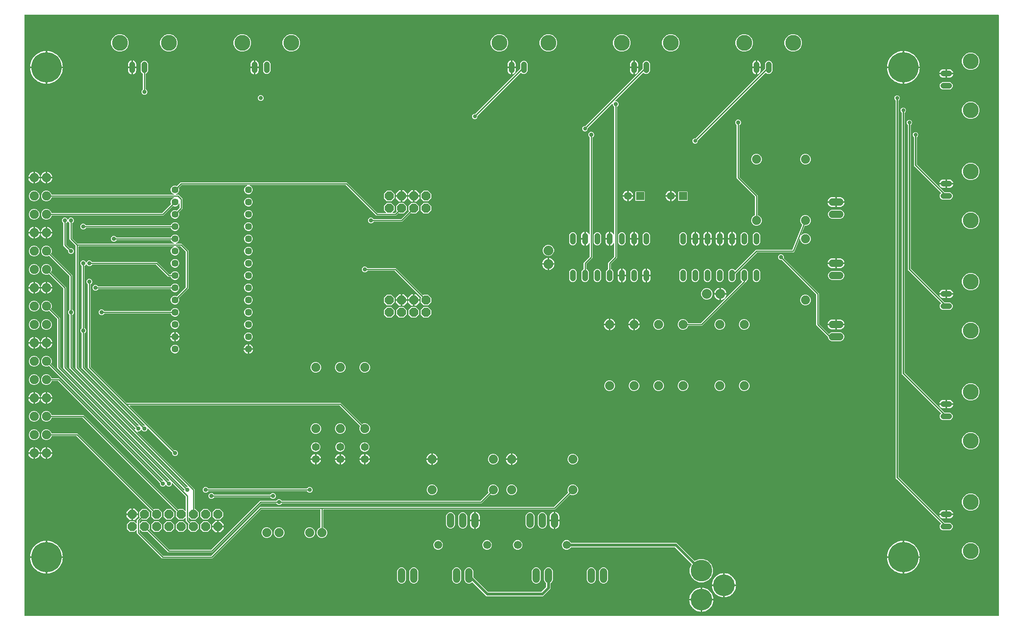
<source format=gbl>
G04 EAGLE Gerber X2 export*
%TF.Part,Single*%
%TF.FileFunction,Other,Bottom Copper*%
%TF.FilePolarity,Positive*%
%TF.GenerationSoftware,Autodesk,EAGLE,9.0.1*%
%TF.CreationDate,2018-06-29T20:11:24Z*%
G75*
%MOMM*%
%FSLAX34Y34*%
%LPD*%
%AMOC8*
5,1,8,0,0,1.08239X$1,22.5*%
G01*
%ADD10C,4.495800*%
%ADD11C,1.905000*%
%ADD12C,1.206400*%
%ADD13C,3.300000*%
%ADD14C,1.447800*%
%ADD15P,2.034460X8X22.500000*%
%ADD16C,1.524000*%
%ADD17C,1.676400*%
%ADD18C,1.879600*%
%ADD19R,1.651000X1.651000*%
%ADD20C,1.651000*%
%ADD21C,1.219200*%
%ADD22C,2.032000*%
%ADD23C,6.286500*%
%ADD24C,0.254000*%
%ADD25C,0.914400*%
%ADD26C,0.806400*%
%ADD27C,0.304800*%
%ADD28C,0.609600*%

G36*
X2026178Y5084D02*
X2026178Y5084D01*
X2026197Y5082D01*
X2026299Y5104D01*
X2026401Y5120D01*
X2026418Y5130D01*
X2026438Y5134D01*
X2026527Y5187D01*
X2026618Y5236D01*
X2026632Y5250D01*
X2026649Y5260D01*
X2026716Y5339D01*
X2026788Y5414D01*
X2026796Y5432D01*
X2026809Y5447D01*
X2026848Y5543D01*
X2026891Y5637D01*
X2026893Y5657D01*
X2026901Y5675D01*
X2026919Y5842D01*
X2026919Y1251458D01*
X2026916Y1251478D01*
X2026918Y1251497D01*
X2026896Y1251599D01*
X2026880Y1251701D01*
X2026870Y1251718D01*
X2026866Y1251738D01*
X2026813Y1251827D01*
X2026764Y1251918D01*
X2026750Y1251932D01*
X2026740Y1251949D01*
X2026661Y1252016D01*
X2026586Y1252088D01*
X2026568Y1252096D01*
X2026553Y1252109D01*
X2026457Y1252148D01*
X2026363Y1252191D01*
X2026343Y1252193D01*
X2026325Y1252201D01*
X2026158Y1252219D01*
X5842Y1252219D01*
X5822Y1252216D01*
X5803Y1252218D01*
X5701Y1252196D01*
X5599Y1252180D01*
X5582Y1252170D01*
X5562Y1252166D01*
X5473Y1252113D01*
X5382Y1252064D01*
X5368Y1252050D01*
X5351Y1252040D01*
X5284Y1251961D01*
X5212Y1251886D01*
X5204Y1251868D01*
X5191Y1251853D01*
X5152Y1251757D01*
X5109Y1251663D01*
X5107Y1251643D01*
X5099Y1251625D01*
X5081Y1251458D01*
X5081Y5842D01*
X5084Y5822D01*
X5082Y5803D01*
X5104Y5701D01*
X5120Y5599D01*
X5130Y5582D01*
X5134Y5562D01*
X5187Y5473D01*
X5236Y5382D01*
X5250Y5368D01*
X5260Y5351D01*
X5339Y5284D01*
X5414Y5212D01*
X5432Y5204D01*
X5447Y5191D01*
X5543Y5152D01*
X5637Y5109D01*
X5657Y5107D01*
X5675Y5099D01*
X5842Y5081D01*
X2026158Y5081D01*
X2026178Y5084D01*
G37*
%LPC*%
G36*
X351076Y179577D02*
X351076Y179577D01*
X344677Y185976D01*
X344677Y195024D01*
X345362Y195709D01*
X345374Y195725D01*
X345389Y195738D01*
X345445Y195825D01*
X345506Y195909D01*
X345511Y195928D01*
X345522Y195945D01*
X345547Y196045D01*
X345578Y196144D01*
X345577Y196164D01*
X345582Y196183D01*
X345574Y196286D01*
X345572Y196390D01*
X345565Y196409D01*
X345563Y196428D01*
X345523Y196523D01*
X345487Y196621D01*
X345475Y196636D01*
X345467Y196655D01*
X345362Y196786D01*
X340105Y202042D01*
X340105Y208520D01*
X340094Y208591D01*
X340092Y208663D01*
X340074Y208712D01*
X340066Y208763D01*
X340032Y208826D01*
X340007Y208894D01*
X339975Y208934D01*
X339950Y208981D01*
X339898Y209030D01*
X339854Y209086D01*
X339810Y209114D01*
X339772Y209150D01*
X339707Y209180D01*
X339647Y209219D01*
X339596Y209232D01*
X339549Y209254D01*
X339478Y209261D01*
X339408Y209279D01*
X339356Y209275D01*
X339305Y209281D01*
X339234Y209265D01*
X339163Y209260D01*
X339115Y209239D01*
X339064Y209228D01*
X339003Y209192D01*
X338937Y209163D01*
X338881Y209119D01*
X338853Y209102D01*
X338838Y209084D01*
X338806Y209059D01*
X334724Y204977D01*
X325676Y204977D01*
X319277Y211376D01*
X319277Y220424D01*
X319962Y221109D01*
X319974Y221125D01*
X319989Y221138D01*
X320045Y221225D01*
X320106Y221309D01*
X320111Y221328D01*
X320122Y221345D01*
X320147Y221445D01*
X320178Y221544D01*
X320177Y221564D01*
X320182Y221583D01*
X320174Y221686D01*
X320172Y221790D01*
X320165Y221809D01*
X320163Y221828D01*
X320123Y221923D01*
X320087Y222021D01*
X320075Y222036D01*
X320067Y222055D01*
X319962Y222186D01*
X126065Y416082D01*
X125991Y416135D01*
X125922Y416195D01*
X125892Y416207D01*
X125866Y416226D01*
X125779Y416253D01*
X125694Y416287D01*
X125653Y416291D01*
X125631Y416298D01*
X125598Y416297D01*
X125527Y416305D01*
X62111Y416305D01*
X61996Y416286D01*
X61880Y416269D01*
X61875Y416267D01*
X61868Y416266D01*
X61766Y416211D01*
X61661Y416158D01*
X61657Y416153D01*
X61651Y416150D01*
X61571Y416066D01*
X61489Y415982D01*
X61485Y415976D01*
X61482Y415972D01*
X61474Y415955D01*
X61408Y415835D01*
X60167Y412841D01*
X57059Y409733D01*
X52998Y408050D01*
X48602Y408050D01*
X44541Y409733D01*
X41433Y412841D01*
X39750Y416902D01*
X39750Y421298D01*
X41433Y425359D01*
X44541Y428467D01*
X48602Y430150D01*
X52998Y430150D01*
X57059Y428467D01*
X60167Y425359D01*
X61408Y422365D01*
X61470Y422264D01*
X61529Y422165D01*
X61534Y422161D01*
X61537Y422156D01*
X61627Y422081D01*
X61716Y422005D01*
X61722Y422003D01*
X61727Y421999D01*
X61835Y421957D01*
X61944Y421913D01*
X61952Y421912D01*
X61957Y421911D01*
X61975Y421910D01*
X62111Y421895D01*
X128158Y421895D01*
X323914Y226138D01*
X323931Y226126D01*
X323943Y226111D01*
X324030Y226055D01*
X324114Y225994D01*
X324133Y225989D01*
X324150Y225978D01*
X324250Y225953D01*
X324349Y225922D01*
X324369Y225923D01*
X324388Y225918D01*
X324491Y225926D01*
X324595Y225928D01*
X324614Y225935D01*
X324634Y225937D01*
X324728Y225977D01*
X324826Y226013D01*
X324842Y226025D01*
X324860Y226033D01*
X324991Y226138D01*
X325676Y226823D01*
X334724Y226823D01*
X338806Y222741D01*
X338864Y222699D01*
X338916Y222650D01*
X338963Y222628D01*
X339005Y222598D01*
X339074Y222577D01*
X339139Y222546D01*
X339191Y222541D01*
X339241Y222525D01*
X339312Y222527D01*
X339383Y222519D01*
X339434Y222530D01*
X339486Y222532D01*
X339554Y222556D01*
X339624Y222572D01*
X339669Y222598D01*
X339717Y222616D01*
X339773Y222661D01*
X339835Y222698D01*
X339869Y222737D01*
X339909Y222770D01*
X339948Y222830D01*
X339995Y222885D01*
X340014Y222933D01*
X340042Y222977D01*
X340060Y223046D01*
X340087Y223113D01*
X340095Y223184D01*
X340103Y223215D01*
X340101Y223239D01*
X340105Y223280D01*
X340105Y252527D01*
X340091Y252617D01*
X340083Y252708D01*
X340071Y252738D01*
X340066Y252770D01*
X340023Y252850D01*
X339987Y252934D01*
X339961Y252966D01*
X339950Y252987D01*
X339927Y253009D01*
X339882Y253065D01*
X312196Y280751D01*
X312138Y280793D01*
X312086Y280843D01*
X312039Y280865D01*
X311997Y280895D01*
X311928Y280916D01*
X311863Y280946D01*
X311811Y280952D01*
X311761Y280967D01*
X311690Y280965D01*
X311619Y280973D01*
X311568Y280962D01*
X311516Y280961D01*
X311448Y280936D01*
X311378Y280921D01*
X311333Y280894D01*
X311285Y280876D01*
X311229Y280832D01*
X311167Y280795D01*
X311133Y280755D01*
X311093Y280723D01*
X311054Y280662D01*
X311007Y280608D01*
X310988Y280560D01*
X310960Y280516D01*
X310942Y280446D01*
X310915Y280380D01*
X310907Y280308D01*
X310899Y280277D01*
X310901Y280254D01*
X310897Y280213D01*
X310897Y278187D01*
X309969Y275946D01*
X308254Y274231D01*
X306013Y273303D01*
X303587Y273303D01*
X301346Y274231D01*
X299631Y275946D01*
X299153Y277101D01*
X299116Y277162D01*
X299086Y277227D01*
X299051Y277266D01*
X299024Y277310D01*
X298968Y277356D01*
X298920Y277408D01*
X298874Y277433D01*
X298834Y277467D01*
X298767Y277492D01*
X298704Y277527D01*
X298653Y277536D01*
X298605Y277555D01*
X298533Y277558D01*
X298462Y277571D01*
X298411Y277563D01*
X298359Y277565D01*
X298290Y277545D01*
X298219Y277535D01*
X298173Y277511D01*
X298123Y277497D01*
X298064Y277456D01*
X298000Y277423D01*
X297963Y277386D01*
X297921Y277357D01*
X297878Y277299D01*
X297828Y277248D01*
X297793Y277185D01*
X297774Y277159D01*
X297767Y277137D01*
X297747Y277101D01*
X297269Y275946D01*
X295554Y274231D01*
X293313Y273303D01*
X290887Y273303D01*
X288646Y274231D01*
X286931Y275946D01*
X286003Y278187D01*
X286003Y280613D01*
X286081Y280802D01*
X286108Y280915D01*
X286137Y281029D01*
X286136Y281035D01*
X286138Y281041D01*
X286127Y281157D01*
X286118Y281274D01*
X286115Y281280D01*
X286115Y281286D01*
X286067Y281393D01*
X286021Y281500D01*
X286017Y281506D01*
X286015Y281511D01*
X286002Y281524D01*
X285916Y281631D01*
X75265Y492282D01*
X75191Y492335D01*
X75122Y492395D01*
X75092Y492407D01*
X75066Y492426D01*
X74979Y492453D01*
X74894Y492487D01*
X74853Y492491D01*
X74831Y492498D01*
X74798Y492497D01*
X74727Y492505D01*
X62111Y492505D01*
X61996Y492486D01*
X61880Y492469D01*
X61875Y492467D01*
X61868Y492466D01*
X61766Y492411D01*
X61661Y492358D01*
X61657Y492353D01*
X61651Y492350D01*
X61571Y492266D01*
X61489Y492182D01*
X61485Y492176D01*
X61482Y492172D01*
X61474Y492155D01*
X61408Y492035D01*
X60167Y489041D01*
X57059Y485933D01*
X52998Y484250D01*
X48602Y484250D01*
X44541Y485933D01*
X41433Y489041D01*
X39750Y493102D01*
X39750Y497498D01*
X41433Y501559D01*
X44541Y504667D01*
X48602Y506350D01*
X52998Y506350D01*
X57059Y504667D01*
X60167Y501559D01*
X61408Y498565D01*
X61469Y498465D01*
X61529Y498365D01*
X61534Y498361D01*
X61537Y498356D01*
X61627Y498281D01*
X61716Y498205D01*
X61722Y498203D01*
X61727Y498199D01*
X61835Y498157D01*
X61944Y498113D01*
X61952Y498112D01*
X61957Y498111D01*
X61975Y498110D01*
X62111Y498095D01*
X77358Y498095D01*
X289869Y285584D01*
X289963Y285516D01*
X290058Y285446D01*
X290064Y285444D01*
X290069Y285440D01*
X290180Y285406D01*
X290291Y285369D01*
X290298Y285369D01*
X290304Y285368D01*
X290420Y285371D01*
X290537Y285372D01*
X290545Y285374D01*
X290550Y285374D01*
X290567Y285380D01*
X290698Y285419D01*
X290887Y285497D01*
X292913Y285497D01*
X292984Y285508D01*
X293056Y285510D01*
X293105Y285528D01*
X293156Y285536D01*
X293219Y285570D01*
X293287Y285595D01*
X293327Y285627D01*
X293373Y285652D01*
X293423Y285703D01*
X293479Y285748D01*
X293507Y285792D01*
X293543Y285830D01*
X293573Y285895D01*
X293612Y285955D01*
X293624Y286006D01*
X293646Y286053D01*
X293654Y286124D01*
X293672Y286194D01*
X293668Y286246D01*
X293673Y286297D01*
X293658Y286368D01*
X293653Y286439D01*
X293632Y286487D01*
X293621Y286538D01*
X293584Y286599D01*
X293556Y286665D01*
X293511Y286721D01*
X293495Y286749D01*
X293477Y286764D01*
X293451Y286796D01*
X56822Y523426D01*
X56727Y523494D01*
X56633Y523564D01*
X56627Y523566D01*
X56622Y523569D01*
X56511Y523603D01*
X56399Y523640D01*
X56393Y523640D01*
X56387Y523642D01*
X56270Y523639D01*
X56154Y523637D01*
X56146Y523635D01*
X56141Y523635D01*
X56124Y523629D01*
X55992Y523591D01*
X52998Y522350D01*
X48602Y522350D01*
X44541Y524033D01*
X41433Y527141D01*
X39750Y531202D01*
X39750Y535598D01*
X41433Y539659D01*
X44541Y542767D01*
X48602Y544450D01*
X52998Y544450D01*
X57059Y542767D01*
X60167Y539659D01*
X61850Y535598D01*
X61850Y531202D01*
X60609Y528208D01*
X60583Y528094D01*
X60554Y527980D01*
X60555Y527974D01*
X60553Y527968D01*
X60564Y527852D01*
X60573Y527735D01*
X60576Y527730D01*
X60576Y527723D01*
X60624Y527616D01*
X60670Y527509D01*
X60674Y527503D01*
X60676Y527499D01*
X60689Y527485D01*
X60774Y527378D01*
X302569Y285584D01*
X302663Y285516D01*
X302758Y285446D01*
X302764Y285444D01*
X302769Y285440D01*
X302880Y285406D01*
X302991Y285369D01*
X302998Y285369D01*
X303004Y285368D01*
X303120Y285371D01*
X303237Y285372D01*
X303245Y285374D01*
X303250Y285374D01*
X303267Y285380D01*
X303398Y285419D01*
X303587Y285497D01*
X305613Y285497D01*
X305684Y285508D01*
X305756Y285510D01*
X305805Y285528D01*
X305856Y285536D01*
X305919Y285570D01*
X305987Y285595D01*
X306027Y285627D01*
X306073Y285652D01*
X306123Y285704D01*
X306179Y285748D01*
X306207Y285792D01*
X306243Y285830D01*
X306273Y285895D01*
X306312Y285955D01*
X306324Y286006D01*
X306346Y286053D01*
X306354Y286124D01*
X306372Y286194D01*
X306368Y286246D01*
X306373Y286297D01*
X306358Y286368D01*
X306353Y286439D01*
X306332Y286487D01*
X306321Y286538D01*
X306284Y286599D01*
X306256Y286665D01*
X306211Y286721D01*
X306195Y286749D01*
X306177Y286764D01*
X306151Y286796D01*
X75265Y517682D01*
X73405Y519542D01*
X73405Y620827D01*
X73391Y620917D01*
X73383Y621008D01*
X73371Y621038D01*
X73366Y621070D01*
X73323Y621150D01*
X73287Y621234D01*
X73261Y621266D01*
X73250Y621287D01*
X73227Y621309D01*
X73182Y621365D01*
X56822Y637726D01*
X56728Y637793D01*
X56633Y637864D01*
X56627Y637866D01*
X56622Y637869D01*
X56511Y637903D01*
X56399Y637940D01*
X56393Y637940D01*
X56387Y637942D01*
X56270Y637938D01*
X56154Y637937D01*
X56146Y637935D01*
X56141Y637935D01*
X56124Y637929D01*
X55992Y637891D01*
X52998Y636650D01*
X48602Y636650D01*
X44541Y638333D01*
X41433Y641441D01*
X39750Y645502D01*
X39750Y649898D01*
X41433Y653959D01*
X44541Y657067D01*
X48602Y658750D01*
X52998Y658750D01*
X57059Y657067D01*
X60167Y653959D01*
X61850Y649898D01*
X61850Y645502D01*
X60609Y642508D01*
X60600Y642470D01*
X60592Y642452D01*
X60589Y642419D01*
X60583Y642394D01*
X60554Y642280D01*
X60555Y642274D01*
X60553Y642268D01*
X60564Y642152D01*
X60573Y642035D01*
X60576Y642030D01*
X60576Y642023D01*
X60624Y641916D01*
X60670Y641809D01*
X60674Y641803D01*
X60676Y641799D01*
X60689Y641785D01*
X60774Y641678D01*
X78995Y623458D01*
X78995Y522173D01*
X79009Y522083D01*
X79017Y521992D01*
X79029Y521962D01*
X79034Y521930D01*
X79077Y521850D01*
X79113Y521766D01*
X79139Y521734D01*
X79150Y521713D01*
X79173Y521691D01*
X79218Y521635D01*
X335504Y265349D01*
X335562Y265307D01*
X335614Y265257D01*
X335661Y265235D01*
X335703Y265205D01*
X335772Y265184D01*
X335837Y265154D01*
X335889Y265148D01*
X335939Y265133D01*
X336010Y265135D01*
X336081Y265127D01*
X336132Y265138D01*
X336184Y265139D01*
X336252Y265164D01*
X336322Y265179D01*
X336366Y265206D01*
X336415Y265224D01*
X336471Y265268D01*
X336533Y265305D01*
X336567Y265345D01*
X336607Y265377D01*
X336646Y265438D01*
X336693Y265492D01*
X336712Y265540D01*
X336740Y265584D01*
X336758Y265654D01*
X336785Y265720D01*
X336793Y265792D01*
X336801Y265823D01*
X336799Y265846D01*
X336803Y265887D01*
X336803Y267913D01*
X336881Y268102D01*
X336908Y268215D01*
X336937Y268329D01*
X336936Y268335D01*
X336938Y268341D01*
X336927Y268457D01*
X336918Y268574D01*
X336915Y268580D01*
X336915Y268586D01*
X336867Y268693D01*
X336821Y268800D01*
X336817Y268806D01*
X336815Y268811D01*
X336802Y268824D01*
X336716Y268931D01*
X86105Y519542D01*
X86105Y684327D01*
X86091Y684417D01*
X86083Y684508D01*
X86071Y684538D01*
X86066Y684570D01*
X86023Y684650D01*
X85987Y684734D01*
X85961Y684766D01*
X85950Y684787D01*
X85927Y684809D01*
X85882Y684865D01*
X56822Y713926D01*
X56728Y713993D01*
X56633Y714064D01*
X56627Y714066D01*
X56622Y714069D01*
X56511Y714103D01*
X56399Y714140D01*
X56393Y714140D01*
X56387Y714142D01*
X56270Y714138D01*
X56154Y714137D01*
X56146Y714135D01*
X56141Y714135D01*
X56124Y714129D01*
X55992Y714091D01*
X52998Y712850D01*
X48602Y712850D01*
X44541Y714533D01*
X41433Y717641D01*
X39750Y721702D01*
X39750Y726098D01*
X41433Y730159D01*
X44541Y733267D01*
X48602Y734950D01*
X52998Y734950D01*
X57059Y733267D01*
X60167Y730159D01*
X61850Y726098D01*
X61850Y721702D01*
X60609Y718708D01*
X60583Y718594D01*
X60554Y718480D01*
X60555Y718474D01*
X60553Y718468D01*
X60564Y718352D01*
X60573Y718235D01*
X60576Y718230D01*
X60576Y718223D01*
X60624Y718116D01*
X60670Y718009D01*
X60674Y718003D01*
X60676Y717999D01*
X60689Y717985D01*
X60774Y717878D01*
X91695Y686958D01*
X91695Y522173D01*
X91709Y522083D01*
X91717Y521992D01*
X91729Y521962D01*
X91734Y521930D01*
X91777Y521850D01*
X91813Y521766D01*
X91839Y521734D01*
X91850Y521713D01*
X91873Y521691D01*
X91918Y521635D01*
X340669Y272884D01*
X340763Y272816D01*
X340858Y272746D01*
X340864Y272744D01*
X340869Y272740D01*
X340980Y272706D01*
X341091Y272669D01*
X341098Y272669D01*
X341104Y272668D01*
X341220Y272671D01*
X341337Y272672D01*
X341345Y272674D01*
X341350Y272674D01*
X341367Y272680D01*
X341498Y272719D01*
X341687Y272797D01*
X343713Y272797D01*
X343784Y272808D01*
X343856Y272810D01*
X343905Y272828D01*
X343956Y272836D01*
X344019Y272870D01*
X344087Y272895D01*
X344127Y272927D01*
X344173Y272952D01*
X344223Y273004D01*
X344279Y273048D01*
X344307Y273092D01*
X344343Y273130D01*
X344373Y273195D01*
X344412Y273255D01*
X344424Y273306D01*
X344446Y273353D01*
X344454Y273424D01*
X344472Y273494D01*
X344468Y273546D01*
X344473Y273597D01*
X344458Y273668D01*
X344453Y273739D01*
X344432Y273787D01*
X344421Y273838D01*
X344384Y273899D01*
X344356Y273965D01*
X344311Y274021D01*
X344295Y274049D01*
X344277Y274064D01*
X344251Y274096D01*
X98805Y519542D01*
X98805Y629050D01*
X98787Y629164D01*
X98769Y629281D01*
X98767Y629287D01*
X98766Y629293D01*
X98711Y629395D01*
X98658Y629500D01*
X98653Y629505D01*
X98650Y629510D01*
X98566Y629590D01*
X98482Y629672D01*
X98476Y629676D01*
X98472Y629679D01*
X98455Y629687D01*
X98335Y629753D01*
X98146Y629831D01*
X96431Y631546D01*
X95503Y633787D01*
X95503Y636213D01*
X96431Y638454D01*
X98146Y640169D01*
X98335Y640247D01*
X98434Y640308D01*
X98535Y640368D01*
X98539Y640373D01*
X98544Y640376D01*
X98618Y640466D01*
X98695Y640555D01*
X98697Y640561D01*
X98701Y640566D01*
X98743Y640674D01*
X98787Y640783D01*
X98788Y640791D01*
X98789Y640795D01*
X98790Y640814D01*
X98805Y640950D01*
X98805Y709727D01*
X98791Y709817D01*
X98783Y709908D01*
X98771Y709938D01*
X98766Y709970D01*
X98723Y710050D01*
X98687Y710134D01*
X98661Y710166D01*
X98650Y710187D01*
X98627Y710209D01*
X98582Y710265D01*
X56822Y752026D01*
X56728Y752093D01*
X56633Y752164D01*
X56627Y752166D01*
X56622Y752169D01*
X56511Y752203D01*
X56399Y752240D01*
X56393Y752240D01*
X56387Y752242D01*
X56270Y752238D01*
X56154Y752237D01*
X56146Y752235D01*
X56141Y752235D01*
X56124Y752229D01*
X55992Y752191D01*
X52998Y750950D01*
X48602Y750950D01*
X44541Y752633D01*
X41433Y755741D01*
X39750Y759802D01*
X39750Y764198D01*
X41433Y768259D01*
X44541Y771367D01*
X48602Y773050D01*
X52998Y773050D01*
X57059Y771367D01*
X60167Y768259D01*
X61850Y764198D01*
X61850Y759802D01*
X60609Y756808D01*
X60583Y756694D01*
X60554Y756580D01*
X60555Y756574D01*
X60553Y756568D01*
X60564Y756452D01*
X60573Y756335D01*
X60576Y756330D01*
X60576Y756323D01*
X60624Y756216D01*
X60670Y756109D01*
X60674Y756103D01*
X60676Y756099D01*
X60689Y756085D01*
X60774Y755978D01*
X104395Y712358D01*
X104395Y640950D01*
X104413Y640836D01*
X104431Y640719D01*
X104433Y640713D01*
X104434Y640707D01*
X104489Y640605D01*
X104542Y640500D01*
X104547Y640495D01*
X104550Y640490D01*
X104634Y640410D01*
X104718Y640328D01*
X104724Y640324D01*
X104728Y640321D01*
X104745Y640313D01*
X104865Y640247D01*
X105054Y640169D01*
X106769Y638454D01*
X107697Y636213D01*
X107697Y633787D01*
X106769Y631546D01*
X105054Y629831D01*
X104865Y629753D01*
X104766Y629692D01*
X104665Y629632D01*
X104661Y629627D01*
X104656Y629624D01*
X104582Y629534D01*
X104505Y629445D01*
X104503Y629439D01*
X104499Y629434D01*
X104457Y629326D01*
X104413Y629217D01*
X104412Y629209D01*
X104411Y629205D01*
X104410Y629186D01*
X104395Y629050D01*
X104395Y522173D01*
X104409Y522083D01*
X104417Y521992D01*
X104429Y521962D01*
X104434Y521930D01*
X104477Y521850D01*
X104513Y521766D01*
X104539Y521734D01*
X104550Y521713D01*
X104573Y521691D01*
X104618Y521635D01*
X233904Y392349D01*
X233962Y392307D01*
X234014Y392257D01*
X234061Y392235D01*
X234103Y392205D01*
X234172Y392184D01*
X234237Y392154D01*
X234289Y392148D01*
X234339Y392133D01*
X234410Y392135D01*
X234481Y392127D01*
X234532Y392138D01*
X234584Y392139D01*
X234652Y392164D01*
X234722Y392179D01*
X234766Y392206D01*
X234815Y392224D01*
X234871Y392268D01*
X234933Y392305D01*
X234967Y392345D01*
X235007Y392377D01*
X235046Y392438D01*
X235093Y392492D01*
X235112Y392540D01*
X235140Y392584D01*
X235158Y392654D01*
X235185Y392720D01*
X235193Y392792D01*
X235201Y392823D01*
X235199Y392846D01*
X235203Y392887D01*
X235203Y394913D01*
X235281Y395101D01*
X235308Y395215D01*
X235337Y395329D01*
X235336Y395335D01*
X235338Y395341D01*
X235327Y395457D01*
X235318Y395574D01*
X235315Y395580D01*
X235315Y395586D01*
X235267Y395693D01*
X235221Y395800D01*
X235217Y395806D01*
X235215Y395811D01*
X235202Y395824D01*
X235116Y395931D01*
X111505Y519542D01*
X111505Y773227D01*
X111491Y773317D01*
X111483Y773408D01*
X111471Y773438D01*
X111466Y773470D01*
X111423Y773551D01*
X111387Y773634D01*
X111361Y773667D01*
X111350Y773687D01*
X111327Y773709D01*
X111282Y773765D01*
X98805Y786242D01*
X98805Y819550D01*
X98787Y819664D01*
X98769Y819781D01*
X98767Y819787D01*
X98766Y819793D01*
X98711Y819895D01*
X98658Y820000D01*
X98653Y820005D01*
X98650Y820010D01*
X98566Y820090D01*
X98482Y820172D01*
X98476Y820176D01*
X98472Y820179D01*
X98455Y820187D01*
X98335Y820253D01*
X98146Y820331D01*
X96431Y822046D01*
X95953Y823201D01*
X95916Y823262D01*
X95886Y823327D01*
X95851Y823366D01*
X95824Y823410D01*
X95769Y823456D01*
X95720Y823508D01*
X95674Y823534D01*
X95634Y823567D01*
X95567Y823592D01*
X95504Y823627D01*
X95453Y823636D01*
X95405Y823655D01*
X95333Y823658D01*
X95262Y823671D01*
X95211Y823663D01*
X95159Y823665D01*
X95090Y823645D01*
X95019Y823635D01*
X94973Y823611D01*
X94923Y823597D01*
X94864Y823556D01*
X94800Y823523D01*
X94763Y823486D01*
X94721Y823457D01*
X94678Y823399D01*
X94628Y823348D01*
X94593Y823285D01*
X94574Y823259D01*
X94567Y823237D01*
X94547Y823201D01*
X94069Y822046D01*
X92354Y820331D01*
X92165Y820253D01*
X92066Y820192D01*
X91965Y820132D01*
X91961Y820127D01*
X91956Y820124D01*
X91882Y820034D01*
X91805Y819945D01*
X91803Y819939D01*
X91799Y819934D01*
X91757Y819826D01*
X91713Y819717D01*
X91712Y819709D01*
X91711Y819705D01*
X91710Y819686D01*
X91695Y819550D01*
X91695Y776173D01*
X91709Y776083D01*
X91717Y775992D01*
X91729Y775962D01*
X91734Y775930D01*
X91777Y775850D01*
X91813Y775766D01*
X91839Y775734D01*
X91850Y775713D01*
X91873Y775691D01*
X91918Y775635D01*
X99369Y768184D01*
X99464Y768115D01*
X99558Y768046D01*
X99563Y768044D01*
X99569Y768040D01*
X99680Y768006D01*
X99791Y767969D01*
X99798Y767969D01*
X99804Y767968D01*
X99920Y767971D01*
X100037Y767972D01*
X100045Y767974D01*
X100050Y767974D01*
X100067Y767980D01*
X100198Y768019D01*
X100387Y768097D01*
X102813Y768097D01*
X105054Y767169D01*
X106769Y765454D01*
X107697Y763213D01*
X107697Y760787D01*
X106769Y758546D01*
X105054Y756831D01*
X102813Y755903D01*
X100387Y755903D01*
X98146Y756831D01*
X96431Y758546D01*
X95503Y760787D01*
X95503Y763213D01*
X95581Y763402D01*
X95608Y763515D01*
X95637Y763629D01*
X95636Y763635D01*
X95638Y763641D01*
X95627Y763757D01*
X95618Y763874D01*
X95615Y763880D01*
X95615Y763886D01*
X95567Y763993D01*
X95521Y764100D01*
X95517Y764106D01*
X95515Y764111D01*
X95502Y764124D01*
X95416Y764231D01*
X86105Y773542D01*
X86105Y819550D01*
X86087Y819664D01*
X86069Y819781D01*
X86067Y819787D01*
X86066Y819793D01*
X86011Y819895D01*
X85958Y820000D01*
X85953Y820005D01*
X85950Y820010D01*
X85866Y820090D01*
X85782Y820172D01*
X85776Y820176D01*
X85772Y820179D01*
X85755Y820187D01*
X85635Y820253D01*
X85446Y820331D01*
X83731Y822046D01*
X82803Y824287D01*
X82803Y826713D01*
X83731Y828954D01*
X85446Y830669D01*
X87687Y831597D01*
X90113Y831597D01*
X92354Y830669D01*
X94069Y828954D01*
X94547Y827799D01*
X94584Y827738D01*
X94614Y827673D01*
X94649Y827634D01*
X94676Y827590D01*
X94732Y827544D01*
X94780Y827492D01*
X94826Y827467D01*
X94866Y827433D01*
X94933Y827408D01*
X94996Y827373D01*
X95047Y827364D01*
X95095Y827345D01*
X95167Y827342D01*
X95238Y827329D01*
X95289Y827337D01*
X95341Y827335D01*
X95410Y827355D01*
X95481Y827365D01*
X95527Y827389D01*
X95577Y827403D01*
X95636Y827444D01*
X95700Y827477D01*
X95737Y827514D01*
X95779Y827543D01*
X95822Y827601D01*
X95872Y827652D01*
X95907Y827715D01*
X95926Y827741D01*
X95933Y827763D01*
X95953Y827799D01*
X96431Y828954D01*
X98146Y830669D01*
X100387Y831597D01*
X102813Y831597D01*
X105054Y830669D01*
X106769Y828954D01*
X107697Y826713D01*
X107697Y824287D01*
X106769Y822046D01*
X105054Y820331D01*
X104865Y820253D01*
X104766Y820192D01*
X104665Y820132D01*
X104661Y820127D01*
X104656Y820124D01*
X104582Y820034D01*
X104505Y819945D01*
X104503Y819939D01*
X104499Y819934D01*
X104457Y819826D01*
X104413Y819717D01*
X104412Y819709D01*
X104411Y819705D01*
X104410Y819686D01*
X104395Y819550D01*
X104395Y788873D01*
X104409Y788783D01*
X104417Y788692D01*
X104429Y788662D01*
X104434Y788630D01*
X104477Y788550D01*
X104513Y788466D01*
X104539Y788434D01*
X104550Y788413D01*
X104573Y788391D01*
X104618Y788335D01*
X115235Y777718D01*
X115309Y777665D01*
X115378Y777605D01*
X115408Y777593D01*
X115434Y777574D01*
X115521Y777547D01*
X115606Y777513D01*
X115647Y777509D01*
X115669Y777502D01*
X115702Y777503D01*
X115773Y777495D01*
X314686Y777495D01*
X314782Y777510D01*
X314879Y777520D01*
X314903Y777530D01*
X314928Y777534D01*
X315014Y777580D01*
X315103Y777620D01*
X315123Y777637D01*
X315146Y777650D01*
X315213Y777720D01*
X315285Y777786D01*
X315297Y777809D01*
X315315Y777828D01*
X315356Y777916D01*
X315403Y778002D01*
X315408Y778027D01*
X315419Y778051D01*
X315430Y778148D01*
X315447Y778244D01*
X315443Y778270D01*
X315446Y778295D01*
X315425Y778391D01*
X315411Y778487D01*
X315399Y778510D01*
X315394Y778536D01*
X315344Y778619D01*
X315300Y778706D01*
X315281Y778725D01*
X315267Y778747D01*
X315194Y778810D01*
X315124Y778878D01*
X315095Y778894D01*
X315081Y778907D01*
X315050Y778919D01*
X314977Y778959D01*
X312536Y779970D01*
X310070Y782436D01*
X309366Y784135D01*
X309305Y784235D01*
X309245Y784335D01*
X309240Y784339D01*
X309237Y784344D01*
X309147Y784419D01*
X309058Y784495D01*
X309052Y784497D01*
X309047Y784501D01*
X308939Y784543D01*
X308830Y784587D01*
X308822Y784588D01*
X308818Y784589D01*
X308799Y784590D01*
X308663Y784605D01*
X196450Y784605D01*
X196336Y784587D01*
X196219Y784569D01*
X196213Y784567D01*
X196207Y784566D01*
X196105Y784511D01*
X196000Y784458D01*
X195995Y784453D01*
X195990Y784450D01*
X195910Y784366D01*
X195828Y784282D01*
X195824Y784276D01*
X195821Y784272D01*
X195813Y784255D01*
X195747Y784135D01*
X195669Y783946D01*
X193954Y782231D01*
X191713Y781303D01*
X189287Y781303D01*
X187046Y782231D01*
X185331Y783946D01*
X184403Y786187D01*
X184403Y788613D01*
X185331Y790854D01*
X187046Y792569D01*
X189287Y793497D01*
X191713Y793497D01*
X193954Y792569D01*
X195669Y790854D01*
X195747Y790665D01*
X195808Y790566D01*
X195868Y790465D01*
X195873Y790461D01*
X195876Y790456D01*
X195966Y790382D01*
X196055Y790305D01*
X196061Y790303D01*
X196066Y790299D01*
X196174Y790257D01*
X196283Y790213D01*
X196291Y790212D01*
X196295Y790211D01*
X196314Y790210D01*
X196450Y790195D01*
X308663Y790195D01*
X308778Y790214D01*
X308894Y790231D01*
X308900Y790233D01*
X308906Y790234D01*
X309009Y790289D01*
X309113Y790342D01*
X309118Y790347D01*
X309123Y790350D01*
X309203Y790434D01*
X309286Y790518D01*
X309289Y790524D01*
X309293Y790528D01*
X309300Y790545D01*
X309366Y790665D01*
X310070Y792364D01*
X312536Y794830D01*
X315757Y796164D01*
X319243Y796164D01*
X322464Y794830D01*
X324930Y792364D01*
X326264Y789143D01*
X326264Y785657D01*
X324930Y782436D01*
X322464Y779970D01*
X320023Y778959D01*
X319940Y778908D01*
X319854Y778862D01*
X319836Y778844D01*
X319814Y778830D01*
X319752Y778754D01*
X319685Y778684D01*
X319674Y778660D01*
X319657Y778640D01*
X319622Y778549D01*
X319581Y778461D01*
X319578Y778435D01*
X319569Y778411D01*
X319565Y778313D01*
X319554Y778217D01*
X319560Y778191D01*
X319559Y778165D01*
X319586Y778071D01*
X319606Y777976D01*
X319620Y777954D01*
X319627Y777929D01*
X319683Y777849D01*
X319733Y777765D01*
X319752Y777748D01*
X319767Y777727D01*
X319845Y777668D01*
X319919Y777605D01*
X319944Y777595D01*
X319965Y777580D01*
X320057Y777550D01*
X320148Y777513D01*
X320180Y777510D01*
X320199Y777504D01*
X320232Y777504D01*
X320314Y777495D01*
X331358Y777495D01*
X345695Y763158D01*
X345695Y684642D01*
X325725Y664672D01*
X325657Y664578D01*
X325587Y664484D01*
X325585Y664478D01*
X325581Y664473D01*
X325547Y664362D01*
X325511Y664250D01*
X325511Y664244D01*
X325509Y664238D01*
X325512Y664121D01*
X325513Y664004D01*
X325515Y663997D01*
X325515Y663992D01*
X325522Y663974D01*
X325560Y663843D01*
X326264Y662143D01*
X326264Y658657D01*
X324930Y655436D01*
X322464Y652970D01*
X319243Y651636D01*
X315757Y651636D01*
X312536Y652970D01*
X310070Y655436D01*
X308736Y658657D01*
X308736Y662143D01*
X310070Y665364D01*
X312536Y667830D01*
X315757Y669164D01*
X319243Y669164D01*
X320943Y668460D01*
X321056Y668433D01*
X321170Y668405D01*
X321176Y668405D01*
X321182Y668404D01*
X321299Y668415D01*
X321415Y668424D01*
X321421Y668426D01*
X321427Y668427D01*
X321535Y668475D01*
X321641Y668520D01*
X321647Y668525D01*
X321652Y668527D01*
X321666Y668539D01*
X321772Y668625D01*
X339882Y686735D01*
X339935Y686809D01*
X339995Y686878D01*
X340007Y686908D01*
X340026Y686934D01*
X340053Y687021D01*
X340087Y687106D01*
X340091Y687147D01*
X340098Y687169D01*
X340097Y687202D01*
X340105Y687273D01*
X340105Y760527D01*
X340091Y760617D01*
X340083Y760708D01*
X340071Y760738D01*
X340066Y760770D01*
X340023Y760850D01*
X339987Y760934D01*
X339961Y760966D01*
X339950Y760987D01*
X339927Y761009D01*
X339882Y761065D01*
X329265Y771682D01*
X329191Y771735D01*
X329122Y771795D01*
X329092Y771807D01*
X329066Y771826D01*
X328979Y771853D01*
X328894Y771887D01*
X328853Y771891D01*
X328831Y771898D01*
X328798Y771897D01*
X328727Y771905D01*
X320314Y771905D01*
X320218Y771890D01*
X320121Y771880D01*
X320097Y771870D01*
X320072Y771866D01*
X319986Y771820D01*
X319897Y771780D01*
X319877Y771763D01*
X319854Y771750D01*
X319787Y771680D01*
X319715Y771614D01*
X319703Y771591D01*
X319685Y771572D01*
X319644Y771484D01*
X319597Y771398D01*
X319592Y771373D01*
X319581Y771349D01*
X319570Y771252D01*
X319553Y771156D01*
X319557Y771130D01*
X319554Y771105D01*
X319575Y771009D01*
X319589Y770913D01*
X319601Y770890D01*
X319606Y770864D01*
X319656Y770781D01*
X319700Y770694D01*
X319719Y770675D01*
X319733Y770653D01*
X319806Y770590D01*
X319876Y770522D01*
X319905Y770506D01*
X319919Y770493D01*
X319950Y770481D01*
X320023Y770441D01*
X322464Y769430D01*
X324930Y766964D01*
X326264Y763743D01*
X326264Y760257D01*
X324930Y757036D01*
X322464Y754570D01*
X319243Y753236D01*
X315757Y753236D01*
X312536Y754570D01*
X310070Y757036D01*
X308736Y760257D01*
X308736Y763743D01*
X310070Y766964D01*
X312536Y769430D01*
X314977Y770441D01*
X315060Y770492D01*
X315146Y770538D01*
X315164Y770556D01*
X315186Y770570D01*
X315248Y770646D01*
X315315Y770716D01*
X315326Y770740D01*
X315343Y770760D01*
X315378Y770851D01*
X315419Y770939D01*
X315422Y770965D01*
X315431Y770989D01*
X315435Y771087D01*
X315446Y771183D01*
X315440Y771209D01*
X315441Y771235D01*
X315414Y771329D01*
X315394Y771424D01*
X315380Y771446D01*
X315373Y771471D01*
X315317Y771551D01*
X315267Y771635D01*
X315248Y771652D01*
X315233Y771673D01*
X315155Y771732D01*
X315081Y771795D01*
X315056Y771805D01*
X315035Y771820D01*
X314943Y771850D01*
X314852Y771887D01*
X314820Y771890D01*
X314801Y771896D01*
X314768Y771896D01*
X314686Y771905D01*
X117856Y771905D01*
X117836Y771902D01*
X117817Y771904D01*
X117715Y771882D01*
X117613Y771866D01*
X117596Y771856D01*
X117576Y771852D01*
X117487Y771799D01*
X117396Y771750D01*
X117382Y771736D01*
X117365Y771726D01*
X117298Y771647D01*
X117226Y771572D01*
X117218Y771554D01*
X117205Y771539D01*
X117166Y771443D01*
X117123Y771349D01*
X117121Y771329D01*
X117113Y771311D01*
X117095Y771144D01*
X117095Y522173D01*
X117109Y522083D01*
X117117Y521992D01*
X117129Y521962D01*
X117134Y521930D01*
X117177Y521850D01*
X117213Y521766D01*
X117239Y521734D01*
X117250Y521713D01*
X117273Y521691D01*
X117318Y521635D01*
X239069Y399884D01*
X239164Y399815D01*
X239258Y399746D01*
X239264Y399744D01*
X239269Y399740D01*
X239380Y399706D01*
X239491Y399669D01*
X239498Y399669D01*
X239504Y399668D01*
X239620Y399671D01*
X239737Y399672D01*
X239745Y399674D01*
X239750Y399674D01*
X239767Y399680D01*
X239899Y399719D01*
X240087Y399797D01*
X242113Y399797D01*
X242184Y399808D01*
X242256Y399810D01*
X242305Y399828D01*
X242356Y399836D01*
X242419Y399870D01*
X242487Y399895D01*
X242527Y399927D01*
X242573Y399952D01*
X242623Y400004D01*
X242679Y400048D01*
X242707Y400092D01*
X242743Y400130D01*
X242773Y400195D01*
X242812Y400255D01*
X242824Y400306D01*
X242846Y400353D01*
X242854Y400424D01*
X242872Y400494D01*
X242868Y400546D01*
X242873Y400597D01*
X242858Y400668D01*
X242853Y400739D01*
X242832Y400787D01*
X242821Y400838D01*
X242784Y400899D01*
X242756Y400965D01*
X242711Y401021D01*
X242695Y401049D01*
X242677Y401064D01*
X242651Y401096D01*
X124205Y519542D01*
X124205Y590950D01*
X124187Y591064D01*
X124169Y591181D01*
X124167Y591187D01*
X124166Y591193D01*
X124111Y591295D01*
X124058Y591400D01*
X124053Y591405D01*
X124050Y591410D01*
X123966Y591490D01*
X123882Y591572D01*
X123876Y591576D01*
X123872Y591579D01*
X123855Y591587D01*
X123735Y591653D01*
X123546Y591731D01*
X121831Y593446D01*
X120903Y595687D01*
X120903Y598113D01*
X121831Y600354D01*
X123546Y602069D01*
X123735Y602147D01*
X123834Y602208D01*
X123935Y602268D01*
X123939Y602273D01*
X123944Y602276D01*
X124018Y602366D01*
X124095Y602455D01*
X124097Y602461D01*
X124101Y602466D01*
X124143Y602574D01*
X124187Y602683D01*
X124188Y602691D01*
X124189Y602695D01*
X124190Y602714D01*
X124205Y602850D01*
X124205Y730650D01*
X124187Y730764D01*
X124169Y730881D01*
X124167Y730887D01*
X124166Y730893D01*
X124111Y730995D01*
X124058Y731100D01*
X124053Y731105D01*
X124050Y731110D01*
X123966Y731190D01*
X123882Y731272D01*
X123876Y731276D01*
X123872Y731279D01*
X123855Y731287D01*
X123735Y731353D01*
X123546Y731431D01*
X121831Y733146D01*
X120903Y735387D01*
X120903Y737813D01*
X121831Y740054D01*
X123546Y741769D01*
X125787Y742697D01*
X128213Y742697D01*
X130454Y741769D01*
X132169Y740054D01*
X132647Y738899D01*
X132684Y738838D01*
X132714Y738773D01*
X132749Y738734D01*
X132776Y738690D01*
X132832Y738644D01*
X132880Y738592D01*
X132926Y738567D01*
X132966Y738533D01*
X133033Y738508D01*
X133096Y738473D01*
X133147Y738464D01*
X133195Y738445D01*
X133267Y738442D01*
X133338Y738429D01*
X133389Y738437D01*
X133441Y738435D01*
X133510Y738455D01*
X133581Y738465D01*
X133627Y738489D01*
X133677Y738503D01*
X133736Y738544D01*
X133800Y738577D01*
X133837Y738614D01*
X133879Y738643D01*
X133922Y738701D01*
X133972Y738752D01*
X134007Y738815D01*
X134026Y738841D01*
X134033Y738863D01*
X134053Y738899D01*
X134531Y740054D01*
X136246Y741769D01*
X138487Y742697D01*
X140913Y742697D01*
X143154Y741769D01*
X144869Y740054D01*
X144947Y739865D01*
X145008Y739766D01*
X145068Y739665D01*
X145073Y739661D01*
X145076Y739656D01*
X145166Y739582D01*
X145255Y739505D01*
X145261Y739503D01*
X145266Y739499D01*
X145374Y739457D01*
X145483Y739413D01*
X145491Y739412D01*
X145495Y739411D01*
X145514Y739410D01*
X145650Y739395D01*
X280558Y739395D01*
X305735Y714218D01*
X305809Y714165D01*
X305878Y714105D01*
X305908Y714093D01*
X305934Y714074D01*
X306021Y714047D01*
X306106Y714013D01*
X306147Y714009D01*
X306169Y714002D01*
X306202Y714003D01*
X306273Y713995D01*
X308663Y713995D01*
X308778Y714014D01*
X308894Y714031D01*
X308900Y714033D01*
X308906Y714034D01*
X309009Y714089D01*
X309113Y714142D01*
X309118Y714147D01*
X309123Y714150D01*
X309203Y714234D01*
X309286Y714318D01*
X309289Y714324D01*
X309293Y714328D01*
X309300Y714345D01*
X309366Y714465D01*
X310070Y716164D01*
X312536Y718630D01*
X315757Y719964D01*
X319243Y719964D01*
X322464Y718630D01*
X324930Y716164D01*
X326264Y712943D01*
X326264Y709457D01*
X324930Y706236D01*
X322464Y703770D01*
X319243Y702436D01*
X315757Y702436D01*
X312536Y703770D01*
X310070Y706236D01*
X309366Y707935D01*
X309305Y708035D01*
X309245Y708135D01*
X309240Y708139D01*
X309237Y708144D01*
X309147Y708219D01*
X309058Y708295D01*
X309052Y708297D01*
X309047Y708301D01*
X308939Y708343D01*
X308830Y708387D01*
X308822Y708388D01*
X308818Y708389D01*
X308799Y708390D01*
X308663Y708405D01*
X303642Y708405D01*
X278465Y733582D01*
X278391Y733635D01*
X278322Y733695D01*
X278292Y733707D01*
X278266Y733726D01*
X278179Y733753D01*
X278094Y733787D01*
X278053Y733791D01*
X278031Y733798D01*
X277998Y733797D01*
X277927Y733805D01*
X145650Y733805D01*
X145536Y733787D01*
X145419Y733769D01*
X145413Y733767D01*
X145407Y733766D01*
X145305Y733711D01*
X145200Y733658D01*
X145195Y733653D01*
X145190Y733650D01*
X145110Y733566D01*
X145028Y733482D01*
X145024Y733476D01*
X145021Y733472D01*
X145013Y733455D01*
X144947Y733335D01*
X144869Y733146D01*
X143154Y731431D01*
X140913Y730503D01*
X138487Y730503D01*
X136246Y731431D01*
X134531Y733146D01*
X134053Y734301D01*
X134016Y734362D01*
X133986Y734427D01*
X133951Y734466D01*
X133924Y734510D01*
X133869Y734556D01*
X133820Y734608D01*
X133774Y734634D01*
X133734Y734667D01*
X133667Y734692D01*
X133604Y734727D01*
X133553Y734736D01*
X133505Y734755D01*
X133433Y734758D01*
X133362Y734771D01*
X133311Y734763D01*
X133259Y734765D01*
X133190Y734745D01*
X133119Y734735D01*
X133073Y734711D01*
X133023Y734697D01*
X132964Y734656D01*
X132900Y734623D01*
X132863Y734586D01*
X132821Y734557D01*
X132778Y734499D01*
X132728Y734448D01*
X132693Y734385D01*
X132674Y734359D01*
X132667Y734337D01*
X132647Y734301D01*
X132169Y733146D01*
X130454Y731431D01*
X130265Y731353D01*
X130166Y731292D01*
X130065Y731232D01*
X130061Y731227D01*
X130056Y731224D01*
X129982Y731134D01*
X129905Y731045D01*
X129903Y731039D01*
X129899Y731034D01*
X129857Y730926D01*
X129813Y730817D01*
X129812Y730809D01*
X129811Y730805D01*
X129810Y730786D01*
X129795Y730650D01*
X129795Y602850D01*
X129813Y602736D01*
X129831Y602619D01*
X129833Y602613D01*
X129834Y602607D01*
X129889Y602505D01*
X129942Y602400D01*
X129947Y602395D01*
X129950Y602390D01*
X130034Y602310D01*
X130118Y602228D01*
X130124Y602224D01*
X130128Y602221D01*
X130145Y602213D01*
X130265Y602147D01*
X130454Y602069D01*
X132169Y600354D01*
X133097Y598113D01*
X133097Y595687D01*
X132169Y593446D01*
X130454Y591731D01*
X130265Y591653D01*
X130166Y591592D01*
X130065Y591532D01*
X130061Y591527D01*
X130056Y591524D01*
X129982Y591434D01*
X129905Y591345D01*
X129903Y591339D01*
X129899Y591334D01*
X129857Y591226D01*
X129813Y591117D01*
X129812Y591109D01*
X129811Y591105D01*
X129810Y591086D01*
X129795Y590950D01*
X129795Y522173D01*
X129809Y522083D01*
X129817Y521992D01*
X129829Y521962D01*
X129834Y521930D01*
X129877Y521850D01*
X129913Y521766D01*
X129939Y521734D01*
X129950Y521713D01*
X129973Y521691D01*
X130018Y521635D01*
X251769Y399884D01*
X251863Y399816D01*
X251958Y399746D01*
X251964Y399744D01*
X251969Y399740D01*
X252080Y399706D01*
X252191Y399669D01*
X252198Y399669D01*
X252204Y399668D01*
X252320Y399671D01*
X252437Y399672D01*
X252445Y399674D01*
X252450Y399674D01*
X252467Y399680D01*
X252598Y399719D01*
X252787Y399797D01*
X254813Y399797D01*
X254884Y399808D01*
X254956Y399810D01*
X255005Y399828D01*
X255056Y399836D01*
X255119Y399870D01*
X255187Y399895D01*
X255227Y399927D01*
X255273Y399952D01*
X255323Y400003D01*
X255379Y400048D01*
X255407Y400092D01*
X255443Y400130D01*
X255473Y400195D01*
X255512Y400255D01*
X255524Y400306D01*
X255546Y400353D01*
X255554Y400424D01*
X255572Y400494D01*
X255568Y400546D01*
X255573Y400597D01*
X255558Y400668D01*
X255553Y400739D01*
X255532Y400787D01*
X255521Y400838D01*
X255484Y400899D01*
X255456Y400965D01*
X255411Y401021D01*
X255395Y401049D01*
X255377Y401064D01*
X255351Y401096D01*
X214965Y441482D01*
X212882Y443565D01*
X138765Y517682D01*
X136905Y519542D01*
X136905Y692550D01*
X136887Y692664D01*
X136869Y692781D01*
X136867Y692787D01*
X136866Y692793D01*
X136811Y692895D01*
X136758Y693000D01*
X136753Y693005D01*
X136750Y693010D01*
X136666Y693090D01*
X136582Y693172D01*
X136576Y693176D01*
X136572Y693179D01*
X136555Y693187D01*
X136435Y693253D01*
X136246Y693331D01*
X134531Y695046D01*
X133603Y697287D01*
X133603Y699713D01*
X134531Y701954D01*
X136246Y703669D01*
X138487Y704597D01*
X140913Y704597D01*
X143154Y703669D01*
X144869Y701954D01*
X145797Y699713D01*
X145797Y697287D01*
X144869Y695046D01*
X143154Y693331D01*
X142965Y693253D01*
X142866Y693192D01*
X142765Y693132D01*
X142761Y693127D01*
X142756Y693124D01*
X142682Y693034D01*
X142605Y692945D01*
X142603Y692939D01*
X142599Y692934D01*
X142557Y692826D01*
X142513Y692717D01*
X142512Y692709D01*
X142511Y692705D01*
X142510Y692686D01*
X142495Y692550D01*
X142495Y522173D01*
X142509Y522083D01*
X142517Y521992D01*
X142529Y521962D01*
X142534Y521930D01*
X142577Y521849D01*
X142613Y521766D01*
X142639Y521733D01*
X142650Y521713D01*
X142673Y521691D01*
X142718Y521635D01*
X216835Y447518D01*
X216909Y447465D01*
X216978Y447405D01*
X217008Y447393D01*
X217034Y447374D01*
X217121Y447347D01*
X217206Y447313D01*
X217247Y447309D01*
X217269Y447302D01*
X217302Y447303D01*
X217373Y447295D01*
X661558Y447295D01*
X663418Y445435D01*
X705275Y403577D01*
X705370Y403509D01*
X705464Y403439D01*
X705470Y403437D01*
X705475Y403434D01*
X705586Y403400D01*
X705698Y403363D01*
X705704Y403363D01*
X705710Y403361D01*
X705827Y403364D01*
X705944Y403365D01*
X705951Y403368D01*
X705956Y403368D01*
X705973Y403374D01*
X706105Y403412D01*
X709027Y404623D01*
X713373Y404623D01*
X717387Y402960D01*
X720460Y399887D01*
X722123Y395873D01*
X722123Y391527D01*
X720460Y387513D01*
X717387Y384440D01*
X713373Y382777D01*
X709027Y382777D01*
X705013Y384440D01*
X701940Y387513D01*
X700277Y391527D01*
X700277Y395873D01*
X701488Y398795D01*
X701514Y398909D01*
X701543Y399022D01*
X701543Y399029D01*
X701544Y399035D01*
X701533Y399151D01*
X701524Y399268D01*
X701522Y399273D01*
X701521Y399280D01*
X701473Y399387D01*
X701428Y399494D01*
X701423Y399500D01*
X701421Y399504D01*
X701408Y399518D01*
X701323Y399625D01*
X659465Y441482D01*
X659391Y441535D01*
X659322Y441595D01*
X659292Y441607D01*
X659266Y441626D01*
X659179Y441653D01*
X659094Y441687D01*
X659053Y441691D01*
X659031Y441698D01*
X658998Y441697D01*
X658927Y441705D01*
X224485Y441705D01*
X224414Y441694D01*
X224342Y441692D01*
X224293Y441674D01*
X224242Y441666D01*
X224179Y441632D01*
X224111Y441607D01*
X224071Y441575D01*
X224025Y441550D01*
X223975Y441499D01*
X223919Y441454D01*
X223891Y441410D01*
X223855Y441372D01*
X223825Y441307D01*
X223786Y441247D01*
X223774Y441196D01*
X223752Y441149D01*
X223744Y441078D01*
X223726Y441008D01*
X223730Y440956D01*
X223725Y440905D01*
X223740Y440834D01*
X223745Y440763D01*
X223766Y440715D01*
X223777Y440664D01*
X223814Y440603D01*
X223842Y440537D01*
X223887Y440481D01*
X223903Y440453D01*
X223921Y440438D01*
X223947Y440406D01*
X315269Y349084D01*
X315363Y349016D01*
X315458Y348946D01*
X315464Y348944D01*
X315469Y348940D01*
X315580Y348906D01*
X315691Y348869D01*
X315698Y348869D01*
X315704Y348868D01*
X315820Y348871D01*
X315937Y348872D01*
X315945Y348874D01*
X315950Y348874D01*
X315967Y348880D01*
X316098Y348919D01*
X316287Y348997D01*
X318713Y348997D01*
X320954Y348069D01*
X322669Y346354D01*
X323597Y344113D01*
X323597Y341687D01*
X322669Y339446D01*
X320954Y337731D01*
X318713Y336803D01*
X316287Y336803D01*
X314046Y337731D01*
X312331Y339446D01*
X311403Y341687D01*
X311403Y344113D01*
X311481Y344302D01*
X311500Y344380D01*
X311506Y344393D01*
X311509Y344417D01*
X311537Y344529D01*
X311536Y344535D01*
X311538Y344541D01*
X311531Y344616D01*
X311533Y344638D01*
X311526Y344672D01*
X311518Y344774D01*
X311515Y344780D01*
X311515Y344786D01*
X311488Y344846D01*
X311481Y344878D01*
X311455Y344922D01*
X311421Y345000D01*
X311417Y345006D01*
X311415Y345011D01*
X311402Y345024D01*
X311368Y345067D01*
X311355Y345089D01*
X311340Y345102D01*
X311316Y345131D01*
X261396Y395051D01*
X261338Y395093D01*
X261286Y395143D01*
X261239Y395165D01*
X261197Y395195D01*
X261128Y395216D01*
X261063Y395246D01*
X261011Y395252D01*
X260961Y395267D01*
X260890Y395265D01*
X260819Y395273D01*
X260768Y395262D01*
X260716Y395261D01*
X260648Y395236D01*
X260578Y395221D01*
X260534Y395194D01*
X260485Y395176D01*
X260429Y395132D01*
X260367Y395095D01*
X260333Y395055D01*
X260293Y395023D01*
X260254Y394962D01*
X260207Y394908D01*
X260188Y394860D01*
X260160Y394816D01*
X260142Y394746D01*
X260115Y394680D01*
X260107Y394608D01*
X260099Y394577D01*
X260101Y394554D01*
X260097Y394513D01*
X260097Y392487D01*
X259169Y390246D01*
X257454Y388531D01*
X255213Y387603D01*
X252787Y387603D01*
X250546Y388531D01*
X248831Y390246D01*
X248353Y391401D01*
X248316Y391462D01*
X248286Y391527D01*
X248251Y391566D01*
X248224Y391610D01*
X248168Y391656D01*
X248120Y391708D01*
X248074Y391733D01*
X248034Y391767D01*
X247967Y391792D01*
X247904Y391827D01*
X247853Y391836D01*
X247805Y391855D01*
X247733Y391858D01*
X247662Y391871D01*
X247611Y391863D01*
X247559Y391865D01*
X247490Y391845D01*
X247419Y391835D01*
X247373Y391811D01*
X247323Y391797D01*
X247264Y391756D01*
X247200Y391723D01*
X247163Y391686D01*
X247121Y391657D01*
X247078Y391599D01*
X247028Y391548D01*
X246993Y391485D01*
X246974Y391459D01*
X246967Y391437D01*
X246947Y391401D01*
X246469Y390246D01*
X244754Y388531D01*
X242513Y387603D01*
X240487Y387603D01*
X240416Y387592D01*
X240344Y387590D01*
X240295Y387572D01*
X240244Y387564D01*
X240181Y387530D01*
X240113Y387505D01*
X240073Y387473D01*
X240027Y387448D01*
X239977Y387396D01*
X239921Y387352D01*
X239893Y387308D01*
X239857Y387270D01*
X239827Y387205D01*
X239788Y387145D01*
X239776Y387094D01*
X239754Y387047D01*
X239746Y386976D01*
X239728Y386906D01*
X239732Y386854D01*
X239727Y386803D01*
X239742Y386732D01*
X239747Y386661D01*
X239768Y386613D01*
X239779Y386562D01*
X239816Y386501D01*
X239844Y386435D01*
X239889Y386379D01*
X239905Y386351D01*
X239923Y386336D01*
X239949Y386304D01*
X356535Y269718D01*
X358395Y267858D01*
X358395Y227584D01*
X358398Y227564D01*
X358396Y227545D01*
X358418Y227443D01*
X358434Y227341D01*
X358444Y227324D01*
X358448Y227304D01*
X358501Y227215D01*
X358550Y227124D01*
X358564Y227110D01*
X358574Y227093D01*
X358653Y227026D01*
X358728Y226954D01*
X358746Y226946D01*
X358761Y226933D01*
X358857Y226894D01*
X358951Y226851D01*
X358971Y226849D01*
X358989Y226841D01*
X359156Y226823D01*
X360124Y226823D01*
X366523Y220424D01*
X366523Y211376D01*
X360124Y204977D01*
X351076Y204977D01*
X346994Y209059D01*
X346936Y209101D01*
X346884Y209150D01*
X346837Y209172D01*
X346795Y209202D01*
X346726Y209223D01*
X346661Y209254D01*
X346609Y209259D01*
X346559Y209275D01*
X346488Y209273D01*
X346417Y209281D01*
X346366Y209270D01*
X346314Y209268D01*
X346246Y209244D01*
X346176Y209228D01*
X346131Y209202D01*
X346083Y209184D01*
X346027Y209139D01*
X345965Y209102D01*
X345931Y209063D01*
X345891Y209030D01*
X345852Y208970D01*
X345805Y208915D01*
X345786Y208867D01*
X345758Y208823D01*
X345740Y208754D01*
X345713Y208687D01*
X345705Y208616D01*
X345697Y208585D01*
X345699Y208561D01*
X345695Y208520D01*
X345695Y204673D01*
X345709Y204583D01*
X345717Y204492D01*
X345729Y204462D01*
X345734Y204430D01*
X345777Y204350D01*
X345813Y204266D01*
X345839Y204233D01*
X345850Y204213D01*
X345873Y204191D01*
X345918Y204135D01*
X349314Y200738D01*
X349331Y200726D01*
X349343Y200711D01*
X349430Y200655D01*
X349514Y200594D01*
X349533Y200589D01*
X349550Y200578D01*
X349650Y200553D01*
X349749Y200522D01*
X349769Y200523D01*
X349788Y200518D01*
X349891Y200526D01*
X349995Y200528D01*
X350014Y200535D01*
X350034Y200537D01*
X350129Y200577D01*
X350226Y200613D01*
X350242Y200625D01*
X350260Y200633D01*
X350391Y200738D01*
X351076Y201423D01*
X360124Y201423D01*
X366523Y195024D01*
X366523Y185976D01*
X360124Y179577D01*
X351076Y179577D01*
G37*
%LPD*%
%LPC*%
G36*
X290942Y124205D02*
X290942Y124205D01*
X238505Y176642D01*
X238505Y183120D01*
X238494Y183191D01*
X238492Y183263D01*
X238474Y183312D01*
X238466Y183363D01*
X238432Y183426D01*
X238407Y183494D01*
X238375Y183534D01*
X238350Y183581D01*
X238298Y183630D01*
X238254Y183686D01*
X238210Y183714D01*
X238172Y183750D01*
X238107Y183780D01*
X238047Y183819D01*
X237996Y183832D01*
X237949Y183854D01*
X237878Y183861D01*
X237808Y183879D01*
X237756Y183875D01*
X237705Y183881D01*
X237634Y183865D01*
X237563Y183860D01*
X237515Y183839D01*
X237464Y183828D01*
X237403Y183792D01*
X237337Y183763D01*
X237281Y183719D01*
X237253Y183702D01*
X237238Y183684D01*
X237206Y183659D01*
X233124Y179577D01*
X224076Y179577D01*
X217677Y185976D01*
X217677Y195024D01*
X224076Y201423D01*
X233124Y201423D01*
X237206Y197341D01*
X237264Y197299D01*
X237316Y197250D01*
X237363Y197228D01*
X237405Y197198D01*
X237474Y197177D01*
X237539Y197146D01*
X237591Y197141D01*
X237641Y197125D01*
X237712Y197127D01*
X237783Y197119D01*
X237834Y197130D01*
X237886Y197132D01*
X237954Y197156D01*
X238024Y197172D01*
X238069Y197198D01*
X238117Y197216D01*
X238173Y197261D01*
X238235Y197298D01*
X238269Y197337D01*
X238309Y197370D01*
X238348Y197430D01*
X238395Y197485D01*
X238414Y197533D01*
X238442Y197577D01*
X238460Y197646D01*
X238487Y197713D01*
X238495Y197784D01*
X238503Y197815D01*
X238501Y197839D01*
X238505Y197880D01*
X238505Y204358D01*
X240365Y206218D01*
X243762Y209614D01*
X243774Y209631D01*
X243789Y209643D01*
X243845Y209730D01*
X243906Y209814D01*
X243911Y209833D01*
X243922Y209850D01*
X243947Y209950D01*
X243978Y210049D01*
X243977Y210069D01*
X243982Y210088D01*
X243974Y210191D01*
X243972Y210295D01*
X243965Y210314D01*
X243963Y210334D01*
X243923Y210429D01*
X243887Y210526D01*
X243875Y210542D01*
X243867Y210560D01*
X243762Y210691D01*
X243077Y211376D01*
X243077Y220424D01*
X249476Y226823D01*
X258524Y226823D01*
X264923Y220424D01*
X264923Y211376D01*
X258524Y204977D01*
X249476Y204977D01*
X248791Y205662D01*
X248775Y205674D01*
X248762Y205689D01*
X248675Y205745D01*
X248591Y205806D01*
X248572Y205811D01*
X248555Y205822D01*
X248455Y205847D01*
X248356Y205878D01*
X248336Y205877D01*
X248317Y205882D01*
X248214Y205874D01*
X248110Y205872D01*
X248091Y205865D01*
X248072Y205863D01*
X247977Y205823D01*
X247879Y205787D01*
X247864Y205775D01*
X247845Y205767D01*
X247714Y205662D01*
X244318Y202265D01*
X244265Y202191D01*
X244205Y202122D01*
X244193Y202092D01*
X244174Y202066D01*
X244147Y201978D01*
X244113Y201894D01*
X244109Y201853D01*
X244102Y201831D01*
X244103Y201798D01*
X244095Y201727D01*
X244095Y197880D01*
X244106Y197809D01*
X244108Y197737D01*
X244126Y197688D01*
X244134Y197637D01*
X244168Y197574D01*
X244193Y197506D01*
X244225Y197466D01*
X244250Y197419D01*
X244302Y197370D01*
X244346Y197314D01*
X244390Y197286D01*
X244428Y197250D01*
X244493Y197220D01*
X244553Y197181D01*
X244604Y197168D01*
X244651Y197146D01*
X244722Y197139D01*
X244792Y197121D01*
X244844Y197125D01*
X244895Y197119D01*
X244966Y197135D01*
X245037Y197140D01*
X245085Y197161D01*
X245136Y197172D01*
X245197Y197208D01*
X245263Y197237D01*
X245319Y197281D01*
X245347Y197298D01*
X245362Y197316D01*
X245394Y197341D01*
X249476Y201423D01*
X258524Y201423D01*
X264923Y195024D01*
X264923Y185976D01*
X264238Y185291D01*
X264226Y185275D01*
X264211Y185262D01*
X264155Y185175D01*
X264094Y185091D01*
X264089Y185072D01*
X264078Y185055D01*
X264053Y184955D01*
X264022Y184856D01*
X264023Y184836D01*
X264018Y184817D01*
X264026Y184714D01*
X264028Y184610D01*
X264035Y184591D01*
X264037Y184572D01*
X264077Y184477D01*
X264113Y184379D01*
X264125Y184364D01*
X264133Y184345D01*
X264205Y184256D01*
X264211Y184245D01*
X264218Y184239D01*
X264238Y184214D01*
X305735Y142718D01*
X305809Y142665D01*
X305878Y142605D01*
X305908Y142593D01*
X305934Y142574D01*
X306021Y142547D01*
X306106Y142513D01*
X306147Y142509D01*
X306169Y142502D01*
X306202Y142503D01*
X306273Y142495D01*
X392227Y142495D01*
X392317Y142509D01*
X392408Y142517D01*
X392438Y142529D01*
X392470Y142534D01*
X392550Y142577D01*
X392634Y142613D01*
X392666Y142639D01*
X392687Y142650D01*
X392709Y142673D01*
X392765Y142718D01*
X492282Y242235D01*
X494142Y244095D01*
X527450Y244095D01*
X527564Y244113D01*
X527681Y244131D01*
X527687Y244133D01*
X527693Y244134D01*
X527795Y244189D01*
X527900Y244242D01*
X527905Y244247D01*
X527910Y244250D01*
X527990Y244334D01*
X528072Y244418D01*
X528076Y244424D01*
X528079Y244428D01*
X528087Y244445D01*
X528153Y244565D01*
X528231Y244754D01*
X529946Y246469D01*
X532187Y247397D01*
X534613Y247397D01*
X536854Y246469D01*
X538569Y244754D01*
X538647Y244565D01*
X538708Y244466D01*
X538768Y244365D01*
X538773Y244361D01*
X538776Y244356D01*
X538866Y244282D01*
X538955Y244205D01*
X538961Y244203D01*
X538966Y244199D01*
X539074Y244157D01*
X539183Y244113D01*
X539191Y244112D01*
X539195Y244111D01*
X539214Y244110D01*
X539350Y244095D01*
X951027Y244095D01*
X951117Y244109D01*
X951208Y244117D01*
X951238Y244129D01*
X951270Y244134D01*
X951351Y244177D01*
X951434Y244213D01*
X951467Y244239D01*
X951487Y244250D01*
X951504Y244267D01*
X951506Y244268D01*
X951513Y244276D01*
X951565Y244318D01*
X968023Y260775D01*
X968091Y260870D01*
X968161Y260964D01*
X968163Y260970D01*
X968166Y260975D01*
X968200Y261086D01*
X968237Y261198D01*
X968237Y261204D01*
X968239Y261210D01*
X968236Y261327D01*
X968235Y261444D01*
X968232Y261451D01*
X968232Y261456D01*
X968226Y261473D01*
X968188Y261605D01*
X966977Y264527D01*
X966977Y268873D01*
X968640Y272887D01*
X971713Y275960D01*
X975727Y277623D01*
X980073Y277623D01*
X984087Y275960D01*
X987160Y272887D01*
X988823Y268873D01*
X988823Y264527D01*
X987160Y260513D01*
X984087Y257440D01*
X980073Y255777D01*
X975727Y255777D01*
X972805Y256988D01*
X972691Y257014D01*
X972578Y257043D01*
X972571Y257043D01*
X972565Y257044D01*
X972449Y257033D01*
X972332Y257024D01*
X972327Y257022D01*
X972320Y257021D01*
X972213Y256973D01*
X972106Y256928D01*
X972100Y256923D01*
X972096Y256921D01*
X972082Y256908D01*
X971975Y256823D01*
X955518Y240365D01*
X953658Y238505D01*
X539350Y238505D01*
X539236Y238487D01*
X539119Y238469D01*
X539113Y238467D01*
X539107Y238466D01*
X539005Y238411D01*
X538900Y238358D01*
X538895Y238353D01*
X538890Y238350D01*
X538810Y238266D01*
X538728Y238182D01*
X538724Y238176D01*
X538721Y238172D01*
X538713Y238155D01*
X538647Y238035D01*
X538569Y237846D01*
X536854Y236131D01*
X534613Y235203D01*
X532187Y235203D01*
X529946Y236131D01*
X528231Y237846D01*
X528153Y238035D01*
X528092Y238134D01*
X528032Y238235D01*
X528027Y238239D01*
X528024Y238244D01*
X527934Y238318D01*
X527845Y238395D01*
X527839Y238397D01*
X527834Y238401D01*
X527727Y238442D01*
X527617Y238487D01*
X527609Y238488D01*
X527605Y238489D01*
X527586Y238490D01*
X527450Y238505D01*
X496773Y238505D01*
X496683Y238491D01*
X496592Y238483D01*
X496562Y238471D01*
X496530Y238466D01*
X496449Y238423D01*
X496366Y238387D01*
X496333Y238361D01*
X496313Y238350D01*
X496291Y238327D01*
X496235Y238282D01*
X396718Y138765D01*
X394858Y136905D01*
X303642Y136905D01*
X260286Y180262D01*
X260269Y180274D01*
X260257Y180289D01*
X260170Y180345D01*
X260086Y180406D01*
X260067Y180411D01*
X260050Y180422D01*
X259950Y180447D01*
X259851Y180478D01*
X259831Y180477D01*
X259812Y180482D01*
X259709Y180474D01*
X259605Y180472D01*
X259586Y180465D01*
X259566Y180463D01*
X259471Y180423D01*
X259374Y180387D01*
X259358Y180375D01*
X259340Y180367D01*
X259209Y180262D01*
X258524Y179577D01*
X249476Y179577D01*
X245394Y183659D01*
X245336Y183701D01*
X245284Y183750D01*
X245237Y183772D01*
X245195Y183802D01*
X245126Y183823D01*
X245061Y183854D01*
X245009Y183859D01*
X244959Y183875D01*
X244888Y183873D01*
X244817Y183881D01*
X244766Y183870D01*
X244714Y183868D01*
X244646Y183844D01*
X244576Y183828D01*
X244531Y183802D01*
X244483Y183784D01*
X244427Y183739D01*
X244365Y183702D01*
X244331Y183663D01*
X244291Y183630D01*
X244252Y183570D01*
X244205Y183515D01*
X244186Y183467D01*
X244158Y183423D01*
X244140Y183354D01*
X244113Y183287D01*
X244105Y183216D01*
X244097Y183185D01*
X244099Y183161D01*
X244095Y183120D01*
X244095Y179273D01*
X244109Y179183D01*
X244117Y179092D01*
X244129Y179062D01*
X244134Y179030D01*
X244177Y178950D01*
X244213Y178866D01*
X244239Y178834D01*
X244250Y178813D01*
X244273Y178791D01*
X244318Y178735D01*
X293035Y130018D01*
X293109Y129965D01*
X293178Y129905D01*
X293208Y129893D01*
X293234Y129874D01*
X293321Y129847D01*
X293406Y129813D01*
X293447Y129809D01*
X293469Y129802D01*
X293502Y129803D01*
X293573Y129795D01*
X392227Y129795D01*
X392317Y129809D01*
X392408Y129817D01*
X392438Y129829D01*
X392470Y129834D01*
X392550Y129877D01*
X392634Y129913D01*
X392666Y129939D01*
X392687Y129950D01*
X392709Y129973D01*
X392765Y130018D01*
X494142Y231395D01*
X1103427Y231395D01*
X1103517Y231409D01*
X1103608Y231417D01*
X1103638Y231429D01*
X1103670Y231434D01*
X1103750Y231477D01*
X1103834Y231513D01*
X1103866Y231539D01*
X1103887Y231550D01*
X1103909Y231573D01*
X1103965Y231618D01*
X1133123Y260775D01*
X1133191Y260870D01*
X1133261Y260964D01*
X1133263Y260970D01*
X1133266Y260975D01*
X1133300Y261086D01*
X1133337Y261198D01*
X1133337Y261204D01*
X1133339Y261210D01*
X1133336Y261327D01*
X1133335Y261444D01*
X1133332Y261451D01*
X1133332Y261456D01*
X1133326Y261473D01*
X1133288Y261605D01*
X1132077Y264527D01*
X1132077Y268873D01*
X1133740Y272887D01*
X1136813Y275960D01*
X1140827Y277623D01*
X1145173Y277623D01*
X1149187Y275960D01*
X1152260Y272887D01*
X1153923Y268873D01*
X1153923Y264527D01*
X1152260Y260513D01*
X1149187Y257440D01*
X1145173Y255777D01*
X1140827Y255777D01*
X1137905Y256988D01*
X1137791Y257014D01*
X1137678Y257043D01*
X1137671Y257043D01*
X1137665Y257044D01*
X1137549Y257033D01*
X1137432Y257024D01*
X1137427Y257022D01*
X1137420Y257021D01*
X1137313Y256973D01*
X1137206Y256928D01*
X1137200Y256923D01*
X1137196Y256921D01*
X1137182Y256908D01*
X1137075Y256823D01*
X1107918Y227665D01*
X1106058Y225805D01*
X625856Y225805D01*
X625836Y225802D01*
X625817Y225804D01*
X625715Y225782D01*
X625613Y225766D01*
X625596Y225756D01*
X625576Y225752D01*
X625487Y225699D01*
X625396Y225650D01*
X625382Y225636D01*
X625365Y225626D01*
X625298Y225547D01*
X625226Y225472D01*
X625218Y225454D01*
X625205Y225439D01*
X625166Y225343D01*
X625123Y225249D01*
X625121Y225229D01*
X625113Y225211D01*
X625095Y225044D01*
X625095Y188974D01*
X625114Y188859D01*
X625131Y188743D01*
X625133Y188737D01*
X625134Y188731D01*
X625189Y188628D01*
X625242Y188524D01*
X625247Y188519D01*
X625250Y188514D01*
X625334Y188434D01*
X625418Y188351D01*
X625424Y188348D01*
X625428Y188344D01*
X625445Y188336D01*
X625565Y188270D01*
X628487Y187060D01*
X631560Y183987D01*
X633223Y179973D01*
X633223Y175627D01*
X631560Y171613D01*
X628487Y168540D01*
X624473Y166877D01*
X620127Y166877D01*
X616113Y168540D01*
X613040Y171613D01*
X611377Y175627D01*
X611377Y179973D01*
X613040Y183987D01*
X616113Y187060D01*
X619035Y188270D01*
X619135Y188332D01*
X619235Y188392D01*
X619239Y188397D01*
X619244Y188400D01*
X619319Y188490D01*
X619395Y188579D01*
X619397Y188585D01*
X619401Y188589D01*
X619443Y188698D01*
X619487Y188807D01*
X619488Y188815D01*
X619489Y188819D01*
X619490Y188837D01*
X619505Y188974D01*
X619505Y225044D01*
X619502Y225064D01*
X619504Y225083D01*
X619482Y225185D01*
X619466Y225287D01*
X619456Y225304D01*
X619452Y225324D01*
X619399Y225413D01*
X619350Y225504D01*
X619336Y225518D01*
X619326Y225535D01*
X619247Y225602D01*
X619172Y225674D01*
X619154Y225682D01*
X619139Y225695D01*
X619043Y225734D01*
X618949Y225777D01*
X618929Y225779D01*
X618911Y225787D01*
X618744Y225805D01*
X496773Y225805D01*
X496683Y225791D01*
X496592Y225783D01*
X496562Y225771D01*
X496530Y225766D01*
X496450Y225723D01*
X496366Y225687D01*
X496334Y225661D01*
X496313Y225650D01*
X496291Y225627D01*
X496235Y225582D01*
X394858Y124205D01*
X290942Y124205D01*
G37*
%LPD*%
%LPC*%
G36*
X48602Y827150D02*
X48602Y827150D01*
X44541Y828833D01*
X41433Y831941D01*
X39750Y836002D01*
X39750Y840398D01*
X41433Y844459D01*
X44541Y847567D01*
X48602Y849250D01*
X52998Y849250D01*
X57059Y847567D01*
X60167Y844459D01*
X61408Y841465D01*
X61469Y841365D01*
X61529Y841265D01*
X61534Y841261D01*
X61537Y841256D01*
X61627Y841181D01*
X61716Y841105D01*
X61722Y841103D01*
X61727Y841099D01*
X61835Y841057D01*
X61944Y841013D01*
X61952Y841012D01*
X61957Y841011D01*
X61975Y841010D01*
X62111Y840995D01*
X290627Y840995D01*
X290717Y841009D01*
X290808Y841017D01*
X290838Y841029D01*
X290870Y841034D01*
X290950Y841077D01*
X291034Y841113D01*
X291066Y841139D01*
X291087Y841150D01*
X291109Y841173D01*
X291165Y841218D01*
X309275Y859328D01*
X309343Y859422D01*
X309413Y859516D01*
X309415Y859522D01*
X309419Y859527D01*
X309453Y859638D01*
X309489Y859750D01*
X309489Y859756D01*
X309491Y859762D01*
X309488Y859879D01*
X309487Y859996D01*
X309485Y860003D01*
X309485Y860008D01*
X309478Y860026D01*
X309440Y860157D01*
X308736Y861857D01*
X308736Y865343D01*
X310070Y868564D01*
X312536Y871030D01*
X314977Y872041D01*
X315060Y872092D01*
X315146Y872138D01*
X315164Y872156D01*
X315186Y872170D01*
X315248Y872246D01*
X315315Y872316D01*
X315326Y872340D01*
X315343Y872360D01*
X315378Y872451D01*
X315419Y872539D01*
X315422Y872565D01*
X315431Y872589D01*
X315435Y872687D01*
X315446Y872783D01*
X315440Y872809D01*
X315441Y872835D01*
X315414Y872929D01*
X315394Y873024D01*
X315380Y873046D01*
X315373Y873071D01*
X315317Y873151D01*
X315267Y873235D01*
X315248Y873252D01*
X315233Y873273D01*
X315155Y873332D01*
X315081Y873395D01*
X315056Y873405D01*
X315035Y873420D01*
X314943Y873450D01*
X314852Y873487D01*
X314820Y873490D01*
X314801Y873496D01*
X314768Y873496D01*
X314686Y873505D01*
X62111Y873505D01*
X61996Y873486D01*
X61880Y873469D01*
X61875Y873467D01*
X61868Y873466D01*
X61766Y873411D01*
X61661Y873358D01*
X61657Y873353D01*
X61651Y873350D01*
X61571Y873266D01*
X61489Y873182D01*
X61485Y873176D01*
X61482Y873172D01*
X61474Y873155D01*
X61408Y873035D01*
X60167Y870041D01*
X57059Y866933D01*
X52998Y865250D01*
X48602Y865250D01*
X44541Y866933D01*
X41433Y870041D01*
X39750Y874102D01*
X39750Y878498D01*
X41433Y882559D01*
X44541Y885667D01*
X48602Y887350D01*
X52998Y887350D01*
X57059Y885667D01*
X60167Y882559D01*
X61408Y879565D01*
X61469Y879465D01*
X61529Y879365D01*
X61534Y879361D01*
X61537Y879356D01*
X61627Y879281D01*
X61716Y879205D01*
X61722Y879203D01*
X61727Y879199D01*
X61835Y879157D01*
X61944Y879113D01*
X61952Y879112D01*
X61957Y879111D01*
X61975Y879110D01*
X62111Y879095D01*
X314686Y879095D01*
X314782Y879110D01*
X314879Y879120D01*
X314903Y879130D01*
X314928Y879134D01*
X315014Y879180D01*
X315103Y879220D01*
X315123Y879237D01*
X315146Y879250D01*
X315213Y879320D01*
X315285Y879386D01*
X315297Y879409D01*
X315315Y879428D01*
X315356Y879516D01*
X315403Y879602D01*
X315408Y879627D01*
X315419Y879651D01*
X315430Y879748D01*
X315447Y879844D01*
X315443Y879870D01*
X315446Y879895D01*
X315425Y879991D01*
X315411Y880087D01*
X315399Y880110D01*
X315394Y880136D01*
X315344Y880219D01*
X315300Y880306D01*
X315281Y880325D01*
X315267Y880347D01*
X315194Y880410D01*
X315124Y880478D01*
X315095Y880494D01*
X315081Y880507D01*
X315050Y880519D01*
X314977Y880559D01*
X312536Y881570D01*
X310070Y884036D01*
X308736Y887257D01*
X308736Y890743D01*
X310070Y893964D01*
X312536Y896430D01*
X315757Y897764D01*
X319243Y897764D01*
X320943Y897060D01*
X321056Y897033D01*
X321170Y897005D01*
X321176Y897005D01*
X321182Y897004D01*
X321299Y897015D01*
X321415Y897024D01*
X321421Y897026D01*
X321427Y897027D01*
X321535Y897075D01*
X321641Y897120D01*
X321647Y897125D01*
X321652Y897127D01*
X321666Y897139D01*
X321772Y897225D01*
X329042Y904495D01*
X674258Y904495D01*
X737535Y841218D01*
X737609Y841165D01*
X737678Y841105D01*
X737708Y841093D01*
X737734Y841074D01*
X737821Y841047D01*
X737906Y841013D01*
X737947Y841009D01*
X737969Y841002D01*
X738002Y841003D01*
X738073Y840995D01*
X754620Y840995D01*
X754691Y841006D01*
X754763Y841008D01*
X754812Y841026D01*
X754863Y841034D01*
X754926Y841068D01*
X754994Y841093D01*
X755034Y841125D01*
X755081Y841150D01*
X755130Y841202D01*
X755186Y841246D01*
X755214Y841290D01*
X755250Y841328D01*
X755280Y841393D01*
X755319Y841453D01*
X755332Y841504D01*
X755354Y841551D01*
X755361Y841622D01*
X755379Y841692D01*
X755375Y841744D01*
X755381Y841795D01*
X755365Y841866D01*
X755360Y841937D01*
X755339Y841985D01*
X755328Y842036D01*
X755292Y842097D01*
X755263Y842163D01*
X755219Y842219D01*
X755202Y842247D01*
X755184Y842262D01*
X755159Y842294D01*
X751077Y846376D01*
X751077Y855424D01*
X757476Y861823D01*
X766524Y861823D01*
X772923Y855424D01*
X772923Y846376D01*
X768841Y842294D01*
X768799Y842236D01*
X768750Y842184D01*
X768728Y842137D01*
X768698Y842095D01*
X768677Y842026D01*
X768646Y841961D01*
X768641Y841909D01*
X768625Y841859D01*
X768627Y841788D01*
X768619Y841717D01*
X768630Y841666D01*
X768632Y841614D01*
X768656Y841546D01*
X768672Y841476D01*
X768698Y841431D01*
X768716Y841383D01*
X768761Y841327D01*
X768798Y841265D01*
X768837Y841231D01*
X768870Y841191D01*
X768930Y841152D01*
X768985Y841105D01*
X769033Y841086D01*
X769077Y841058D01*
X769146Y841040D01*
X769213Y841013D01*
X769284Y841005D01*
X769315Y840997D01*
X769339Y840999D01*
X769380Y840995D01*
X773227Y840995D01*
X773317Y841009D01*
X773408Y841017D01*
X773438Y841029D01*
X773470Y841034D01*
X773550Y841077D01*
X773634Y841113D01*
X773667Y841139D01*
X773687Y841150D01*
X773709Y841173D01*
X773765Y841218D01*
X777162Y844614D01*
X777174Y844631D01*
X777189Y844643D01*
X777245Y844730D01*
X777306Y844814D01*
X777311Y844833D01*
X777322Y844850D01*
X777347Y844950D01*
X777378Y845049D01*
X777377Y845069D01*
X777382Y845088D01*
X777374Y845191D01*
X777372Y845295D01*
X777365Y845314D01*
X777363Y845334D01*
X777323Y845429D01*
X777287Y845526D01*
X777275Y845542D01*
X777267Y845560D01*
X777162Y845691D01*
X776477Y846376D01*
X776477Y855424D01*
X782876Y861823D01*
X791924Y861823D01*
X798323Y855424D01*
X798323Y846376D01*
X791924Y839977D01*
X782876Y839977D01*
X782191Y840662D01*
X782175Y840674D01*
X782162Y840689D01*
X782075Y840745D01*
X781991Y840806D01*
X781972Y840811D01*
X781955Y840822D01*
X781855Y840847D01*
X781756Y840878D01*
X781736Y840877D01*
X781717Y840882D01*
X781614Y840874D01*
X781510Y840872D01*
X781491Y840865D01*
X781472Y840863D01*
X781377Y840823D01*
X781279Y840787D01*
X781264Y840775D01*
X781245Y840767D01*
X781114Y840662D01*
X775858Y835405D01*
X735442Y835405D01*
X672165Y898682D01*
X672091Y898735D01*
X672022Y898795D01*
X671992Y898807D01*
X671966Y898826D01*
X671879Y898853D01*
X671794Y898887D01*
X671753Y898891D01*
X671731Y898898D01*
X671698Y898897D01*
X671627Y898905D01*
X472714Y898905D01*
X472618Y898890D01*
X472521Y898880D01*
X472497Y898870D01*
X472472Y898866D01*
X472386Y898820D01*
X472297Y898780D01*
X472277Y898763D01*
X472254Y898750D01*
X472187Y898680D01*
X472115Y898614D01*
X472103Y898591D01*
X472085Y898572D01*
X472044Y898484D01*
X471997Y898398D01*
X471992Y898373D01*
X471981Y898349D01*
X471970Y898252D01*
X471953Y898156D01*
X471957Y898130D01*
X471954Y898105D01*
X471975Y898009D01*
X471989Y897913D01*
X472001Y897890D01*
X472006Y897864D01*
X472056Y897781D01*
X472100Y897694D01*
X472119Y897675D01*
X472133Y897653D01*
X472206Y897590D01*
X472276Y897522D01*
X472305Y897506D01*
X472319Y897493D01*
X472350Y897481D01*
X472423Y897441D01*
X474864Y896430D01*
X477330Y893964D01*
X478664Y890743D01*
X478664Y887257D01*
X477330Y884036D01*
X474864Y881570D01*
X471643Y880236D01*
X468157Y880236D01*
X464936Y881570D01*
X462470Y884036D01*
X461136Y887257D01*
X461136Y890743D01*
X462470Y893964D01*
X464936Y896430D01*
X467377Y897441D01*
X467460Y897492D01*
X467546Y897538D01*
X467564Y897556D01*
X467586Y897570D01*
X467648Y897646D01*
X467715Y897716D01*
X467726Y897740D01*
X467743Y897760D01*
X467778Y897851D01*
X467819Y897939D01*
X467822Y897965D01*
X467831Y897989D01*
X467835Y898087D01*
X467846Y898183D01*
X467840Y898209D01*
X467841Y898235D01*
X467814Y898329D01*
X467794Y898424D01*
X467780Y898446D01*
X467773Y898471D01*
X467717Y898551D01*
X467667Y898635D01*
X467648Y898652D01*
X467633Y898673D01*
X467555Y898732D01*
X467481Y898795D01*
X467456Y898805D01*
X467435Y898820D01*
X467343Y898850D01*
X467252Y898887D01*
X467220Y898890D01*
X467201Y898896D01*
X467168Y898896D01*
X467086Y898905D01*
X331673Y898905D01*
X331583Y898891D01*
X331492Y898883D01*
X331462Y898871D01*
X331430Y898866D01*
X331350Y898823D01*
X331266Y898787D01*
X331234Y898761D01*
X331213Y898750D01*
X331191Y898727D01*
X331135Y898682D01*
X325725Y893272D01*
X325657Y893178D01*
X325587Y893084D01*
X325585Y893078D01*
X325581Y893073D01*
X325547Y892962D01*
X325511Y892850D01*
X325511Y892844D01*
X325509Y892838D01*
X325512Y892721D01*
X325513Y892604D01*
X325515Y892597D01*
X325515Y892592D01*
X325522Y892574D01*
X325560Y892443D01*
X326264Y890743D01*
X326264Y887257D01*
X324930Y884036D01*
X322464Y881570D01*
X320023Y880559D01*
X319940Y880508D01*
X319854Y880462D01*
X319836Y880444D01*
X319814Y880430D01*
X319752Y880354D01*
X319685Y880284D01*
X319674Y880260D01*
X319657Y880240D01*
X319622Y880149D01*
X319581Y880061D01*
X319578Y880035D01*
X319569Y880011D01*
X319565Y879913D01*
X319554Y879817D01*
X319560Y879791D01*
X319559Y879765D01*
X319586Y879671D01*
X319606Y879576D01*
X319620Y879554D01*
X319627Y879529D01*
X319683Y879449D01*
X319733Y879365D01*
X319752Y879348D01*
X319767Y879327D01*
X319845Y879268D01*
X319919Y879205D01*
X319944Y879195D01*
X319965Y879180D01*
X320057Y879150D01*
X320148Y879113D01*
X320180Y879110D01*
X320199Y879104D01*
X320232Y879104D01*
X320314Y879095D01*
X325008Y879095D01*
X332995Y871108D01*
X332995Y849742D01*
X325725Y842472D01*
X325657Y842378D01*
X325587Y842284D01*
X325585Y842278D01*
X325581Y842273D01*
X325547Y842162D01*
X325511Y842050D01*
X325511Y842044D01*
X325509Y842038D01*
X325512Y841921D01*
X325513Y841804D01*
X325515Y841797D01*
X325515Y841792D01*
X325522Y841774D01*
X325560Y841643D01*
X326264Y839943D01*
X326264Y836457D01*
X324930Y833236D01*
X322464Y830770D01*
X319243Y829436D01*
X315757Y829436D01*
X312536Y830770D01*
X310070Y833236D01*
X308736Y836457D01*
X308736Y839943D01*
X310070Y843164D01*
X312536Y845630D01*
X315757Y846964D01*
X319243Y846964D01*
X320943Y846260D01*
X321056Y846233D01*
X321170Y846205D01*
X321176Y846205D01*
X321182Y846204D01*
X321299Y846215D01*
X321415Y846224D01*
X321421Y846226D01*
X321427Y846227D01*
X321535Y846275D01*
X321641Y846320D01*
X321647Y846325D01*
X321652Y846327D01*
X321666Y846339D01*
X321772Y846425D01*
X327182Y851835D01*
X327227Y851897D01*
X327253Y851924D01*
X327257Y851934D01*
X327295Y851978D01*
X327307Y852008D01*
X327326Y852034D01*
X327353Y852121D01*
X327387Y852206D01*
X327391Y852247D01*
X327398Y852269D01*
X327397Y852302D01*
X327405Y852373D01*
X327405Y860786D01*
X327390Y860882D01*
X327380Y860979D01*
X327370Y861003D01*
X327366Y861028D01*
X327320Y861114D01*
X327280Y861203D01*
X327263Y861223D01*
X327250Y861246D01*
X327180Y861313D01*
X327114Y861385D01*
X327091Y861397D01*
X327072Y861415D01*
X326984Y861456D01*
X326898Y861503D01*
X326873Y861508D01*
X326849Y861519D01*
X326752Y861530D01*
X326656Y861547D01*
X326630Y861543D01*
X326605Y861546D01*
X326509Y861525D01*
X326413Y861511D01*
X326390Y861499D01*
X326364Y861494D01*
X326281Y861444D01*
X326194Y861400D01*
X326175Y861381D01*
X326153Y861367D01*
X326090Y861294D01*
X326022Y861224D01*
X326006Y861195D01*
X325993Y861181D01*
X325981Y861150D01*
X325941Y861077D01*
X324930Y858636D01*
X322464Y856170D01*
X319243Y854836D01*
X315757Y854836D01*
X314057Y855540D01*
X313944Y855567D01*
X313830Y855595D01*
X313824Y855595D01*
X313818Y855596D01*
X313701Y855585D01*
X313585Y855576D01*
X313579Y855574D01*
X313573Y855573D01*
X313465Y855525D01*
X313359Y855480D01*
X313353Y855475D01*
X313348Y855473D01*
X313334Y855461D01*
X313228Y855375D01*
X293258Y835405D01*
X62111Y835405D01*
X61996Y835386D01*
X61880Y835369D01*
X61875Y835367D01*
X61868Y835366D01*
X61766Y835311D01*
X61661Y835258D01*
X61657Y835253D01*
X61651Y835250D01*
X61571Y835166D01*
X61489Y835082D01*
X61485Y835076D01*
X61482Y835072D01*
X61474Y835055D01*
X61408Y834935D01*
X60167Y831941D01*
X57059Y828833D01*
X52998Y827150D01*
X48602Y827150D01*
G37*
%LPD*%
%LPC*%
G36*
X1910165Y182943D02*
X1910165Y182943D01*
X1907387Y184094D01*
X1905262Y186219D01*
X1904111Y188997D01*
X1904111Y192003D01*
X1905262Y194781D01*
X1906647Y196165D01*
X1906658Y196182D01*
X1906674Y196194D01*
X1906730Y196281D01*
X1906790Y196365D01*
X1906796Y196384D01*
X1906807Y196401D01*
X1906832Y196501D01*
X1906862Y196600D01*
X1906862Y196620D01*
X1906867Y196639D01*
X1906859Y196742D01*
X1906856Y196846D01*
X1906849Y196865D01*
X1906848Y196885D01*
X1906807Y196979D01*
X1906772Y197077D01*
X1906759Y197093D01*
X1906751Y197111D01*
X1906647Y197242D01*
X1815060Y288828D01*
X1813051Y290837D01*
X1813051Y1074375D01*
X1813037Y1074465D01*
X1813029Y1074556D01*
X1813017Y1074586D01*
X1813012Y1074618D01*
X1812969Y1074698D01*
X1812933Y1074782D01*
X1812907Y1074814D01*
X1812896Y1074835D01*
X1812873Y1074857D01*
X1812828Y1074913D01*
X1811389Y1076352D01*
X1810543Y1078395D01*
X1810543Y1080605D01*
X1811389Y1082648D01*
X1812952Y1084211D01*
X1814995Y1085057D01*
X1817205Y1085057D01*
X1819248Y1084211D01*
X1820811Y1082648D01*
X1821657Y1080605D01*
X1821657Y1078395D01*
X1820811Y1076352D01*
X1819372Y1074913D01*
X1819319Y1074839D01*
X1819259Y1074770D01*
X1819247Y1074740D01*
X1819228Y1074714D01*
X1819201Y1074627D01*
X1819167Y1074542D01*
X1819163Y1074501D01*
X1819156Y1074478D01*
X1819157Y1074446D01*
X1819149Y1074375D01*
X1819149Y293678D01*
X1819163Y293588D01*
X1819171Y293497D01*
X1819183Y293467D01*
X1819188Y293435D01*
X1819231Y293355D01*
X1819267Y293271D01*
X1819293Y293239D01*
X1819304Y293218D01*
X1819327Y293196D01*
X1819372Y293140D01*
X1914232Y198280D01*
X1914306Y198227D01*
X1914375Y198167D01*
X1914405Y198155D01*
X1914432Y198136D01*
X1914519Y198109D01*
X1914603Y198075D01*
X1914644Y198071D01*
X1914667Y198064D01*
X1914699Y198065D01*
X1914770Y198057D01*
X1925235Y198057D01*
X1928013Y196906D01*
X1930138Y194781D01*
X1931289Y192003D01*
X1931289Y188997D01*
X1930138Y186219D01*
X1928013Y184094D01*
X1925235Y182943D01*
X1910165Y182943D01*
G37*
%LPD*%
%LPC*%
G36*
X1404925Y74896D02*
X1404925Y74896D01*
X1396103Y78551D01*
X1389351Y85303D01*
X1385696Y94125D01*
X1385696Y103675D01*
X1389240Y112229D01*
X1389266Y112343D01*
X1389295Y112456D01*
X1389294Y112462D01*
X1389296Y112468D01*
X1389285Y112585D01*
X1389276Y112701D01*
X1389273Y112707D01*
X1389273Y112713D01*
X1389225Y112821D01*
X1389179Y112928D01*
X1389175Y112933D01*
X1389173Y112938D01*
X1389160Y112952D01*
X1389075Y113059D01*
X1354529Y147604D01*
X1354455Y147657D01*
X1354385Y147717D01*
X1354355Y147729D01*
X1354329Y147748D01*
X1354242Y147775D01*
X1354157Y147809D01*
X1354116Y147813D01*
X1354094Y147820D01*
X1354062Y147819D01*
X1353991Y147827D01*
X1139638Y147827D01*
X1139523Y147808D01*
X1139407Y147791D01*
X1139401Y147789D01*
X1139395Y147788D01*
X1139292Y147733D01*
X1139187Y147680D01*
X1139183Y147675D01*
X1139177Y147672D01*
X1139098Y147588D01*
X1139015Y147504D01*
X1139011Y147498D01*
X1139008Y147494D01*
X1139000Y147477D01*
X1138934Y147357D01*
X1138699Y146788D01*
X1135912Y144001D01*
X1132271Y142493D01*
X1128329Y142493D01*
X1124688Y144001D01*
X1121901Y146788D01*
X1120393Y150429D01*
X1120393Y154371D01*
X1121901Y158012D01*
X1124688Y160799D01*
X1128329Y162307D01*
X1132271Y162307D01*
X1135912Y160799D01*
X1138699Y158012D01*
X1138934Y157443D01*
X1138996Y157343D01*
X1139056Y157243D01*
X1139061Y157239D01*
X1139064Y157234D01*
X1139153Y157159D01*
X1139243Y157083D01*
X1139249Y157081D01*
X1139253Y157077D01*
X1139361Y157035D01*
X1139471Y156991D01*
X1139478Y156990D01*
X1139483Y156989D01*
X1139501Y156988D01*
X1139638Y156973D01*
X1358094Y156973D01*
X1360996Y154071D01*
X1395541Y119525D01*
X1395635Y119458D01*
X1395730Y119387D01*
X1395736Y119385D01*
X1395741Y119382D01*
X1395852Y119348D01*
X1395964Y119311D01*
X1395970Y119311D01*
X1395976Y119309D01*
X1396093Y119313D01*
X1396210Y119314D01*
X1396217Y119316D01*
X1396222Y119316D01*
X1396240Y119322D01*
X1396371Y119360D01*
X1404925Y122904D01*
X1414475Y122904D01*
X1423297Y119249D01*
X1430049Y112497D01*
X1433704Y103675D01*
X1433704Y94125D01*
X1430049Y85303D01*
X1423297Y78551D01*
X1414475Y74896D01*
X1404925Y74896D01*
G37*
%LPD*%
%LPC*%
G36*
X1910165Y411543D02*
X1910165Y411543D01*
X1907387Y412694D01*
X1905262Y414819D01*
X1904111Y417597D01*
X1904111Y420603D01*
X1905262Y423381D01*
X1906647Y424765D01*
X1906658Y424782D01*
X1906674Y424794D01*
X1906703Y424840D01*
X1906725Y424863D01*
X1906740Y424896D01*
X1906790Y424965D01*
X1906796Y424984D01*
X1906807Y425001D01*
X1906828Y425084D01*
X1906828Y425086D01*
X1906829Y425088D01*
X1906832Y425101D01*
X1906862Y425200D01*
X1906862Y425220D01*
X1906867Y425239D01*
X1906859Y425342D01*
X1906856Y425446D01*
X1906849Y425465D01*
X1906848Y425485D01*
X1906807Y425579D01*
X1906772Y425677D01*
X1906759Y425693D01*
X1906751Y425711D01*
X1906647Y425842D01*
X1825751Y506737D01*
X1825751Y1048975D01*
X1825737Y1049065D01*
X1825729Y1049156D01*
X1825717Y1049186D01*
X1825712Y1049218D01*
X1825669Y1049298D01*
X1825633Y1049382D01*
X1825607Y1049414D01*
X1825596Y1049435D01*
X1825573Y1049457D01*
X1825528Y1049513D01*
X1824089Y1050952D01*
X1823243Y1052995D01*
X1823243Y1055205D01*
X1824089Y1057248D01*
X1825652Y1058811D01*
X1827695Y1059657D01*
X1829905Y1059657D01*
X1831948Y1058811D01*
X1833511Y1057248D01*
X1834357Y1055205D01*
X1834357Y1052995D01*
X1833511Y1050952D01*
X1832072Y1049513D01*
X1832019Y1049439D01*
X1831959Y1049370D01*
X1831947Y1049340D01*
X1831928Y1049314D01*
X1831901Y1049227D01*
X1831867Y1049142D01*
X1831863Y1049101D01*
X1831856Y1049078D01*
X1831857Y1049046D01*
X1831849Y1048975D01*
X1831849Y509578D01*
X1831863Y509488D01*
X1831871Y509397D01*
X1831883Y509367D01*
X1831888Y509335D01*
X1831931Y509255D01*
X1831967Y509171D01*
X1831993Y509139D01*
X1832004Y509118D01*
X1832027Y509096D01*
X1832072Y509040D01*
X1914232Y426880D01*
X1914306Y426827D01*
X1914375Y426767D01*
X1914405Y426755D01*
X1914432Y426736D01*
X1914519Y426709D01*
X1914603Y426675D01*
X1914644Y426671D01*
X1914667Y426664D01*
X1914699Y426665D01*
X1914770Y426657D01*
X1925235Y426657D01*
X1928013Y425506D01*
X1930138Y423381D01*
X1931289Y420603D01*
X1931289Y417597D01*
X1930138Y414819D01*
X1928013Y412694D01*
X1925235Y411543D01*
X1910165Y411543D01*
G37*
%LPD*%
%LPC*%
G36*
X1217684Y697483D02*
X1217684Y697483D01*
X1214883Y698643D01*
X1212739Y700787D01*
X1211579Y703588D01*
X1211579Y718812D01*
X1212739Y721613D01*
X1214883Y723757D01*
X1215935Y724192D01*
X1216035Y724254D01*
X1216135Y724314D01*
X1216139Y724319D01*
X1216144Y724322D01*
X1216219Y724412D01*
X1216295Y724501D01*
X1216297Y724507D01*
X1216301Y724511D01*
X1216343Y724620D01*
X1216387Y724729D01*
X1216388Y724736D01*
X1216389Y724741D01*
X1216390Y724759D01*
X1216405Y724896D01*
X1216405Y737758D01*
X1228882Y750235D01*
X1228935Y750309D01*
X1228995Y750378D01*
X1229007Y750408D01*
X1229026Y750434D01*
X1229053Y750521D01*
X1229087Y750606D01*
X1229091Y750647D01*
X1229098Y750669D01*
X1229097Y750702D01*
X1229105Y750773D01*
X1229105Y779102D01*
X1229097Y779150D01*
X1229099Y779199D01*
X1229078Y779271D01*
X1229066Y779344D01*
X1229043Y779388D01*
X1229029Y779435D01*
X1228985Y779496D01*
X1228950Y779562D01*
X1228915Y779595D01*
X1228887Y779636D01*
X1228826Y779680D01*
X1228772Y779731D01*
X1228728Y779752D01*
X1228688Y779781D01*
X1228617Y779803D01*
X1228549Y779835D01*
X1228500Y779840D01*
X1228454Y779855D01*
X1228379Y779854D01*
X1228305Y779862D01*
X1228257Y779851D01*
X1228208Y779851D01*
X1228137Y779825D01*
X1228064Y779810D01*
X1228022Y779784D01*
X1227976Y779768D01*
X1227917Y779722D01*
X1227853Y779683D01*
X1227821Y779646D01*
X1227783Y779616D01*
X1227742Y779553D01*
X1227693Y779497D01*
X1227675Y779451D01*
X1227648Y779410D01*
X1227610Y779291D01*
X1227601Y779268D01*
X1227600Y779259D01*
X1227597Y779250D01*
X1227505Y778785D01*
X1226854Y777213D01*
X1225909Y775798D01*
X1224706Y774595D01*
X1223291Y773650D01*
X1221719Y772999D01*
X1220723Y772801D01*
X1220723Y786638D01*
X1220720Y786658D01*
X1220722Y786677D01*
X1220700Y786779D01*
X1220683Y786881D01*
X1220674Y786898D01*
X1220670Y786918D01*
X1220617Y787007D01*
X1220568Y787098D01*
X1220554Y787112D01*
X1220544Y787129D01*
X1220465Y787196D01*
X1220390Y787267D01*
X1220372Y787276D01*
X1220357Y787289D01*
X1220261Y787327D01*
X1220167Y787371D01*
X1220147Y787373D01*
X1220129Y787381D01*
X1219962Y787399D01*
X1219199Y787399D01*
X1219199Y787401D01*
X1219962Y787401D01*
X1219982Y787404D01*
X1220001Y787402D01*
X1220103Y787424D01*
X1220205Y787441D01*
X1220222Y787450D01*
X1220242Y787454D01*
X1220331Y787507D01*
X1220422Y787556D01*
X1220436Y787570D01*
X1220453Y787580D01*
X1220520Y787659D01*
X1220591Y787734D01*
X1220600Y787752D01*
X1220613Y787767D01*
X1220652Y787863D01*
X1220695Y787957D01*
X1220697Y787977D01*
X1220705Y787995D01*
X1220723Y788162D01*
X1220723Y801999D01*
X1221719Y801801D01*
X1223291Y801150D01*
X1224706Y800205D01*
X1225909Y799002D01*
X1226854Y797587D01*
X1227505Y796015D01*
X1227597Y795550D01*
X1227615Y795504D01*
X1227623Y795456D01*
X1227657Y795390D01*
X1227684Y795320D01*
X1227715Y795281D01*
X1227738Y795238D01*
X1227792Y795187D01*
X1227839Y795129D01*
X1227880Y795103D01*
X1227916Y795069D01*
X1227984Y795037D01*
X1228047Y794997D01*
X1228095Y794986D01*
X1228139Y794965D01*
X1228213Y794957D01*
X1228286Y794939D01*
X1228335Y794944D01*
X1228383Y794938D01*
X1228456Y794954D01*
X1228531Y794960D01*
X1228576Y794980D01*
X1228624Y794990D01*
X1228688Y795029D01*
X1228757Y795059D01*
X1228793Y795091D01*
X1228835Y795117D01*
X1228884Y795173D01*
X1228939Y795224D01*
X1228963Y795266D01*
X1228995Y795303D01*
X1229023Y795373D01*
X1229059Y795438D01*
X1229068Y795486D01*
X1229087Y795532D01*
X1229101Y795656D01*
X1229105Y795680D01*
X1229104Y795689D01*
X1229105Y795698D01*
X1229105Y1060850D01*
X1229087Y1060964D01*
X1229069Y1061081D01*
X1229067Y1061087D01*
X1229066Y1061093D01*
X1229011Y1061195D01*
X1228958Y1061300D01*
X1228953Y1061305D01*
X1228950Y1061310D01*
X1228866Y1061390D01*
X1228782Y1061472D01*
X1228776Y1061476D01*
X1228772Y1061479D01*
X1228755Y1061487D01*
X1228635Y1061553D01*
X1228446Y1061631D01*
X1226731Y1063346D01*
X1225803Y1065587D01*
X1225803Y1067254D01*
X1225792Y1067325D01*
X1225790Y1067396D01*
X1225772Y1067445D01*
X1225764Y1067497D01*
X1225730Y1067560D01*
X1225705Y1067627D01*
X1225673Y1067668D01*
X1225648Y1067714D01*
X1225596Y1067763D01*
X1225552Y1067819D01*
X1225508Y1067848D01*
X1225470Y1067883D01*
X1225405Y1067914D01*
X1225345Y1067952D01*
X1225294Y1067965D01*
X1225247Y1067987D01*
X1225176Y1067995D01*
X1225106Y1068012D01*
X1225054Y1068008D01*
X1225003Y1068014D01*
X1224932Y1067999D01*
X1224861Y1067993D01*
X1224813Y1067973D01*
X1224762Y1067962D01*
X1224701Y1067925D01*
X1224635Y1067897D01*
X1224579Y1067852D01*
X1224551Y1067836D01*
X1224536Y1067818D01*
X1224504Y1067792D01*
X1174180Y1017468D01*
X1174127Y1017394D01*
X1174067Y1017325D01*
X1174055Y1017295D01*
X1174036Y1017268D01*
X1174009Y1017181D01*
X1173975Y1017097D01*
X1173971Y1017056D01*
X1173964Y1017033D01*
X1173965Y1017001D01*
X1173957Y1016930D01*
X1173957Y1014895D01*
X1173111Y1012852D01*
X1171548Y1011289D01*
X1169505Y1010443D01*
X1167295Y1010443D01*
X1165252Y1011289D01*
X1163689Y1012852D01*
X1162843Y1014895D01*
X1162843Y1017105D01*
X1163689Y1019148D01*
X1165252Y1020711D01*
X1167295Y1021557D01*
X1169330Y1021557D01*
X1169420Y1021571D01*
X1169511Y1021579D01*
X1169541Y1021591D01*
X1169573Y1021596D01*
X1169653Y1021639D01*
X1169737Y1021675D01*
X1169769Y1021701D01*
X1169790Y1021712D01*
X1169812Y1021735D01*
X1169868Y1021780D01*
X1287620Y1139532D01*
X1287673Y1139606D01*
X1287733Y1139675D01*
X1287745Y1139705D01*
X1287764Y1139732D01*
X1287791Y1139819D01*
X1287825Y1139903D01*
X1287829Y1139944D01*
X1287836Y1139967D01*
X1287835Y1139999D01*
X1287843Y1140070D01*
X1287843Y1150535D01*
X1288994Y1153313D01*
X1291119Y1155438D01*
X1293897Y1156589D01*
X1296903Y1156589D01*
X1299681Y1155438D01*
X1301806Y1153313D01*
X1302957Y1150535D01*
X1302957Y1135465D01*
X1301806Y1132687D01*
X1299681Y1130562D01*
X1296903Y1129411D01*
X1293897Y1129411D01*
X1291119Y1130562D01*
X1289735Y1131947D01*
X1289718Y1131958D01*
X1289706Y1131974D01*
X1289619Y1132030D01*
X1289535Y1132090D01*
X1289516Y1132096D01*
X1289499Y1132107D01*
X1289399Y1132132D01*
X1289300Y1132162D01*
X1289280Y1132162D01*
X1289261Y1132167D01*
X1289158Y1132159D01*
X1289054Y1132156D01*
X1289035Y1132149D01*
X1289015Y1132148D01*
X1288921Y1132107D01*
X1288823Y1132072D01*
X1288807Y1132059D01*
X1288789Y1132051D01*
X1288658Y1131947D01*
X1230908Y1074196D01*
X1230866Y1074138D01*
X1230817Y1074086D01*
X1230795Y1074039D01*
X1230764Y1073997D01*
X1230743Y1073928D01*
X1230713Y1073863D01*
X1230707Y1073811D01*
X1230692Y1073761D01*
X1230694Y1073690D01*
X1230686Y1073619D01*
X1230697Y1073568D01*
X1230698Y1073516D01*
X1230723Y1073448D01*
X1230738Y1073378D01*
X1230765Y1073334D01*
X1230783Y1073285D01*
X1230828Y1073229D01*
X1230864Y1073167D01*
X1230904Y1073133D01*
X1230936Y1073093D01*
X1230997Y1073054D01*
X1231051Y1073007D01*
X1231100Y1072988D01*
X1231143Y1072960D01*
X1231213Y1072942D01*
X1231279Y1072915D01*
X1231351Y1072907D01*
X1231382Y1072899D01*
X1231405Y1072901D01*
X1231446Y1072897D01*
X1233113Y1072897D01*
X1235354Y1071969D01*
X1237069Y1070254D01*
X1237997Y1068013D01*
X1237997Y1065587D01*
X1237069Y1063346D01*
X1235354Y1061631D01*
X1235165Y1061553D01*
X1235066Y1061492D01*
X1234965Y1061432D01*
X1234961Y1061427D01*
X1234956Y1061424D01*
X1234882Y1061334D01*
X1234805Y1061245D01*
X1234803Y1061239D01*
X1234799Y1061234D01*
X1234757Y1061126D01*
X1234713Y1061017D01*
X1234712Y1061009D01*
X1234711Y1061005D01*
X1234710Y1060986D01*
X1234695Y1060850D01*
X1234695Y748142D01*
X1222218Y735665D01*
X1222165Y735591D01*
X1222132Y735554D01*
X1222126Y735548D01*
X1222126Y735546D01*
X1222105Y735522D01*
X1222093Y735492D01*
X1222074Y735466D01*
X1222047Y735379D01*
X1222043Y735369D01*
X1222023Y735324D01*
X1222022Y735315D01*
X1222013Y735294D01*
X1222009Y735253D01*
X1222002Y735231D01*
X1222003Y735198D01*
X1221995Y735127D01*
X1221995Y724896D01*
X1222014Y724781D01*
X1222031Y724665D01*
X1222033Y724659D01*
X1222034Y724653D01*
X1222089Y724550D01*
X1222142Y724445D01*
X1222147Y724441D01*
X1222150Y724436D01*
X1222234Y724356D01*
X1222318Y724273D01*
X1222324Y724270D01*
X1222328Y724266D01*
X1222345Y724258D01*
X1222465Y724192D01*
X1223517Y723757D01*
X1225661Y721613D01*
X1226821Y718812D01*
X1226821Y703588D01*
X1225661Y700787D01*
X1223517Y698643D01*
X1220716Y697483D01*
X1217684Y697483D01*
G37*
%LPD*%
%LPC*%
G36*
X1910165Y640143D02*
X1910165Y640143D01*
X1907387Y641294D01*
X1905262Y643419D01*
X1904111Y646197D01*
X1904111Y649203D01*
X1905262Y651981D01*
X1906647Y653365D01*
X1906658Y653381D01*
X1906674Y653394D01*
X1906730Y653481D01*
X1906790Y653565D01*
X1906796Y653584D01*
X1906807Y653601D01*
X1906832Y653701D01*
X1906862Y653800D01*
X1906862Y653820D01*
X1906867Y653839D01*
X1906859Y653942D01*
X1906856Y654046D01*
X1906849Y654065D01*
X1906848Y654085D01*
X1906807Y654179D01*
X1906772Y654277D01*
X1906759Y654293D01*
X1906751Y654311D01*
X1906647Y654442D01*
X1838451Y722637D01*
X1838451Y1023575D01*
X1838437Y1023665D01*
X1838429Y1023756D01*
X1838417Y1023786D01*
X1838412Y1023818D01*
X1838369Y1023898D01*
X1838333Y1023982D01*
X1838307Y1024014D01*
X1838296Y1024035D01*
X1838273Y1024057D01*
X1838228Y1024113D01*
X1836789Y1025552D01*
X1835943Y1027595D01*
X1835943Y1029805D01*
X1836789Y1031848D01*
X1838352Y1033411D01*
X1840395Y1034257D01*
X1842605Y1034257D01*
X1844648Y1033411D01*
X1846211Y1031848D01*
X1847057Y1029805D01*
X1847057Y1027595D01*
X1846211Y1025552D01*
X1844772Y1024113D01*
X1844719Y1024039D01*
X1844659Y1023970D01*
X1844647Y1023940D01*
X1844628Y1023914D01*
X1844601Y1023827D01*
X1844567Y1023742D01*
X1844563Y1023701D01*
X1844556Y1023678D01*
X1844557Y1023646D01*
X1844549Y1023575D01*
X1844549Y725478D01*
X1844563Y725388D01*
X1844571Y725297D01*
X1844583Y725267D01*
X1844588Y725235D01*
X1844631Y725155D01*
X1844667Y725071D01*
X1844693Y725039D01*
X1844704Y725018D01*
X1844727Y724996D01*
X1844772Y724940D01*
X1914232Y655480D01*
X1914306Y655427D01*
X1914375Y655367D01*
X1914405Y655355D01*
X1914432Y655336D01*
X1914519Y655309D01*
X1914603Y655275D01*
X1914644Y655271D01*
X1914667Y655264D01*
X1914699Y655265D01*
X1914770Y655257D01*
X1925235Y655257D01*
X1928013Y654106D01*
X1930138Y651981D01*
X1931289Y649203D01*
X1931289Y646197D01*
X1930138Y643419D01*
X1928013Y641294D01*
X1925235Y640143D01*
X1910165Y640143D01*
G37*
%LPD*%
%LPC*%
G36*
X963306Y46227D02*
X963306Y46227D01*
X960404Y49129D01*
X934681Y74852D01*
X934665Y74864D01*
X934653Y74879D01*
X934565Y74935D01*
X934481Y74996D01*
X934462Y75001D01*
X934446Y75012D01*
X934345Y75038D01*
X934246Y75068D01*
X934226Y75067D01*
X934207Y75072D01*
X934104Y75064D01*
X934000Y75062D01*
X933982Y75055D01*
X933962Y75053D01*
X933867Y75013D01*
X933769Y74977D01*
X933754Y74965D01*
X933736Y74957D01*
X933605Y74852D01*
X932280Y73527D01*
X928919Y72135D01*
X925281Y72135D01*
X921920Y73527D01*
X919347Y76100D01*
X917955Y79461D01*
X917955Y98339D01*
X919347Y101700D01*
X921920Y104273D01*
X925281Y105665D01*
X928919Y105665D01*
X932280Y104273D01*
X934853Y101700D01*
X936245Y98339D01*
X936245Y86537D01*
X936250Y86506D01*
X936249Y86495D01*
X936260Y86444D01*
X936267Y86356D01*
X936279Y86327D01*
X936284Y86295D01*
X936298Y86270D01*
X936301Y86255D01*
X936332Y86203D01*
X936363Y86130D01*
X936389Y86098D01*
X936400Y86077D01*
X936417Y86061D01*
X936427Y86044D01*
X936443Y86030D01*
X936468Y85999D01*
X966871Y55596D01*
X966945Y55543D01*
X967015Y55483D01*
X967045Y55471D01*
X967071Y55452D01*
X967158Y55425D01*
X967243Y55391D01*
X967284Y55387D01*
X967306Y55380D01*
X967338Y55381D01*
X967409Y55373D01*
X1077291Y55373D01*
X1077381Y55387D01*
X1077472Y55395D01*
X1077501Y55407D01*
X1077533Y55412D01*
X1077614Y55455D01*
X1077698Y55491D01*
X1077730Y55517D01*
X1077751Y55528D01*
X1077773Y55551D01*
X1077829Y55596D01*
X1087404Y65171D01*
X1087457Y65245D01*
X1087517Y65315D01*
X1087529Y65345D01*
X1087548Y65371D01*
X1087575Y65458D01*
X1087609Y65543D01*
X1087613Y65584D01*
X1087620Y65606D01*
X1087619Y65638D01*
X1087627Y65709D01*
X1087627Y72767D01*
X1087608Y72882D01*
X1087591Y72998D01*
X1087589Y73004D01*
X1087588Y73010D01*
X1087533Y73113D01*
X1087480Y73217D01*
X1087475Y73222D01*
X1087472Y73227D01*
X1087388Y73308D01*
X1087304Y73390D01*
X1087298Y73393D01*
X1087294Y73397D01*
X1087277Y73405D01*
X1087157Y73471D01*
X1087020Y73527D01*
X1084447Y76100D01*
X1083055Y79461D01*
X1083055Y98339D01*
X1084447Y101700D01*
X1087020Y104273D01*
X1090381Y105665D01*
X1094019Y105665D01*
X1097380Y104273D01*
X1099953Y101700D01*
X1101345Y98339D01*
X1101345Y79461D01*
X1099953Y76100D01*
X1097380Y73527D01*
X1097243Y73471D01*
X1097143Y73409D01*
X1097043Y73349D01*
X1097039Y73344D01*
X1097034Y73341D01*
X1096959Y73251D01*
X1096883Y73162D01*
X1096881Y73156D01*
X1096877Y73152D01*
X1096835Y73043D01*
X1096791Y72934D01*
X1096790Y72927D01*
X1096789Y72922D01*
X1096788Y72904D01*
X1096773Y72767D01*
X1096773Y61606D01*
X1081394Y46227D01*
X963306Y46227D01*
G37*
%LPD*%
%LPC*%
G36*
X274876Y204977D02*
X274876Y204977D01*
X268477Y211376D01*
X268477Y220424D01*
X269162Y221109D01*
X269174Y221125D01*
X269189Y221138D01*
X269245Y221225D01*
X269306Y221309D01*
X269311Y221328D01*
X269322Y221345D01*
X269347Y221445D01*
X269378Y221544D01*
X269377Y221564D01*
X269382Y221583D01*
X269374Y221686D01*
X269372Y221790D01*
X269365Y221809D01*
X269363Y221828D01*
X269323Y221923D01*
X269287Y222021D01*
X269275Y222036D01*
X269267Y222055D01*
X269162Y222186D01*
X113365Y377982D01*
X113291Y378035D01*
X113222Y378095D01*
X113192Y378107D01*
X113166Y378126D01*
X113079Y378153D01*
X112994Y378187D01*
X112953Y378191D01*
X112931Y378198D01*
X112898Y378197D01*
X112827Y378205D01*
X62111Y378205D01*
X61996Y378186D01*
X61880Y378169D01*
X61875Y378167D01*
X61868Y378166D01*
X61766Y378111D01*
X61661Y378058D01*
X61657Y378053D01*
X61651Y378050D01*
X61571Y377966D01*
X61489Y377882D01*
X61485Y377876D01*
X61482Y377872D01*
X61474Y377855D01*
X61408Y377735D01*
X60167Y374741D01*
X57059Y371633D01*
X52998Y369950D01*
X48602Y369950D01*
X44541Y371633D01*
X41433Y374741D01*
X39750Y378802D01*
X39750Y383198D01*
X41433Y387259D01*
X44541Y390367D01*
X48602Y392050D01*
X52998Y392050D01*
X57059Y390367D01*
X60167Y387259D01*
X61408Y384265D01*
X61470Y384165D01*
X61529Y384065D01*
X61534Y384061D01*
X61537Y384056D01*
X61627Y383981D01*
X61716Y383905D01*
X61722Y383903D01*
X61727Y383899D01*
X61835Y383857D01*
X61944Y383813D01*
X61952Y383812D01*
X61957Y383811D01*
X61975Y383810D01*
X62111Y383795D01*
X115458Y383795D01*
X273114Y226138D01*
X273131Y226126D01*
X273143Y226111D01*
X273230Y226055D01*
X273314Y225994D01*
X273333Y225989D01*
X273350Y225978D01*
X273450Y225953D01*
X273549Y225922D01*
X273569Y225923D01*
X273588Y225918D01*
X273691Y225926D01*
X273795Y225928D01*
X273814Y225935D01*
X273834Y225937D01*
X273928Y225977D01*
X274026Y226013D01*
X274042Y226025D01*
X274060Y226033D01*
X274191Y226138D01*
X274876Y226823D01*
X283924Y226823D01*
X290323Y220424D01*
X290323Y211376D01*
X283924Y204977D01*
X274876Y204977D01*
G37*
%LPD*%
%LPC*%
G36*
X1166884Y697483D02*
X1166884Y697483D01*
X1164083Y698643D01*
X1161939Y700787D01*
X1160779Y703588D01*
X1160779Y718812D01*
X1161939Y721613D01*
X1164083Y723757D01*
X1165135Y724192D01*
X1165235Y724254D01*
X1165335Y724314D01*
X1165339Y724319D01*
X1165344Y724322D01*
X1165419Y724412D01*
X1165495Y724501D01*
X1165497Y724507D01*
X1165501Y724511D01*
X1165543Y724620D01*
X1165587Y724729D01*
X1165588Y724736D01*
X1165589Y724741D01*
X1165590Y724759D01*
X1165605Y724896D01*
X1165605Y737758D01*
X1178082Y750235D01*
X1178135Y750309D01*
X1178195Y750378D01*
X1178207Y750408D01*
X1178226Y750434D01*
X1178253Y750521D01*
X1178287Y750606D01*
X1178291Y750647D01*
X1178298Y750669D01*
X1178297Y750702D01*
X1178305Y750773D01*
X1178305Y779102D01*
X1178297Y779150D01*
X1178299Y779199D01*
X1178278Y779271D01*
X1178266Y779344D01*
X1178243Y779388D01*
X1178229Y779435D01*
X1178185Y779496D01*
X1178150Y779562D01*
X1178115Y779596D01*
X1178087Y779636D01*
X1178026Y779680D01*
X1177972Y779731D01*
X1177928Y779752D01*
X1177888Y779781D01*
X1177817Y779803D01*
X1177749Y779835D01*
X1177700Y779840D01*
X1177654Y779855D01*
X1177579Y779854D01*
X1177505Y779862D01*
X1177457Y779852D01*
X1177408Y779851D01*
X1177337Y779826D01*
X1177264Y779810D01*
X1177222Y779785D01*
X1177176Y779768D01*
X1177117Y779722D01*
X1177053Y779684D01*
X1177021Y779646D01*
X1176983Y779616D01*
X1176942Y779553D01*
X1176893Y779497D01*
X1176875Y779451D01*
X1176848Y779410D01*
X1176810Y779291D01*
X1176801Y779268D01*
X1176800Y779259D01*
X1176797Y779250D01*
X1176705Y778785D01*
X1176054Y777213D01*
X1175109Y775798D01*
X1173906Y774595D01*
X1172491Y773650D01*
X1170919Y772999D01*
X1169923Y772801D01*
X1169923Y786638D01*
X1169920Y786658D01*
X1169922Y786677D01*
X1169900Y786779D01*
X1169883Y786881D01*
X1169874Y786898D01*
X1169870Y786918D01*
X1169817Y787007D01*
X1169768Y787098D01*
X1169754Y787112D01*
X1169744Y787129D01*
X1169665Y787196D01*
X1169590Y787267D01*
X1169572Y787276D01*
X1169557Y787289D01*
X1169461Y787327D01*
X1169367Y787371D01*
X1169347Y787373D01*
X1169329Y787381D01*
X1169162Y787399D01*
X1168399Y787399D01*
X1168399Y787401D01*
X1169162Y787401D01*
X1169182Y787404D01*
X1169201Y787402D01*
X1169303Y787424D01*
X1169405Y787441D01*
X1169422Y787450D01*
X1169442Y787454D01*
X1169531Y787507D01*
X1169622Y787556D01*
X1169636Y787570D01*
X1169653Y787580D01*
X1169720Y787659D01*
X1169791Y787734D01*
X1169800Y787752D01*
X1169813Y787767D01*
X1169852Y787863D01*
X1169895Y787957D01*
X1169897Y787977D01*
X1169905Y787995D01*
X1169923Y788162D01*
X1169923Y801999D01*
X1170919Y801801D01*
X1172491Y801150D01*
X1173906Y800205D01*
X1175109Y799002D01*
X1176054Y797587D01*
X1176705Y796015D01*
X1176797Y795550D01*
X1176815Y795504D01*
X1176823Y795456D01*
X1176857Y795389D01*
X1176884Y795319D01*
X1176915Y795281D01*
X1176938Y795238D01*
X1176992Y795187D01*
X1177039Y795129D01*
X1177080Y795103D01*
X1177116Y795069D01*
X1177184Y795037D01*
X1177247Y794997D01*
X1177295Y794986D01*
X1177339Y794965D01*
X1177413Y794957D01*
X1177486Y794939D01*
X1177535Y794943D01*
X1177583Y794938D01*
X1177656Y794954D01*
X1177731Y794960D01*
X1177776Y794980D01*
X1177824Y794990D01*
X1177888Y795029D01*
X1177957Y795058D01*
X1177993Y795091D01*
X1178035Y795116D01*
X1178084Y795173D01*
X1178139Y795223D01*
X1178163Y795266D01*
X1178195Y795303D01*
X1178223Y795373D01*
X1178259Y795438D01*
X1178268Y795486D01*
X1178287Y795532D01*
X1178301Y795656D01*
X1178305Y795680D01*
X1178304Y795689D01*
X1178305Y795698D01*
X1178305Y997350D01*
X1178287Y997464D01*
X1178269Y997581D01*
X1178267Y997587D01*
X1178266Y997593D01*
X1178211Y997695D01*
X1178158Y997800D01*
X1178153Y997805D01*
X1178150Y997810D01*
X1178066Y997890D01*
X1177982Y997972D01*
X1177976Y997976D01*
X1177972Y997979D01*
X1177955Y997987D01*
X1177835Y998053D01*
X1177646Y998131D01*
X1175931Y999846D01*
X1175003Y1002087D01*
X1175003Y1004513D01*
X1175931Y1006754D01*
X1177646Y1008469D01*
X1179887Y1009397D01*
X1182313Y1009397D01*
X1184554Y1008469D01*
X1186269Y1006754D01*
X1187197Y1004513D01*
X1187197Y1002087D01*
X1186269Y999846D01*
X1184554Y998131D01*
X1184365Y998053D01*
X1184266Y997992D01*
X1184165Y997932D01*
X1184161Y997927D01*
X1184156Y997924D01*
X1184082Y997834D01*
X1184005Y997745D01*
X1184003Y997739D01*
X1183999Y997734D01*
X1183957Y997626D01*
X1183913Y997517D01*
X1183912Y997509D01*
X1183911Y997505D01*
X1183910Y997486D01*
X1183895Y997350D01*
X1183895Y748142D01*
X1171418Y735665D01*
X1171365Y735591D01*
X1171332Y735554D01*
X1171326Y735548D01*
X1171326Y735546D01*
X1171305Y735522D01*
X1171293Y735492D01*
X1171274Y735466D01*
X1171247Y735379D01*
X1171243Y735369D01*
X1171223Y735324D01*
X1171222Y735315D01*
X1171213Y735294D01*
X1171209Y735253D01*
X1171202Y735231D01*
X1171203Y735198D01*
X1171195Y735127D01*
X1171195Y724896D01*
X1171214Y724781D01*
X1171231Y724665D01*
X1171233Y724659D01*
X1171234Y724653D01*
X1171289Y724550D01*
X1171342Y724445D01*
X1171347Y724441D01*
X1171350Y724436D01*
X1171434Y724356D01*
X1171518Y724273D01*
X1171524Y724270D01*
X1171528Y724266D01*
X1171545Y724258D01*
X1171665Y724192D01*
X1172717Y723757D01*
X1174861Y721613D01*
X1176021Y718812D01*
X1176021Y703588D01*
X1174861Y700787D01*
X1172717Y698643D01*
X1169916Y697483D01*
X1166884Y697483D01*
G37*
%LPD*%
%LPC*%
G36*
X1471684Y697483D02*
X1471684Y697483D01*
X1468883Y698643D01*
X1466739Y700787D01*
X1465579Y703588D01*
X1465579Y718812D01*
X1466739Y721613D01*
X1468883Y723757D01*
X1471684Y724917D01*
X1474716Y724917D01*
X1477517Y723757D01*
X1479122Y722151D01*
X1479138Y722139D01*
X1479151Y722124D01*
X1479238Y722068D01*
X1479322Y722008D01*
X1479341Y722002D01*
X1479358Y721991D01*
X1479458Y721966D01*
X1479557Y721935D01*
X1479577Y721936D01*
X1479596Y721931D01*
X1479699Y721939D01*
X1479803Y721942D01*
X1479822Y721948D01*
X1479841Y721950D01*
X1479936Y721990D01*
X1480034Y722026D01*
X1480050Y722039D01*
X1480068Y722046D01*
X1480199Y722151D01*
X1520982Y762935D01*
X1522842Y764795D01*
X1597793Y764795D01*
X1597911Y764814D01*
X1598032Y764833D01*
X1598034Y764834D01*
X1598035Y764834D01*
X1598140Y764890D01*
X1598250Y764948D01*
X1598251Y764949D01*
X1598253Y764950D01*
X1598336Y765037D01*
X1598420Y765125D01*
X1598421Y765127D01*
X1598422Y765128D01*
X1598425Y765134D01*
X1598499Y765273D01*
X1618850Y816150D01*
X1618874Y816260D01*
X1618902Y816369D01*
X1618901Y816380D01*
X1618903Y816390D01*
X1618891Y816503D01*
X1618883Y816614D01*
X1618878Y816624D01*
X1618877Y816635D01*
X1618830Y816738D01*
X1618786Y816840D01*
X1618778Y816851D01*
X1618775Y816859D01*
X1618757Y816877D01*
X1618682Y816971D01*
X1616340Y819313D01*
X1614677Y823327D01*
X1614677Y827673D01*
X1616340Y831687D01*
X1619413Y834760D01*
X1623427Y836423D01*
X1627773Y836423D01*
X1631787Y834760D01*
X1634860Y831687D01*
X1636523Y827673D01*
X1636523Y823327D01*
X1634860Y819313D01*
X1631787Y816240D01*
X1627773Y814577D01*
X1624756Y814577D01*
X1624638Y814558D01*
X1624517Y814539D01*
X1624515Y814538D01*
X1624514Y814538D01*
X1624409Y814482D01*
X1624299Y814424D01*
X1624298Y814423D01*
X1624296Y814422D01*
X1624213Y814335D01*
X1624129Y814247D01*
X1624128Y814245D01*
X1624127Y814244D01*
X1624124Y814238D01*
X1624049Y814099D01*
X1616892Y796205D01*
X1616872Y796115D01*
X1616845Y796026D01*
X1616846Y795995D01*
X1616839Y795965D01*
X1616849Y795873D01*
X1616851Y795780D01*
X1616862Y795751D01*
X1616865Y795721D01*
X1616904Y795636D01*
X1616936Y795549D01*
X1616955Y795525D01*
X1616968Y795497D01*
X1617031Y795429D01*
X1617089Y795357D01*
X1617115Y795340D01*
X1617136Y795318D01*
X1617218Y795274D01*
X1617296Y795224D01*
X1617326Y795217D01*
X1617353Y795202D01*
X1617445Y795187D01*
X1617535Y795164D01*
X1617565Y795166D01*
X1617596Y795161D01*
X1617688Y795176D01*
X1617780Y795183D01*
X1617808Y795195D01*
X1617839Y795200D01*
X1617921Y795243D01*
X1618006Y795279D01*
X1618037Y795304D01*
X1618057Y795314D01*
X1618079Y795338D01*
X1618137Y795384D01*
X1619413Y796660D01*
X1623427Y798323D01*
X1627773Y798323D01*
X1631787Y796660D01*
X1634860Y793587D01*
X1636523Y789573D01*
X1636523Y785227D01*
X1634860Y781213D01*
X1631787Y778140D01*
X1627773Y776477D01*
X1623427Y776477D01*
X1619413Y778140D01*
X1616340Y781213D01*
X1614677Y785227D01*
X1614677Y786715D01*
X1614661Y786816D01*
X1614650Y786917D01*
X1614641Y786937D01*
X1614638Y786958D01*
X1614590Y787048D01*
X1614547Y787141D01*
X1614532Y787156D01*
X1614522Y787175D01*
X1614449Y787246D01*
X1614379Y787320D01*
X1614360Y787330D01*
X1614344Y787345D01*
X1614252Y787388D01*
X1614162Y787436D01*
X1614141Y787439D01*
X1614121Y787448D01*
X1614020Y787460D01*
X1613919Y787477D01*
X1613898Y787473D01*
X1613877Y787476D01*
X1613777Y787454D01*
X1613676Y787438D01*
X1613657Y787428D01*
X1613636Y787423D01*
X1613549Y787371D01*
X1613458Y787324D01*
X1613444Y787308D01*
X1613425Y787297D01*
X1613359Y787220D01*
X1613288Y787146D01*
X1613276Y787123D01*
X1613265Y787110D01*
X1613253Y787080D01*
X1613209Y786998D01*
X1603049Y761598D01*
X1603036Y761538D01*
X1603013Y761482D01*
X1603003Y761390D01*
X1602996Y761358D01*
X1602998Y761342D01*
X1602995Y761315D01*
X1602995Y760842D01*
X1602692Y760540D01*
X1602651Y760483D01*
X1602603Y760432D01*
X1602568Y760367D01*
X1602549Y760340D01*
X1602542Y760319D01*
X1602524Y760284D01*
X1602365Y759887D01*
X1601930Y759701D01*
X1601879Y759668D01*
X1601823Y759644D01*
X1601750Y759586D01*
X1601723Y759569D01*
X1601713Y759556D01*
X1601692Y759540D01*
X1601358Y759205D01*
X1600930Y759205D01*
X1600861Y759194D01*
X1600791Y759192D01*
X1600719Y759171D01*
X1600687Y759166D01*
X1600667Y759155D01*
X1600630Y759144D01*
X1600237Y758975D01*
X1599798Y759151D01*
X1599738Y759164D01*
X1599682Y759187D01*
X1599590Y759197D01*
X1599558Y759204D01*
X1599542Y759202D01*
X1599515Y759205D01*
X1525473Y759205D01*
X1525383Y759191D01*
X1525292Y759183D01*
X1525262Y759171D01*
X1525230Y759166D01*
X1525150Y759123D01*
X1525066Y759087D01*
X1525034Y759061D01*
X1525013Y759050D01*
X1524991Y759027D01*
X1524935Y758982D01*
X1481044Y715091D01*
X1481000Y715030D01*
X1480965Y714994D01*
X1480959Y714980D01*
X1480931Y714948D01*
X1480919Y714918D01*
X1480900Y714892D01*
X1480873Y714805D01*
X1480839Y714720D01*
X1480835Y714679D01*
X1480828Y714657D01*
X1480829Y714624D01*
X1480821Y714553D01*
X1480821Y703588D01*
X1479661Y700787D01*
X1477517Y698643D01*
X1474716Y697483D01*
X1471684Y697483D01*
G37*
%LPD*%
%LPC*%
G36*
X1679661Y575055D02*
X1679661Y575055D01*
X1676300Y576447D01*
X1673727Y579020D01*
X1672335Y582381D01*
X1672335Y583997D01*
X1672321Y584087D01*
X1672313Y584178D01*
X1672301Y584208D01*
X1672296Y584240D01*
X1672253Y584320D01*
X1672217Y584404D01*
X1672191Y584436D01*
X1672180Y584457D01*
X1672157Y584479D01*
X1672112Y584535D01*
X1648205Y608442D01*
X1648205Y671627D01*
X1648191Y671717D01*
X1648183Y671808D01*
X1648171Y671838D01*
X1648166Y671870D01*
X1648123Y671950D01*
X1648087Y672034D01*
X1648061Y672066D01*
X1648050Y672087D01*
X1648027Y672109D01*
X1647982Y672165D01*
X1577031Y743116D01*
X1576937Y743184D01*
X1576842Y743254D01*
X1576836Y743256D01*
X1576831Y743260D01*
X1576720Y743294D01*
X1576609Y743331D01*
X1576602Y743331D01*
X1576596Y743332D01*
X1576480Y743329D01*
X1576363Y743328D01*
X1576355Y743326D01*
X1576350Y743326D01*
X1576333Y743320D01*
X1576202Y743281D01*
X1576013Y743203D01*
X1573587Y743203D01*
X1571346Y744131D01*
X1569631Y745846D01*
X1568703Y748087D01*
X1568703Y750513D01*
X1569631Y752754D01*
X1571346Y754469D01*
X1573587Y755397D01*
X1576013Y755397D01*
X1578254Y754469D01*
X1579969Y752754D01*
X1580897Y750513D01*
X1580897Y748087D01*
X1580819Y747898D01*
X1580792Y747785D01*
X1580763Y747671D01*
X1580764Y747665D01*
X1580762Y747659D01*
X1580773Y747543D01*
X1580782Y747426D01*
X1580785Y747420D01*
X1580785Y747414D01*
X1580833Y747306D01*
X1580879Y747200D01*
X1580883Y747194D01*
X1580885Y747189D01*
X1580898Y747176D01*
X1580984Y747069D01*
X1651935Y676118D01*
X1653795Y674258D01*
X1653795Y611073D01*
X1653809Y610983D01*
X1653817Y610892D01*
X1653829Y610862D01*
X1653834Y610830D01*
X1653877Y610750D01*
X1653913Y610666D01*
X1653939Y610634D01*
X1653950Y610613D01*
X1653973Y610591D01*
X1654018Y610535D01*
X1673912Y590641D01*
X1673928Y590629D01*
X1673940Y590614D01*
X1674028Y590557D01*
X1674111Y590497D01*
X1674130Y590491D01*
X1674147Y590481D01*
X1674248Y590455D01*
X1674346Y590425D01*
X1674366Y590425D01*
X1674386Y590421D01*
X1674489Y590429D01*
X1674592Y590431D01*
X1674611Y590438D01*
X1674631Y590440D01*
X1674726Y590480D01*
X1674823Y590516D01*
X1674839Y590528D01*
X1674857Y590536D01*
X1674988Y590641D01*
X1676300Y591953D01*
X1679661Y593345D01*
X1698539Y593345D01*
X1701900Y591953D01*
X1704473Y589380D01*
X1705865Y586019D01*
X1705865Y582381D01*
X1704473Y579020D01*
X1701900Y576447D01*
X1698539Y575055D01*
X1679661Y575055D01*
G37*
%LPD*%
%LPC*%
G36*
X1395895Y985043D02*
X1395895Y985043D01*
X1393852Y985889D01*
X1392289Y987452D01*
X1391443Y989495D01*
X1391443Y991705D01*
X1392289Y993748D01*
X1393852Y995311D01*
X1395895Y996157D01*
X1397930Y996157D01*
X1398020Y996171D01*
X1398111Y996179D01*
X1398141Y996191D01*
X1398173Y996196D01*
X1398253Y996239D01*
X1398337Y996275D01*
X1398369Y996301D01*
X1398390Y996312D01*
X1398412Y996335D01*
X1398468Y996380D01*
X1541620Y1139532D01*
X1541673Y1139606D01*
X1541733Y1139675D01*
X1541745Y1139705D01*
X1541764Y1139732D01*
X1541791Y1139819D01*
X1541825Y1139903D01*
X1541829Y1139944D01*
X1541836Y1139967D01*
X1541835Y1139999D01*
X1541843Y1140070D01*
X1541843Y1150535D01*
X1542994Y1153313D01*
X1545119Y1155438D01*
X1547897Y1156589D01*
X1550903Y1156589D01*
X1553681Y1155438D01*
X1555806Y1153313D01*
X1556957Y1150535D01*
X1556957Y1135465D01*
X1555806Y1132687D01*
X1553681Y1130562D01*
X1550903Y1129411D01*
X1547897Y1129411D01*
X1545119Y1130562D01*
X1543735Y1131947D01*
X1543718Y1131958D01*
X1543706Y1131974D01*
X1543619Y1132030D01*
X1543535Y1132090D01*
X1543516Y1132096D01*
X1543499Y1132107D01*
X1543399Y1132132D01*
X1543300Y1132162D01*
X1543280Y1132162D01*
X1543261Y1132167D01*
X1543158Y1132159D01*
X1543054Y1132156D01*
X1543035Y1132149D01*
X1543015Y1132148D01*
X1542921Y1132107D01*
X1542823Y1132072D01*
X1542807Y1132059D01*
X1542789Y1132051D01*
X1542658Y1131947D01*
X1402780Y992068D01*
X1402727Y991994D01*
X1402667Y991925D01*
X1402655Y991895D01*
X1402636Y991868D01*
X1402609Y991781D01*
X1402575Y991697D01*
X1402571Y991656D01*
X1402564Y991633D01*
X1402565Y991601D01*
X1402557Y991530D01*
X1402557Y989495D01*
X1401711Y987452D01*
X1400148Y985889D01*
X1398105Y985043D01*
X1395895Y985043D01*
G37*
%LPD*%
%LPC*%
G36*
X1521827Y814577D02*
X1521827Y814577D01*
X1517813Y816240D01*
X1514740Y819313D01*
X1513077Y823327D01*
X1513077Y827673D01*
X1514740Y831687D01*
X1517813Y834760D01*
X1520735Y835970D01*
X1520835Y836032D01*
X1520935Y836092D01*
X1520939Y836097D01*
X1520944Y836100D01*
X1521019Y836190D01*
X1521095Y836279D01*
X1521097Y836285D01*
X1521101Y836289D01*
X1521143Y836398D01*
X1521187Y836507D01*
X1521188Y836515D01*
X1521189Y836519D01*
X1521190Y836537D01*
X1521205Y836674D01*
X1521205Y874827D01*
X1521191Y874917D01*
X1521183Y875008D01*
X1521171Y875038D01*
X1521166Y875070D01*
X1521123Y875150D01*
X1521087Y875234D01*
X1521061Y875266D01*
X1521050Y875287D01*
X1521027Y875309D01*
X1520982Y875365D01*
X1483105Y913242D01*
X1483105Y1022750D01*
X1483087Y1022864D01*
X1483069Y1022981D01*
X1483067Y1022987D01*
X1483066Y1022993D01*
X1483011Y1023095D01*
X1482958Y1023200D01*
X1482953Y1023205D01*
X1482950Y1023210D01*
X1482866Y1023290D01*
X1482782Y1023372D01*
X1482776Y1023376D01*
X1482772Y1023379D01*
X1482755Y1023387D01*
X1482635Y1023453D01*
X1482446Y1023531D01*
X1480731Y1025246D01*
X1479803Y1027487D01*
X1479803Y1029913D01*
X1480731Y1032154D01*
X1482446Y1033869D01*
X1484687Y1034797D01*
X1487113Y1034797D01*
X1489354Y1033869D01*
X1491069Y1032154D01*
X1491997Y1029913D01*
X1491997Y1027487D01*
X1491069Y1025246D01*
X1489354Y1023531D01*
X1489165Y1023453D01*
X1489066Y1023392D01*
X1488965Y1023332D01*
X1488961Y1023327D01*
X1488956Y1023324D01*
X1488882Y1023234D01*
X1488805Y1023145D01*
X1488803Y1023139D01*
X1488799Y1023134D01*
X1488757Y1023026D01*
X1488713Y1022917D01*
X1488712Y1022909D01*
X1488711Y1022905D01*
X1488710Y1022886D01*
X1488695Y1022750D01*
X1488695Y915873D01*
X1488709Y915783D01*
X1488717Y915692D01*
X1488729Y915662D01*
X1488734Y915630D01*
X1488777Y915550D01*
X1488813Y915466D01*
X1488839Y915434D01*
X1488850Y915413D01*
X1488873Y915391D01*
X1488918Y915335D01*
X1526795Y877458D01*
X1526795Y836674D01*
X1526814Y836559D01*
X1526831Y836443D01*
X1526833Y836437D01*
X1526834Y836431D01*
X1526889Y836328D01*
X1526942Y836224D01*
X1526947Y836219D01*
X1526950Y836214D01*
X1527034Y836134D01*
X1527118Y836051D01*
X1527124Y836048D01*
X1527128Y836044D01*
X1527145Y836036D01*
X1527265Y835970D01*
X1530187Y834760D01*
X1533260Y831687D01*
X1534923Y827673D01*
X1534923Y823327D01*
X1533260Y819313D01*
X1530187Y816240D01*
X1526173Y814577D01*
X1521827Y814577D01*
G37*
%LPD*%
%LPC*%
G36*
X1369427Y598677D02*
X1369427Y598677D01*
X1365413Y600340D01*
X1362340Y603413D01*
X1360677Y607427D01*
X1360677Y611773D01*
X1362340Y615787D01*
X1365413Y618860D01*
X1369427Y620523D01*
X1373773Y620523D01*
X1377787Y618860D01*
X1380860Y615787D01*
X1382070Y612865D01*
X1382132Y612765D01*
X1382192Y612665D01*
X1382197Y612661D01*
X1382200Y612656D01*
X1382290Y612581D01*
X1382379Y612505D01*
X1382385Y612503D01*
X1382389Y612499D01*
X1382498Y612457D01*
X1382607Y612413D01*
X1382615Y612412D01*
X1382619Y612411D01*
X1382637Y612410D01*
X1382774Y612395D01*
X1408227Y612395D01*
X1408317Y612409D01*
X1408408Y612417D01*
X1408438Y612429D01*
X1408470Y612434D01*
X1408550Y612477D01*
X1408634Y612513D01*
X1408666Y612539D01*
X1408687Y612550D01*
X1408709Y612573D01*
X1408765Y612618D01*
X1493999Y697851D01*
X1494011Y697867D01*
X1494026Y697880D01*
X1494082Y697967D01*
X1494142Y698051D01*
X1494148Y698070D01*
X1494159Y698087D01*
X1494184Y698187D01*
X1494215Y698286D01*
X1494214Y698306D01*
X1494219Y698325D01*
X1494211Y698428D01*
X1494208Y698532D01*
X1494202Y698551D01*
X1494200Y698571D01*
X1494160Y698665D01*
X1494124Y698763D01*
X1494111Y698779D01*
X1494104Y698797D01*
X1493999Y698928D01*
X1492139Y700787D01*
X1490979Y703588D01*
X1490979Y718812D01*
X1492139Y721613D01*
X1494283Y723757D01*
X1497084Y724917D01*
X1500116Y724917D01*
X1502917Y723757D01*
X1505061Y721613D01*
X1506221Y718812D01*
X1506221Y703588D01*
X1505061Y700787D01*
X1502917Y698643D01*
X1501865Y698208D01*
X1501765Y698146D01*
X1501665Y698086D01*
X1501661Y698081D01*
X1501656Y698078D01*
X1501581Y697988D01*
X1501505Y697899D01*
X1501503Y697893D01*
X1501499Y697889D01*
X1501457Y697779D01*
X1501413Y697671D01*
X1501412Y697664D01*
X1501411Y697659D01*
X1501410Y697641D01*
X1501395Y697504D01*
X1501395Y697342D01*
X1410858Y606805D01*
X1382774Y606805D01*
X1382659Y606786D01*
X1382543Y606769D01*
X1382537Y606767D01*
X1382531Y606766D01*
X1382428Y606711D01*
X1382324Y606658D01*
X1382319Y606653D01*
X1382314Y606650D01*
X1382234Y606566D01*
X1382151Y606482D01*
X1382148Y606476D01*
X1382144Y606472D01*
X1382136Y606455D01*
X1382070Y606335D01*
X1380860Y603413D01*
X1377787Y600340D01*
X1373773Y598677D01*
X1369427Y598677D01*
G37*
%LPD*%
%LPC*%
G36*
X379787Y260603D02*
X379787Y260603D01*
X377546Y261531D01*
X375831Y263246D01*
X374903Y265487D01*
X374903Y267913D01*
X375831Y270154D01*
X377546Y271869D01*
X379787Y272797D01*
X382213Y272797D01*
X384454Y271869D01*
X386169Y270154D01*
X386247Y269965D01*
X386308Y269866D01*
X386368Y269765D01*
X386373Y269761D01*
X386376Y269756D01*
X386466Y269682D01*
X386555Y269605D01*
X386561Y269603D01*
X386566Y269599D01*
X386674Y269557D01*
X386783Y269513D01*
X386791Y269512D01*
X386795Y269511D01*
X386814Y269510D01*
X386950Y269495D01*
X590950Y269495D01*
X591064Y269513D01*
X591181Y269531D01*
X591187Y269533D01*
X591193Y269534D01*
X591295Y269589D01*
X591400Y269642D01*
X591405Y269647D01*
X591410Y269650D01*
X591490Y269734D01*
X591572Y269818D01*
X591576Y269824D01*
X591579Y269828D01*
X591587Y269845D01*
X591653Y269965D01*
X591731Y270154D01*
X593446Y271869D01*
X595687Y272797D01*
X598113Y272797D01*
X600354Y271869D01*
X602069Y270154D01*
X602997Y267913D01*
X602997Y265487D01*
X602069Y263246D01*
X600354Y261531D01*
X598113Y260603D01*
X595687Y260603D01*
X593446Y261531D01*
X591731Y263246D01*
X591653Y263435D01*
X591592Y263534D01*
X591532Y263635D01*
X591527Y263639D01*
X591524Y263644D01*
X591434Y263718D01*
X591345Y263795D01*
X591339Y263797D01*
X591334Y263801D01*
X591226Y263843D01*
X591117Y263887D01*
X591109Y263888D01*
X591105Y263889D01*
X591086Y263890D01*
X590950Y263905D01*
X386950Y263905D01*
X386836Y263887D01*
X386719Y263869D01*
X386713Y263867D01*
X386707Y263866D01*
X386605Y263811D01*
X386500Y263758D01*
X386495Y263753D01*
X386490Y263750D01*
X386410Y263666D01*
X386328Y263582D01*
X386324Y263576D01*
X386321Y263572D01*
X386313Y263555D01*
X386247Y263435D01*
X386169Y263246D01*
X384454Y261531D01*
X382213Y260603D01*
X379787Y260603D01*
G37*
%LPD*%
%LPC*%
G36*
X315757Y804036D02*
X315757Y804036D01*
X312536Y805370D01*
X310070Y807836D01*
X309366Y809535D01*
X309305Y809635D01*
X309245Y809735D01*
X309240Y809739D01*
X309237Y809744D01*
X309147Y809819D01*
X309058Y809895D01*
X309052Y809897D01*
X309047Y809901D01*
X308939Y809943D01*
X308830Y809987D01*
X308822Y809988D01*
X308818Y809989D01*
X308799Y809990D01*
X308663Y810005D01*
X132950Y810005D01*
X132836Y809987D01*
X132719Y809969D01*
X132713Y809967D01*
X132707Y809966D01*
X132605Y809911D01*
X132500Y809858D01*
X132495Y809853D01*
X132490Y809850D01*
X132410Y809766D01*
X132328Y809682D01*
X132324Y809676D01*
X132321Y809672D01*
X132313Y809655D01*
X132247Y809535D01*
X132169Y809346D01*
X130454Y807631D01*
X128213Y806703D01*
X125787Y806703D01*
X123546Y807631D01*
X121831Y809346D01*
X120903Y811587D01*
X120903Y814013D01*
X121831Y816254D01*
X123546Y817969D01*
X125787Y818897D01*
X128213Y818897D01*
X130454Y817969D01*
X132169Y816254D01*
X132247Y816065D01*
X132308Y815966D01*
X132368Y815865D01*
X132373Y815861D01*
X132376Y815856D01*
X132466Y815782D01*
X132555Y815705D01*
X132561Y815703D01*
X132566Y815699D01*
X132674Y815657D01*
X132783Y815613D01*
X132791Y815612D01*
X132795Y815611D01*
X132814Y815610D01*
X132950Y815595D01*
X308663Y815595D01*
X308778Y815614D01*
X308894Y815631D01*
X308900Y815633D01*
X308906Y815634D01*
X309009Y815689D01*
X309113Y815742D01*
X309118Y815747D01*
X309123Y815750D01*
X309203Y815834D01*
X309286Y815918D01*
X309289Y815924D01*
X309293Y815928D01*
X309300Y815945D01*
X309366Y816065D01*
X310070Y817764D01*
X312536Y820230D01*
X315757Y821564D01*
X319243Y821564D01*
X322464Y820230D01*
X324930Y817764D01*
X326264Y814543D01*
X326264Y811057D01*
X324930Y807836D01*
X322464Y805370D01*
X319243Y804036D01*
X315757Y804036D01*
G37*
%LPD*%
%LPC*%
G36*
X1910165Y868743D02*
X1910165Y868743D01*
X1907387Y869894D01*
X1905262Y872019D01*
X1904111Y874797D01*
X1904111Y877803D01*
X1905262Y880581D01*
X1906647Y881965D01*
X1906658Y881981D01*
X1906674Y881994D01*
X1906730Y882081D01*
X1906790Y882165D01*
X1906796Y882184D01*
X1906807Y882201D01*
X1906832Y882301D01*
X1906862Y882400D01*
X1906862Y882420D01*
X1906867Y882439D01*
X1906859Y882542D01*
X1906856Y882646D01*
X1906849Y882665D01*
X1906848Y882685D01*
X1906807Y882779D01*
X1906772Y882877D01*
X1906759Y882893D01*
X1906751Y882911D01*
X1906647Y883042D01*
X1851151Y938537D01*
X1851151Y998175D01*
X1851137Y998265D01*
X1851129Y998356D01*
X1851117Y998386D01*
X1851112Y998418D01*
X1851069Y998498D01*
X1851033Y998582D01*
X1851007Y998614D01*
X1850996Y998635D01*
X1850973Y998657D01*
X1850928Y998713D01*
X1849489Y1000152D01*
X1848643Y1002195D01*
X1848643Y1004405D01*
X1849489Y1006448D01*
X1851052Y1008011D01*
X1853095Y1008857D01*
X1855305Y1008857D01*
X1857348Y1008011D01*
X1858911Y1006448D01*
X1859757Y1004405D01*
X1859757Y1002195D01*
X1858911Y1000152D01*
X1857472Y998713D01*
X1857419Y998639D01*
X1857359Y998570D01*
X1857347Y998540D01*
X1857328Y998514D01*
X1857301Y998427D01*
X1857267Y998342D01*
X1857263Y998301D01*
X1857256Y998278D01*
X1857257Y998246D01*
X1857249Y998175D01*
X1857249Y941378D01*
X1857263Y941288D01*
X1857271Y941197D01*
X1857283Y941167D01*
X1857288Y941135D01*
X1857331Y941055D01*
X1857367Y940971D01*
X1857393Y940939D01*
X1857404Y940918D01*
X1857427Y940896D01*
X1857472Y940840D01*
X1914232Y884080D01*
X1914306Y884027D01*
X1914375Y883967D01*
X1914405Y883955D01*
X1914432Y883936D01*
X1914519Y883909D01*
X1914603Y883875D01*
X1914644Y883871D01*
X1914667Y883864D01*
X1914699Y883865D01*
X1914770Y883857D01*
X1925235Y883857D01*
X1928013Y882706D01*
X1930138Y880581D01*
X1931289Y877803D01*
X1931289Y874797D01*
X1930138Y872019D01*
X1928013Y869894D01*
X1925235Y868743D01*
X1910165Y868743D01*
G37*
%LPD*%
%LPC*%
G36*
X833676Y649477D02*
X833676Y649477D01*
X827277Y655876D01*
X827277Y664924D01*
X827962Y665609D01*
X827974Y665625D01*
X827989Y665638D01*
X828045Y665725D01*
X828106Y665809D01*
X828111Y665828D01*
X828122Y665845D01*
X828147Y665945D01*
X828178Y666044D01*
X828177Y666064D01*
X828182Y666083D01*
X828174Y666186D01*
X828172Y666290D01*
X828165Y666309D01*
X828163Y666328D01*
X828123Y666423D01*
X828087Y666521D01*
X828075Y666536D01*
X828067Y666555D01*
X827962Y666686D01*
X773765Y720882D01*
X773691Y720935D01*
X773622Y720995D01*
X773592Y721007D01*
X773566Y721026D01*
X773479Y721053D01*
X773394Y721087D01*
X773353Y721091D01*
X773331Y721098D01*
X773298Y721097D01*
X773227Y721105D01*
X717150Y721105D01*
X717036Y721087D01*
X716919Y721069D01*
X716913Y721067D01*
X716907Y721066D01*
X716805Y721011D01*
X716700Y720958D01*
X716695Y720953D01*
X716690Y720950D01*
X716610Y720866D01*
X716528Y720782D01*
X716524Y720776D01*
X716521Y720772D01*
X716513Y720755D01*
X716447Y720635D01*
X716369Y720446D01*
X714654Y718731D01*
X712413Y717803D01*
X709987Y717803D01*
X707746Y718731D01*
X706031Y720446D01*
X705103Y722687D01*
X705103Y725113D01*
X706031Y727354D01*
X707746Y729069D01*
X709987Y729997D01*
X712413Y729997D01*
X714654Y729069D01*
X716369Y727354D01*
X716447Y727165D01*
X716508Y727066D01*
X716568Y726965D01*
X716573Y726961D01*
X716576Y726956D01*
X716666Y726882D01*
X716755Y726805D01*
X716761Y726803D01*
X716766Y726799D01*
X716874Y726757D01*
X716983Y726713D01*
X716991Y726712D01*
X716995Y726711D01*
X717014Y726710D01*
X717150Y726695D01*
X775858Y726695D01*
X831914Y670638D01*
X831931Y670626D01*
X831943Y670611D01*
X832030Y670555D01*
X832114Y670494D01*
X832133Y670489D01*
X832150Y670478D01*
X832250Y670453D01*
X832349Y670422D01*
X832369Y670423D01*
X832388Y670418D01*
X832491Y670426D01*
X832595Y670428D01*
X832614Y670435D01*
X832634Y670437D01*
X832729Y670477D01*
X832826Y670513D01*
X832842Y670525D01*
X832860Y670533D01*
X832991Y670638D01*
X833676Y671323D01*
X842724Y671323D01*
X849123Y664924D01*
X849123Y655876D01*
X842724Y649477D01*
X833676Y649477D01*
G37*
%LPD*%
%LPC*%
G36*
X938695Y1035843D02*
X938695Y1035843D01*
X936652Y1036689D01*
X935089Y1038252D01*
X934243Y1040295D01*
X934243Y1042505D01*
X935089Y1044548D01*
X936652Y1046111D01*
X938695Y1046957D01*
X940730Y1046957D01*
X940820Y1046971D01*
X940911Y1046979D01*
X940941Y1046991D01*
X940973Y1046996D01*
X941053Y1047039D01*
X941137Y1047075D01*
X941169Y1047101D01*
X941190Y1047112D01*
X941212Y1047135D01*
X941268Y1047180D01*
X1033620Y1139532D01*
X1033673Y1139606D01*
X1033733Y1139675D01*
X1033745Y1139705D01*
X1033764Y1139732D01*
X1033791Y1139819D01*
X1033825Y1139903D01*
X1033829Y1139944D01*
X1033836Y1139967D01*
X1033835Y1139999D01*
X1033843Y1140070D01*
X1033843Y1150535D01*
X1034994Y1153313D01*
X1037119Y1155438D01*
X1039897Y1156589D01*
X1042903Y1156589D01*
X1045681Y1155438D01*
X1047806Y1153313D01*
X1048957Y1150535D01*
X1048957Y1135465D01*
X1047806Y1132687D01*
X1045681Y1130562D01*
X1042903Y1129411D01*
X1039897Y1129411D01*
X1037119Y1130562D01*
X1035735Y1131947D01*
X1035719Y1131958D01*
X1035706Y1131974D01*
X1035619Y1132030D01*
X1035535Y1132090D01*
X1035516Y1132096D01*
X1035499Y1132107D01*
X1035399Y1132132D01*
X1035300Y1132162D01*
X1035280Y1132162D01*
X1035261Y1132167D01*
X1035158Y1132159D01*
X1035054Y1132156D01*
X1035035Y1132149D01*
X1035015Y1132148D01*
X1034921Y1132107D01*
X1034823Y1132072D01*
X1034807Y1132059D01*
X1034789Y1132051D01*
X1034658Y1131947D01*
X945580Y1042868D01*
X945527Y1042794D01*
X945467Y1042725D01*
X945455Y1042695D01*
X945436Y1042668D01*
X945409Y1042581D01*
X945375Y1042497D01*
X945371Y1042456D01*
X945364Y1042433D01*
X945365Y1042401D01*
X945357Y1042330D01*
X945357Y1040295D01*
X944511Y1038252D01*
X942948Y1036689D01*
X940905Y1035843D01*
X938695Y1035843D01*
G37*
%LPD*%
%LPC*%
G36*
X315757Y677036D02*
X315757Y677036D01*
X312536Y678370D01*
X310070Y680836D01*
X309366Y682535D01*
X309305Y682635D01*
X309245Y682735D01*
X309240Y682739D01*
X309237Y682744D01*
X309147Y682819D01*
X309058Y682895D01*
X309052Y682897D01*
X309047Y682901D01*
X308939Y682943D01*
X308830Y682987D01*
X308822Y682988D01*
X308818Y682989D01*
X308799Y682990D01*
X308663Y683005D01*
X158350Y683005D01*
X158236Y682987D01*
X158119Y682969D01*
X158113Y682967D01*
X158107Y682966D01*
X158005Y682911D01*
X157900Y682858D01*
X157895Y682853D01*
X157890Y682850D01*
X157810Y682766D01*
X157728Y682682D01*
X157724Y682676D01*
X157721Y682672D01*
X157713Y682655D01*
X157647Y682535D01*
X157569Y682346D01*
X155854Y680631D01*
X153613Y679703D01*
X151187Y679703D01*
X148946Y680631D01*
X147231Y682346D01*
X146303Y684587D01*
X146303Y687013D01*
X147231Y689254D01*
X148946Y690969D01*
X151187Y691897D01*
X153613Y691897D01*
X155854Y690969D01*
X157569Y689254D01*
X157647Y689065D01*
X157708Y688966D01*
X157768Y688865D01*
X157773Y688861D01*
X157776Y688856D01*
X157866Y688782D01*
X157955Y688705D01*
X157961Y688703D01*
X157966Y688699D01*
X158074Y688657D01*
X158183Y688613D01*
X158191Y688612D01*
X158195Y688611D01*
X158214Y688610D01*
X158350Y688595D01*
X308663Y688595D01*
X308778Y688614D01*
X308894Y688631D01*
X308900Y688633D01*
X308906Y688634D01*
X309009Y688689D01*
X309113Y688742D01*
X309118Y688747D01*
X309123Y688750D01*
X309203Y688834D01*
X309286Y688918D01*
X309289Y688924D01*
X309293Y688928D01*
X309300Y688945D01*
X309366Y689065D01*
X310070Y690764D01*
X312536Y693230D01*
X315757Y694564D01*
X319243Y694564D01*
X322464Y693230D01*
X324930Y690764D01*
X326264Y687543D01*
X326264Y684057D01*
X324930Y680836D01*
X322464Y678370D01*
X319243Y677036D01*
X315757Y677036D01*
G37*
%LPD*%
%LPC*%
G36*
X315757Y626236D02*
X315757Y626236D01*
X312536Y627570D01*
X310070Y630036D01*
X309366Y631735D01*
X309305Y631835D01*
X309245Y631935D01*
X309240Y631939D01*
X309237Y631944D01*
X309147Y632019D01*
X309058Y632095D01*
X309052Y632097D01*
X309047Y632101D01*
X308939Y632143D01*
X308830Y632187D01*
X308822Y632188D01*
X308818Y632189D01*
X308799Y632190D01*
X308663Y632205D01*
X171050Y632205D01*
X170936Y632187D01*
X170819Y632169D01*
X170813Y632167D01*
X170807Y632166D01*
X170705Y632111D01*
X170600Y632058D01*
X170595Y632053D01*
X170590Y632050D01*
X170510Y631966D01*
X170428Y631882D01*
X170424Y631876D01*
X170421Y631872D01*
X170413Y631855D01*
X170347Y631735D01*
X170269Y631546D01*
X168554Y629831D01*
X166313Y628903D01*
X163887Y628903D01*
X161646Y629831D01*
X159931Y631546D01*
X159003Y633787D01*
X159003Y636213D01*
X159931Y638454D01*
X161646Y640169D01*
X163887Y641097D01*
X166313Y641097D01*
X168554Y640169D01*
X170269Y638454D01*
X170347Y638265D01*
X170408Y638166D01*
X170468Y638065D01*
X170473Y638061D01*
X170476Y638056D01*
X170566Y637982D01*
X170655Y637905D01*
X170661Y637903D01*
X170666Y637899D01*
X170774Y637857D01*
X170883Y637813D01*
X170891Y637812D01*
X170895Y637811D01*
X170914Y637810D01*
X171050Y637795D01*
X308663Y637795D01*
X308778Y637814D01*
X308894Y637831D01*
X308900Y637833D01*
X308906Y637834D01*
X309009Y637889D01*
X309113Y637942D01*
X309118Y637947D01*
X309123Y637950D01*
X309203Y638034D01*
X309286Y638118D01*
X309289Y638124D01*
X309293Y638128D01*
X309300Y638145D01*
X309366Y638265D01*
X310070Y639964D01*
X312536Y642430D01*
X315757Y643764D01*
X319243Y643764D01*
X322464Y642430D01*
X324930Y639964D01*
X326264Y636743D01*
X326264Y633257D01*
X324930Y630036D01*
X322464Y627570D01*
X319243Y626236D01*
X315757Y626236D01*
G37*
%LPD*%
%LPC*%
G36*
X1964915Y121675D02*
X1964915Y121675D01*
X1958290Y124419D01*
X1953219Y129490D01*
X1950475Y136115D01*
X1950475Y143285D01*
X1953219Y149910D01*
X1958290Y154981D01*
X1964915Y157725D01*
X1972085Y157725D01*
X1978710Y154981D01*
X1983781Y149910D01*
X1986525Y143285D01*
X1986525Y136115D01*
X1983781Y129490D01*
X1978710Y124419D01*
X1972085Y121675D01*
X1964915Y121675D01*
G37*
%LPD*%
%LPC*%
G36*
X1964915Y451875D02*
X1964915Y451875D01*
X1958290Y454619D01*
X1953219Y459690D01*
X1950475Y466315D01*
X1950475Y473485D01*
X1953219Y480110D01*
X1958290Y485181D01*
X1964915Y487925D01*
X1972085Y487925D01*
X1978710Y485181D01*
X1983781Y480110D01*
X1986525Y473485D01*
X1986525Y466315D01*
X1983781Y459690D01*
X1978710Y454619D01*
X1972085Y451875D01*
X1964915Y451875D01*
G37*
%LPD*%
%LPC*%
G36*
X1596615Y1175775D02*
X1596615Y1175775D01*
X1589990Y1178519D01*
X1584919Y1183590D01*
X1582175Y1190215D01*
X1582175Y1197385D01*
X1584919Y1204010D01*
X1589990Y1209081D01*
X1596615Y1211825D01*
X1603785Y1211825D01*
X1610410Y1209081D01*
X1615481Y1204010D01*
X1618225Y1197385D01*
X1618225Y1190215D01*
X1615481Y1183590D01*
X1610410Y1178519D01*
X1603785Y1175775D01*
X1596615Y1175775D01*
G37*
%LPD*%
%LPC*%
G36*
X1964915Y1036075D02*
X1964915Y1036075D01*
X1958290Y1038819D01*
X1953219Y1043890D01*
X1950475Y1050515D01*
X1950475Y1057685D01*
X1953219Y1064310D01*
X1958290Y1069381D01*
X1964915Y1072125D01*
X1972085Y1072125D01*
X1978710Y1069381D01*
X1983781Y1064310D01*
X1986525Y1057685D01*
X1986525Y1050515D01*
X1983781Y1043890D01*
X1978710Y1038819D01*
X1972085Y1036075D01*
X1964915Y1036075D01*
G37*
%LPD*%
%LPC*%
G36*
X1964915Y807475D02*
X1964915Y807475D01*
X1958290Y810219D01*
X1953219Y815290D01*
X1950475Y821915D01*
X1950475Y829085D01*
X1953219Y835710D01*
X1958290Y840781D01*
X1964915Y843525D01*
X1972085Y843525D01*
X1978710Y840781D01*
X1983781Y835710D01*
X1986525Y829085D01*
X1986525Y821915D01*
X1983781Y815290D01*
X1978710Y810219D01*
X1972085Y807475D01*
X1964915Y807475D01*
G37*
%LPD*%
%LPC*%
G36*
X1495015Y1175775D02*
X1495015Y1175775D01*
X1488390Y1178519D01*
X1483319Y1183590D01*
X1480575Y1190215D01*
X1480575Y1197385D01*
X1483319Y1204010D01*
X1488390Y1209081D01*
X1495015Y1211825D01*
X1502185Y1211825D01*
X1508810Y1209081D01*
X1513881Y1204010D01*
X1516625Y1197385D01*
X1516625Y1190215D01*
X1513881Y1183590D01*
X1508810Y1178519D01*
X1502185Y1175775D01*
X1495015Y1175775D01*
G37*
%LPD*%
%LPC*%
G36*
X1342615Y1175775D02*
X1342615Y1175775D01*
X1335990Y1178519D01*
X1330919Y1183590D01*
X1328175Y1190215D01*
X1328175Y1197385D01*
X1330919Y1204010D01*
X1335990Y1209081D01*
X1342615Y1211825D01*
X1349785Y1211825D01*
X1356410Y1209081D01*
X1361481Y1204010D01*
X1364225Y1197385D01*
X1364225Y1190215D01*
X1361481Y1183590D01*
X1356410Y1178519D01*
X1349785Y1175775D01*
X1342615Y1175775D01*
G37*
%LPD*%
%LPC*%
G36*
X1241015Y1175775D02*
X1241015Y1175775D01*
X1234390Y1178519D01*
X1229319Y1183590D01*
X1226575Y1190215D01*
X1226575Y1197385D01*
X1229319Y1204010D01*
X1234390Y1209081D01*
X1241015Y1211825D01*
X1248185Y1211825D01*
X1254810Y1209081D01*
X1259881Y1204010D01*
X1262625Y1197385D01*
X1262625Y1190215D01*
X1259881Y1183590D01*
X1254810Y1178519D01*
X1248185Y1175775D01*
X1241015Y1175775D01*
G37*
%LPD*%
%LPC*%
G36*
X1088615Y1175775D02*
X1088615Y1175775D01*
X1081990Y1178519D01*
X1076919Y1183590D01*
X1074175Y1190215D01*
X1074175Y1197385D01*
X1076919Y1204010D01*
X1081990Y1209081D01*
X1088615Y1211825D01*
X1095785Y1211825D01*
X1102410Y1209081D01*
X1107481Y1204010D01*
X1110225Y1197385D01*
X1110225Y1190215D01*
X1107481Y1183590D01*
X1102410Y1178519D01*
X1095785Y1175775D01*
X1088615Y1175775D01*
G37*
%LPD*%
%LPC*%
G36*
X987015Y1175775D02*
X987015Y1175775D01*
X980390Y1178519D01*
X975319Y1183590D01*
X972575Y1190215D01*
X972575Y1197385D01*
X975319Y1204010D01*
X980390Y1209081D01*
X987015Y1211825D01*
X994185Y1211825D01*
X1000810Y1209081D01*
X1005881Y1204010D01*
X1008625Y1197385D01*
X1008625Y1190215D01*
X1005881Y1183590D01*
X1000810Y1178519D01*
X994185Y1175775D01*
X987015Y1175775D01*
G37*
%LPD*%
%LPC*%
G36*
X1964915Y1137675D02*
X1964915Y1137675D01*
X1958290Y1140419D01*
X1953219Y1145490D01*
X1950475Y1152115D01*
X1950475Y1159285D01*
X1953219Y1165910D01*
X1958290Y1170981D01*
X1964915Y1173725D01*
X1972085Y1173725D01*
X1978710Y1170981D01*
X1983781Y1165910D01*
X1986525Y1159285D01*
X1986525Y1152115D01*
X1983781Y1145490D01*
X1978710Y1140419D01*
X1972085Y1137675D01*
X1964915Y1137675D01*
G37*
%LPD*%
%LPC*%
G36*
X1964915Y680475D02*
X1964915Y680475D01*
X1958290Y683219D01*
X1953219Y688290D01*
X1950475Y694915D01*
X1950475Y702085D01*
X1953219Y708710D01*
X1958290Y713781D01*
X1964915Y716525D01*
X1972085Y716525D01*
X1978710Y713781D01*
X1983781Y708710D01*
X1986525Y702085D01*
X1986525Y694915D01*
X1983781Y688290D01*
X1978710Y683219D01*
X1972085Y680475D01*
X1964915Y680475D01*
G37*
%LPD*%
%LPC*%
G36*
X1964915Y350275D02*
X1964915Y350275D01*
X1958290Y353019D01*
X1953219Y358090D01*
X1950475Y364715D01*
X1950475Y371885D01*
X1953219Y378510D01*
X1958290Y383581D01*
X1964915Y386325D01*
X1972085Y386325D01*
X1978710Y383581D01*
X1983781Y378510D01*
X1986525Y371885D01*
X1986525Y364715D01*
X1983781Y358090D01*
X1978710Y353019D01*
X1972085Y350275D01*
X1964915Y350275D01*
G37*
%LPD*%
%LPC*%
G36*
X199615Y1175775D02*
X199615Y1175775D01*
X192990Y1178519D01*
X187919Y1183590D01*
X185175Y1190215D01*
X185175Y1197385D01*
X187919Y1204010D01*
X192990Y1209081D01*
X199615Y1211825D01*
X206785Y1211825D01*
X213410Y1209081D01*
X218481Y1204010D01*
X221225Y1197385D01*
X221225Y1190215D01*
X218481Y1183590D01*
X213410Y1178519D01*
X206785Y1175775D01*
X199615Y1175775D01*
G37*
%LPD*%
%LPC*%
G36*
X453615Y1175775D02*
X453615Y1175775D01*
X446990Y1178519D01*
X441919Y1183590D01*
X439175Y1190215D01*
X439175Y1197385D01*
X441919Y1204010D01*
X446990Y1209081D01*
X453615Y1211825D01*
X460785Y1211825D01*
X467410Y1209081D01*
X472481Y1204010D01*
X475225Y1197385D01*
X475225Y1190215D01*
X472481Y1183590D01*
X467410Y1178519D01*
X460785Y1175775D01*
X453615Y1175775D01*
G37*
%LPD*%
%LPC*%
G36*
X1964915Y223275D02*
X1964915Y223275D01*
X1958290Y226019D01*
X1953219Y231090D01*
X1950475Y237715D01*
X1950475Y244885D01*
X1953219Y251510D01*
X1958290Y256581D01*
X1964915Y259325D01*
X1972085Y259325D01*
X1978710Y256581D01*
X1983781Y251510D01*
X1986525Y244885D01*
X1986525Y237715D01*
X1983781Y231090D01*
X1978710Y226019D01*
X1972085Y223275D01*
X1964915Y223275D01*
G37*
%LPD*%
%LPC*%
G36*
X1964915Y578875D02*
X1964915Y578875D01*
X1958290Y581619D01*
X1953219Y586690D01*
X1950475Y593315D01*
X1950475Y600485D01*
X1953219Y607110D01*
X1958290Y612181D01*
X1964915Y614925D01*
X1972085Y614925D01*
X1978710Y612181D01*
X1983781Y607110D01*
X1986525Y600485D01*
X1986525Y593315D01*
X1983781Y586690D01*
X1978710Y581619D01*
X1972085Y578875D01*
X1964915Y578875D01*
G37*
%LPD*%
%LPC*%
G36*
X301215Y1175775D02*
X301215Y1175775D01*
X294590Y1178519D01*
X289519Y1183590D01*
X286775Y1190215D01*
X286775Y1197385D01*
X289519Y1204010D01*
X294590Y1209081D01*
X301215Y1211825D01*
X308385Y1211825D01*
X315010Y1209081D01*
X320081Y1204010D01*
X322825Y1197385D01*
X322825Y1190215D01*
X320081Y1183590D01*
X315010Y1178519D01*
X308385Y1175775D01*
X301215Y1175775D01*
G37*
%LPD*%
%LPC*%
G36*
X555215Y1175775D02*
X555215Y1175775D01*
X548590Y1178519D01*
X543519Y1183590D01*
X540775Y1190215D01*
X540775Y1197385D01*
X543519Y1204010D01*
X548590Y1209081D01*
X555215Y1211825D01*
X562385Y1211825D01*
X569010Y1209081D01*
X574081Y1204010D01*
X576825Y1197385D01*
X576825Y1190215D01*
X574081Y1183590D01*
X569010Y1178519D01*
X562385Y1175775D01*
X555215Y1175775D01*
G37*
%LPD*%
%LPC*%
G36*
X1964915Y909075D02*
X1964915Y909075D01*
X1958290Y911819D01*
X1953219Y916890D01*
X1950475Y923515D01*
X1950475Y930685D01*
X1953219Y937310D01*
X1958290Y942381D01*
X1964915Y945125D01*
X1972085Y945125D01*
X1978710Y942381D01*
X1983781Y937310D01*
X1986525Y930685D01*
X1986525Y923515D01*
X1983781Y916890D01*
X1978710Y911819D01*
X1972085Y909075D01*
X1964915Y909075D01*
G37*
%LPD*%
%LPC*%
G36*
X722687Y819403D02*
X722687Y819403D01*
X720446Y820331D01*
X718731Y822046D01*
X717803Y824287D01*
X717803Y826713D01*
X718731Y828954D01*
X720446Y830669D01*
X722687Y831597D01*
X725113Y831597D01*
X727354Y830669D01*
X729069Y828954D01*
X729147Y828765D01*
X729208Y828666D01*
X729268Y828565D01*
X729273Y828561D01*
X729276Y828556D01*
X729366Y828482D01*
X729455Y828405D01*
X729461Y828403D01*
X729466Y828399D01*
X729574Y828357D01*
X729683Y828313D01*
X729691Y828312D01*
X729695Y828311D01*
X729714Y828310D01*
X729850Y828295D01*
X785927Y828295D01*
X786017Y828309D01*
X786108Y828317D01*
X786138Y828329D01*
X786170Y828334D01*
X786250Y828377D01*
X786334Y828413D01*
X786366Y828439D01*
X786387Y828450D01*
X786409Y828473D01*
X786465Y828518D01*
X802562Y844614D01*
X802574Y844631D01*
X802589Y844643D01*
X802645Y844730D01*
X802706Y844814D01*
X802711Y844833D01*
X802722Y844850D01*
X802747Y844950D01*
X802778Y845049D01*
X802777Y845069D01*
X802782Y845088D01*
X802774Y845191D01*
X802772Y845295D01*
X802765Y845314D01*
X802763Y845334D01*
X802723Y845429D01*
X802687Y845526D01*
X802675Y845542D01*
X802667Y845560D01*
X802562Y845691D01*
X801877Y846376D01*
X801877Y855424D01*
X808276Y861823D01*
X817324Y861823D01*
X823723Y855424D01*
X823723Y846376D01*
X817324Y839977D01*
X808276Y839977D01*
X807591Y840662D01*
X807575Y840674D01*
X807562Y840689D01*
X807475Y840745D01*
X807391Y840806D01*
X807372Y840811D01*
X807355Y840822D01*
X807255Y840847D01*
X807156Y840878D01*
X807136Y840877D01*
X807117Y840882D01*
X807014Y840874D01*
X806910Y840872D01*
X806891Y840865D01*
X806872Y840863D01*
X806777Y840823D01*
X806679Y840787D01*
X806664Y840775D01*
X806645Y840767D01*
X806514Y840662D01*
X788558Y822705D01*
X729850Y822705D01*
X729736Y822687D01*
X729619Y822669D01*
X729613Y822667D01*
X729607Y822666D01*
X729505Y822611D01*
X729400Y822558D01*
X729395Y822553D01*
X729390Y822550D01*
X729310Y822466D01*
X729228Y822382D01*
X729224Y822376D01*
X729221Y822372D01*
X729213Y822355D01*
X729147Y822235D01*
X729069Y822046D01*
X727354Y820331D01*
X725113Y819403D01*
X722687Y819403D01*
G37*
%LPD*%
%LPC*%
G36*
X391979Y247903D02*
X391979Y247903D01*
X389738Y248831D01*
X388023Y250546D01*
X387095Y252787D01*
X387095Y255213D01*
X388023Y257454D01*
X389738Y259169D01*
X391979Y260097D01*
X394405Y260097D01*
X396646Y259169D01*
X398361Y257454D01*
X398439Y257265D01*
X398500Y257166D01*
X398560Y257065D01*
X398565Y257061D01*
X398568Y257056D01*
X398658Y256982D01*
X398747Y256905D01*
X398753Y256903D01*
X398758Y256899D01*
X398866Y256857D01*
X398975Y256813D01*
X398983Y256812D01*
X398987Y256811D01*
X399006Y256810D01*
X399142Y256795D01*
X514750Y256795D01*
X514864Y256813D01*
X514981Y256831D01*
X514987Y256833D01*
X514993Y256834D01*
X515095Y256889D01*
X515200Y256942D01*
X515205Y256947D01*
X515210Y256950D01*
X515290Y257034D01*
X515372Y257118D01*
X515376Y257124D01*
X515379Y257128D01*
X515387Y257145D01*
X515453Y257265D01*
X515531Y257454D01*
X517246Y259169D01*
X519487Y260097D01*
X521913Y260097D01*
X524154Y259169D01*
X525869Y257454D01*
X526797Y255213D01*
X526797Y252787D01*
X525869Y250546D01*
X524154Y248831D01*
X521913Y247903D01*
X519487Y247903D01*
X517246Y248831D01*
X515531Y250546D01*
X515453Y250735D01*
X515392Y250834D01*
X515332Y250935D01*
X515327Y250939D01*
X515324Y250944D01*
X515234Y251018D01*
X515145Y251095D01*
X515139Y251097D01*
X515134Y251101D01*
X515026Y251143D01*
X514917Y251187D01*
X514909Y251188D01*
X514905Y251189D01*
X514886Y251190D01*
X514750Y251205D01*
X399142Y251205D01*
X399028Y251187D01*
X398911Y251169D01*
X398905Y251167D01*
X398899Y251166D01*
X398797Y251111D01*
X398692Y251058D01*
X398687Y251053D01*
X398682Y251050D01*
X398602Y250966D01*
X398520Y250882D01*
X398516Y250876D01*
X398513Y250872D01*
X398505Y250855D01*
X398439Y250735D01*
X398361Y250546D01*
X396646Y248831D01*
X394405Y247903D01*
X391979Y247903D01*
G37*
%LPD*%
%LPC*%
G36*
X1830323Y128523D02*
X1830323Y128523D01*
X1830323Y160973D01*
X1830469Y160973D01*
X1833791Y160646D01*
X1837065Y159995D01*
X1840259Y159026D01*
X1843343Y157748D01*
X1846287Y156175D01*
X1849062Y154320D01*
X1851643Y152203D01*
X1854003Y149843D01*
X1856120Y147262D01*
X1857975Y144487D01*
X1859548Y141543D01*
X1860826Y138459D01*
X1861795Y135265D01*
X1862446Y131991D01*
X1862773Y128669D01*
X1862773Y128523D01*
X1830323Y128523D01*
G37*
%LPD*%
%LPC*%
G36*
X52323Y1144523D02*
X52323Y1144523D01*
X52323Y1176973D01*
X52469Y1176973D01*
X55791Y1176646D01*
X59065Y1175995D01*
X62259Y1175026D01*
X65343Y1173748D01*
X68287Y1172175D01*
X71062Y1170320D01*
X73643Y1168203D01*
X76003Y1165843D01*
X78120Y1163262D01*
X79975Y1160487D01*
X81548Y1157543D01*
X82826Y1154459D01*
X83795Y1151265D01*
X84446Y1147991D01*
X84773Y1144669D01*
X84773Y1144523D01*
X52323Y1144523D01*
G37*
%LPD*%
%LPC*%
G36*
X1830323Y1144523D02*
X1830323Y1144523D01*
X1830323Y1176973D01*
X1830469Y1176973D01*
X1833791Y1176646D01*
X1837065Y1175995D01*
X1840259Y1175026D01*
X1843343Y1173748D01*
X1846287Y1172175D01*
X1849062Y1170320D01*
X1851643Y1168203D01*
X1854003Y1165843D01*
X1856120Y1163262D01*
X1857975Y1160487D01*
X1859548Y1157543D01*
X1860826Y1154459D01*
X1861795Y1151265D01*
X1862446Y1147991D01*
X1862773Y1144669D01*
X1862773Y1144523D01*
X1830323Y1144523D01*
G37*
%LPD*%
%LPC*%
G36*
X52323Y128523D02*
X52323Y128523D01*
X52323Y160973D01*
X52469Y160973D01*
X55791Y160646D01*
X59065Y159995D01*
X62259Y159026D01*
X65343Y157748D01*
X68287Y156175D01*
X71062Y154320D01*
X73643Y152203D01*
X76003Y149843D01*
X78120Y147262D01*
X79975Y144487D01*
X81548Y141543D01*
X82826Y138459D01*
X83795Y135265D01*
X84446Y131991D01*
X84773Y128669D01*
X84773Y128523D01*
X52323Y128523D01*
G37*
%LPD*%
%LPC*%
G36*
X52323Y1109027D02*
X52323Y1109027D01*
X52323Y1141477D01*
X84773Y1141477D01*
X84773Y1141331D01*
X84446Y1138009D01*
X83795Y1134735D01*
X82826Y1131541D01*
X81548Y1128457D01*
X79975Y1125513D01*
X78120Y1122738D01*
X76003Y1120157D01*
X73643Y1117797D01*
X71062Y1115680D01*
X68287Y1113825D01*
X65343Y1112252D01*
X62259Y1110974D01*
X59065Y1110005D01*
X55791Y1109354D01*
X52469Y1109027D01*
X52323Y1109027D01*
G37*
%LPD*%
%LPC*%
G36*
X16827Y128523D02*
X16827Y128523D01*
X16827Y128669D01*
X17154Y131991D01*
X17805Y135265D01*
X18774Y138459D01*
X20052Y141543D01*
X21625Y144487D01*
X23480Y147262D01*
X25597Y149843D01*
X27957Y152203D01*
X30538Y154320D01*
X33313Y156175D01*
X36257Y157748D01*
X39341Y159026D01*
X42535Y159995D01*
X45809Y160646D01*
X49131Y160973D01*
X49277Y160973D01*
X49277Y128523D01*
X16827Y128523D01*
G37*
%LPD*%
%LPC*%
G36*
X1830323Y1109027D02*
X1830323Y1109027D01*
X1830323Y1141477D01*
X1862773Y1141477D01*
X1862773Y1141331D01*
X1862446Y1138009D01*
X1861795Y1134735D01*
X1860826Y1131541D01*
X1859548Y1128457D01*
X1857975Y1125513D01*
X1856120Y1122738D01*
X1854003Y1120157D01*
X1851643Y1117797D01*
X1849062Y1115680D01*
X1846287Y1113825D01*
X1843343Y1112252D01*
X1840259Y1110974D01*
X1837065Y1110005D01*
X1833791Y1109354D01*
X1830469Y1109027D01*
X1830323Y1109027D01*
G37*
%LPD*%
%LPC*%
G36*
X1794827Y128523D02*
X1794827Y128523D01*
X1794827Y128669D01*
X1795154Y131991D01*
X1795805Y135265D01*
X1796774Y138459D01*
X1798052Y141543D01*
X1799625Y144487D01*
X1801480Y147262D01*
X1803597Y149843D01*
X1805957Y152203D01*
X1808538Y154320D01*
X1811313Y156175D01*
X1814257Y157748D01*
X1817341Y159026D01*
X1820535Y159995D01*
X1823809Y160646D01*
X1827131Y160973D01*
X1827277Y160973D01*
X1827277Y128523D01*
X1794827Y128523D01*
G37*
%LPD*%
%LPC*%
G36*
X52323Y93027D02*
X52323Y93027D01*
X52323Y125477D01*
X84773Y125477D01*
X84773Y125331D01*
X84446Y122009D01*
X83795Y118735D01*
X82826Y115541D01*
X81548Y112457D01*
X79975Y109513D01*
X78120Y106738D01*
X76003Y104157D01*
X73643Y101797D01*
X71062Y99680D01*
X68287Y97825D01*
X65343Y96252D01*
X62259Y94974D01*
X59065Y94005D01*
X55791Y93354D01*
X52469Y93027D01*
X52323Y93027D01*
G37*
%LPD*%
%LPC*%
G36*
X16827Y1144523D02*
X16827Y1144523D01*
X16827Y1144669D01*
X17154Y1147991D01*
X17805Y1151265D01*
X18774Y1154459D01*
X20052Y1157543D01*
X21625Y1160487D01*
X23480Y1163262D01*
X25597Y1165843D01*
X27957Y1168203D01*
X30538Y1170320D01*
X33313Y1172175D01*
X36257Y1173748D01*
X39341Y1175026D01*
X42535Y1175995D01*
X45809Y1176646D01*
X49131Y1176973D01*
X49277Y1176973D01*
X49277Y1144523D01*
X16827Y1144523D01*
G37*
%LPD*%
%LPC*%
G36*
X1830323Y93027D02*
X1830323Y93027D01*
X1830323Y125477D01*
X1862773Y125477D01*
X1862773Y125331D01*
X1862446Y122009D01*
X1861795Y118735D01*
X1860826Y115541D01*
X1859548Y112457D01*
X1857975Y109513D01*
X1856120Y106738D01*
X1854003Y104157D01*
X1851643Y101797D01*
X1849062Y99680D01*
X1846287Y97825D01*
X1843343Y96252D01*
X1840259Y94974D01*
X1837065Y94005D01*
X1833791Y93354D01*
X1830469Y93027D01*
X1830323Y93027D01*
G37*
%LPD*%
%LPC*%
G36*
X1794827Y1144523D02*
X1794827Y1144523D01*
X1794827Y1144669D01*
X1795154Y1147991D01*
X1795805Y1151265D01*
X1796774Y1154459D01*
X1798052Y1157543D01*
X1799625Y1160487D01*
X1801480Y1163262D01*
X1803597Y1165843D01*
X1805957Y1168203D01*
X1808538Y1170320D01*
X1811313Y1172175D01*
X1814257Y1173748D01*
X1817341Y1175026D01*
X1820535Y1175995D01*
X1823809Y1176646D01*
X1827131Y1176973D01*
X1827277Y1176973D01*
X1827277Y1144523D01*
X1794827Y1144523D01*
G37*
%LPD*%
%LPC*%
G36*
X1827131Y93027D02*
X1827131Y93027D01*
X1823809Y93354D01*
X1820535Y94005D01*
X1817341Y94974D01*
X1814257Y96252D01*
X1811313Y97825D01*
X1808538Y99680D01*
X1805957Y101797D01*
X1803597Y104157D01*
X1801480Y106738D01*
X1799625Y109513D01*
X1798052Y112457D01*
X1796774Y115541D01*
X1795805Y118735D01*
X1795154Y122009D01*
X1794827Y125331D01*
X1794827Y125477D01*
X1827277Y125477D01*
X1827277Y93027D01*
X1827131Y93027D01*
G37*
%LPD*%
%LPC*%
G36*
X49131Y93027D02*
X49131Y93027D01*
X45809Y93354D01*
X42535Y94005D01*
X39341Y94974D01*
X36257Y96252D01*
X33313Y97825D01*
X30538Y99680D01*
X27957Y101797D01*
X25597Y104157D01*
X23480Y106738D01*
X21625Y109513D01*
X20052Y112457D01*
X18774Y115541D01*
X17805Y118735D01*
X17154Y122009D01*
X16827Y125331D01*
X16827Y125477D01*
X49277Y125477D01*
X49277Y93027D01*
X49131Y93027D01*
G37*
%LPD*%
%LPC*%
G36*
X49131Y1109027D02*
X49131Y1109027D01*
X45809Y1109354D01*
X42535Y1110005D01*
X39341Y1110974D01*
X36257Y1112252D01*
X33313Y1113825D01*
X30538Y1115680D01*
X27957Y1117797D01*
X25597Y1120157D01*
X23480Y1122738D01*
X21625Y1125513D01*
X20052Y1128457D01*
X18774Y1131541D01*
X17805Y1134735D01*
X17154Y1138009D01*
X16827Y1141331D01*
X16827Y1141477D01*
X49277Y1141477D01*
X49277Y1109027D01*
X49131Y1109027D01*
G37*
%LPD*%
%LPC*%
G36*
X1827131Y1109027D02*
X1827131Y1109027D01*
X1823809Y1109354D01*
X1820535Y1110005D01*
X1817341Y1110974D01*
X1814257Y1112252D01*
X1811313Y1113825D01*
X1808538Y1115680D01*
X1805957Y1117797D01*
X1803597Y1120157D01*
X1801480Y1122738D01*
X1799625Y1125513D01*
X1798052Y1128457D01*
X1796774Y1131541D01*
X1795805Y1134735D01*
X1795154Y1138009D01*
X1794827Y1141331D01*
X1794827Y1141477D01*
X1827277Y1141477D01*
X1827277Y1109027D01*
X1827131Y1109027D01*
G37*
%LPD*%
%LPC*%
G36*
X252787Y1086103D02*
X252787Y1086103D01*
X250546Y1087031D01*
X248831Y1088746D01*
X247903Y1090987D01*
X247903Y1093413D01*
X248831Y1095654D01*
X250546Y1097369D01*
X250735Y1097447D01*
X250834Y1097508D01*
X250935Y1097568D01*
X250939Y1097573D01*
X250944Y1097576D01*
X251018Y1097666D01*
X251095Y1097755D01*
X251097Y1097761D01*
X251101Y1097766D01*
X251143Y1097874D01*
X251187Y1097983D01*
X251188Y1097991D01*
X251189Y1097995D01*
X251190Y1098014D01*
X251205Y1098150D01*
X251205Y1129438D01*
X251186Y1129552D01*
X251169Y1129669D01*
X251167Y1129674D01*
X251166Y1129680D01*
X251111Y1129783D01*
X251058Y1129888D01*
X251053Y1129892D01*
X251050Y1129898D01*
X250966Y1129978D01*
X250882Y1130060D01*
X250876Y1130064D01*
X250872Y1130067D01*
X250855Y1130075D01*
X250821Y1130094D01*
X250816Y1130098D01*
X250807Y1130102D01*
X250735Y1130141D01*
X249719Y1130562D01*
X247594Y1132687D01*
X246443Y1135465D01*
X246443Y1150535D01*
X247594Y1153313D01*
X249719Y1155438D01*
X252497Y1156589D01*
X255503Y1156589D01*
X258281Y1155438D01*
X260406Y1153313D01*
X261557Y1150535D01*
X261557Y1135465D01*
X260406Y1132687D01*
X258281Y1130562D01*
X257265Y1130141D01*
X257165Y1130079D01*
X257149Y1130070D01*
X257118Y1130053D01*
X257114Y1130049D01*
X257065Y1130019D01*
X257061Y1130015D01*
X257056Y1130011D01*
X256981Y1129922D01*
X256905Y1129832D01*
X256903Y1129827D01*
X256899Y1129822D01*
X256857Y1129714D01*
X256813Y1129604D01*
X256812Y1129597D01*
X256811Y1129592D01*
X256810Y1129574D01*
X256795Y1129438D01*
X256795Y1098150D01*
X256813Y1098036D01*
X256831Y1097919D01*
X256833Y1097913D01*
X256834Y1097907D01*
X256889Y1097805D01*
X256942Y1097700D01*
X256947Y1097695D01*
X256950Y1097690D01*
X257034Y1097610D01*
X257118Y1097528D01*
X257124Y1097524D01*
X257128Y1097521D01*
X257145Y1097513D01*
X257265Y1097447D01*
X257454Y1097369D01*
X259169Y1095654D01*
X260097Y1093413D01*
X260097Y1090987D01*
X259169Y1088746D01*
X257454Y1087031D01*
X255213Y1086103D01*
X252787Y1086103D01*
G37*
%LPD*%
%LPC*%
G36*
X899881Y72135D02*
X899881Y72135D01*
X896520Y73527D01*
X893947Y76100D01*
X892555Y79461D01*
X892555Y98339D01*
X893947Y101700D01*
X896520Y104273D01*
X899881Y105665D01*
X903519Y105665D01*
X906880Y104273D01*
X909453Y101700D01*
X910845Y98339D01*
X910845Y79461D01*
X909453Y76100D01*
X906880Y73527D01*
X903519Y72135D01*
X899881Y72135D01*
G37*
%LPD*%
%LPC*%
G36*
X1204681Y72135D02*
X1204681Y72135D01*
X1201320Y73527D01*
X1198747Y76100D01*
X1197355Y79461D01*
X1197355Y98339D01*
X1198747Y101700D01*
X1201320Y104273D01*
X1204681Y105665D01*
X1208319Y105665D01*
X1211680Y104273D01*
X1214253Y101700D01*
X1215645Y98339D01*
X1215645Y79461D01*
X1214253Y76100D01*
X1211680Y73527D01*
X1208319Y72135D01*
X1204681Y72135D01*
G37*
%LPD*%
%LPC*%
G36*
X1679661Y829055D02*
X1679661Y829055D01*
X1676300Y830447D01*
X1673727Y833020D01*
X1672335Y836381D01*
X1672335Y840019D01*
X1673727Y843380D01*
X1676300Y845953D01*
X1679661Y847345D01*
X1698539Y847345D01*
X1701900Y845953D01*
X1704473Y843380D01*
X1705865Y840019D01*
X1705865Y836381D01*
X1704473Y833020D01*
X1701900Y830447D01*
X1698539Y829055D01*
X1679661Y829055D01*
G37*
%LPD*%
%LPC*%
G36*
X887181Y186435D02*
X887181Y186435D01*
X883820Y187827D01*
X881247Y190400D01*
X879855Y193761D01*
X879855Y212639D01*
X881247Y216000D01*
X883820Y218573D01*
X887181Y219965D01*
X890819Y219965D01*
X894180Y218573D01*
X896753Y216000D01*
X898145Y212639D01*
X898145Y193761D01*
X896753Y190400D01*
X894180Y187827D01*
X890819Y186435D01*
X887181Y186435D01*
G37*
%LPD*%
%LPC*%
G36*
X912581Y186435D02*
X912581Y186435D01*
X909220Y187827D01*
X906647Y190400D01*
X905255Y193761D01*
X905255Y212639D01*
X906647Y216000D01*
X909220Y218573D01*
X912581Y219965D01*
X916219Y219965D01*
X919580Y218573D01*
X922153Y216000D01*
X923545Y212639D01*
X923545Y193761D01*
X922153Y190400D01*
X919580Y187827D01*
X916219Y186435D01*
X912581Y186435D01*
G37*
%LPD*%
%LPC*%
G36*
X1052281Y186435D02*
X1052281Y186435D01*
X1048920Y187827D01*
X1046347Y190400D01*
X1044955Y193761D01*
X1044955Y212639D01*
X1046347Y216000D01*
X1048920Y218573D01*
X1052281Y219965D01*
X1055919Y219965D01*
X1059280Y218573D01*
X1061853Y216000D01*
X1063245Y212639D01*
X1063245Y193761D01*
X1061853Y190400D01*
X1059280Y187827D01*
X1055919Y186435D01*
X1052281Y186435D01*
G37*
%LPD*%
%LPC*%
G36*
X1064981Y72135D02*
X1064981Y72135D01*
X1061620Y73527D01*
X1059047Y76100D01*
X1057655Y79461D01*
X1057655Y98339D01*
X1059047Y101700D01*
X1061620Y104273D01*
X1064981Y105665D01*
X1068619Y105665D01*
X1071980Y104273D01*
X1074553Y101700D01*
X1075945Y98339D01*
X1075945Y79461D01*
X1074553Y76100D01*
X1071980Y73527D01*
X1068619Y72135D01*
X1064981Y72135D01*
G37*
%LPD*%
%LPC*%
G36*
X1077681Y186435D02*
X1077681Y186435D01*
X1074320Y187827D01*
X1071747Y190400D01*
X1070355Y193761D01*
X1070355Y212639D01*
X1071747Y216000D01*
X1074320Y218573D01*
X1077681Y219965D01*
X1081319Y219965D01*
X1084680Y218573D01*
X1087253Y216000D01*
X1088645Y212639D01*
X1088645Y193761D01*
X1087253Y190400D01*
X1084680Y187827D01*
X1081319Y186435D01*
X1077681Y186435D01*
G37*
%LPD*%
%LPC*%
G36*
X785581Y72135D02*
X785581Y72135D01*
X782220Y73527D01*
X779647Y76100D01*
X778255Y79461D01*
X778255Y98339D01*
X779647Y101700D01*
X782220Y104273D01*
X785581Y105665D01*
X789219Y105665D01*
X792580Y104273D01*
X795153Y101700D01*
X796545Y98339D01*
X796545Y79461D01*
X795153Y76100D01*
X792580Y73527D01*
X789219Y72135D01*
X785581Y72135D01*
G37*
%LPD*%
%LPC*%
G36*
X1679661Y702055D02*
X1679661Y702055D01*
X1676300Y703447D01*
X1673727Y706020D01*
X1672335Y709381D01*
X1672335Y713019D01*
X1673727Y716380D01*
X1676300Y718953D01*
X1679661Y720345D01*
X1698539Y720345D01*
X1701900Y718953D01*
X1704473Y716380D01*
X1705865Y713019D01*
X1705865Y709381D01*
X1704473Y706020D01*
X1701900Y703447D01*
X1698539Y702055D01*
X1679661Y702055D01*
G37*
%LPD*%
%LPC*%
G36*
X810981Y72135D02*
X810981Y72135D01*
X807620Y73527D01*
X805047Y76100D01*
X803655Y79461D01*
X803655Y98339D01*
X805047Y101700D01*
X807620Y104273D01*
X810981Y105665D01*
X814619Y105665D01*
X817980Y104273D01*
X820553Y101700D01*
X821945Y98339D01*
X821945Y79461D01*
X820553Y76100D01*
X817980Y73527D01*
X814619Y72135D01*
X810981Y72135D01*
G37*
%LPD*%
%LPC*%
G36*
X1179281Y72135D02*
X1179281Y72135D01*
X1175920Y73527D01*
X1173347Y76100D01*
X1171955Y79461D01*
X1171955Y98339D01*
X1173347Y101700D01*
X1175920Y104273D01*
X1179281Y105665D01*
X1182919Y105665D01*
X1186280Y104273D01*
X1188853Y101700D01*
X1190245Y98339D01*
X1190245Y79461D01*
X1188853Y76100D01*
X1186280Y73527D01*
X1182919Y72135D01*
X1179281Y72135D01*
G37*
%LPD*%
%LPC*%
G36*
X1089876Y751585D02*
X1089876Y751585D01*
X1085581Y753364D01*
X1082294Y756651D01*
X1080515Y760946D01*
X1080515Y765594D01*
X1082294Y769889D01*
X1085581Y773176D01*
X1089876Y774955D01*
X1094524Y774955D01*
X1098819Y773176D01*
X1102106Y769889D01*
X1103885Y765594D01*
X1103885Y760946D01*
X1102106Y756651D01*
X1098819Y753364D01*
X1094524Y751585D01*
X1089876Y751585D01*
G37*
%LPD*%
%LPC*%
G36*
X1418806Y661415D02*
X1418806Y661415D01*
X1414511Y663194D01*
X1411224Y666481D01*
X1409445Y670776D01*
X1409445Y675424D01*
X1411224Y679719D01*
X1414511Y683006D01*
X1418806Y684785D01*
X1423454Y684785D01*
X1427749Y683006D01*
X1431036Y679719D01*
X1432815Y675424D01*
X1432815Y670776D01*
X1431036Y666481D01*
X1427749Y663194D01*
X1423454Y661415D01*
X1418806Y661415D01*
G37*
%LPD*%
%LPC*%
G36*
X1458223Y70423D02*
X1458223Y70423D01*
X1458223Y93906D01*
X1460898Y93605D01*
X1461778Y93404D01*
X1463637Y92980D01*
X1466290Y92052D01*
X1468822Y90832D01*
X1471201Y89337D01*
X1473398Y87585D01*
X1475385Y85598D01*
X1477137Y83401D01*
X1478632Y81022D01*
X1479852Y78490D01*
X1480780Y75837D01*
X1481405Y73098D01*
X1481706Y70423D01*
X1458223Y70423D01*
G37*
%LPD*%
%LPC*%
G36*
X1411223Y40423D02*
X1411223Y40423D01*
X1411223Y63906D01*
X1413898Y63605D01*
X1416637Y62980D01*
X1419290Y62052D01*
X1421822Y60832D01*
X1424201Y59337D01*
X1426398Y57585D01*
X1428385Y55598D01*
X1430137Y53401D01*
X1431632Y51022D01*
X1432852Y48490D01*
X1433780Y45837D01*
X1434405Y43098D01*
X1434706Y40423D01*
X1411223Y40423D01*
G37*
%LPD*%
%LPC*%
G36*
X1431694Y70423D02*
X1431694Y70423D01*
X1431995Y73098D01*
X1432620Y75837D01*
X1433548Y78490D01*
X1434768Y81022D01*
X1436263Y83401D01*
X1438015Y85598D01*
X1440002Y87585D01*
X1442199Y89337D01*
X1444578Y90832D01*
X1447110Y92052D01*
X1449763Y92980D01*
X1452502Y93605D01*
X1455177Y93906D01*
X1455177Y70423D01*
X1431694Y70423D01*
G37*
%LPD*%
%LPC*%
G36*
X1458223Y67377D02*
X1458223Y67377D01*
X1481706Y67377D01*
X1481405Y64702D01*
X1480780Y61963D01*
X1479852Y59310D01*
X1478632Y56778D01*
X1477137Y54399D01*
X1475385Y52202D01*
X1473398Y50215D01*
X1471201Y48463D01*
X1468822Y46968D01*
X1466290Y45748D01*
X1463637Y44820D01*
X1460898Y44195D01*
X1458223Y43894D01*
X1458223Y67377D01*
G37*
%LPD*%
%LPC*%
G36*
X1411223Y37377D02*
X1411223Y37377D01*
X1434706Y37377D01*
X1434405Y34702D01*
X1433780Y31963D01*
X1432852Y29310D01*
X1431632Y26778D01*
X1430137Y24399D01*
X1428385Y22202D01*
X1426398Y20215D01*
X1424201Y18463D01*
X1421822Y16968D01*
X1419290Y15748D01*
X1416637Y14820D01*
X1413898Y14195D01*
X1411223Y13894D01*
X1411223Y37377D01*
G37*
%LPD*%
%LPC*%
G36*
X1384694Y40423D02*
X1384694Y40423D01*
X1384995Y43098D01*
X1385620Y45837D01*
X1386548Y48490D01*
X1387768Y51022D01*
X1389263Y53401D01*
X1391015Y55598D01*
X1393002Y57585D01*
X1395199Y59337D01*
X1397578Y60832D01*
X1400110Y62052D01*
X1402763Y62980D01*
X1405502Y63605D01*
X1408177Y63906D01*
X1408177Y40423D01*
X1384694Y40423D01*
G37*
%LPD*%
%LPC*%
G36*
X1452502Y44195D02*
X1452502Y44195D01*
X1450521Y44647D01*
X1450520Y44647D01*
X1449763Y44820D01*
X1447110Y45748D01*
X1444578Y46968D01*
X1442199Y48463D01*
X1440002Y50215D01*
X1438015Y52202D01*
X1436263Y54399D01*
X1434768Y56778D01*
X1433548Y59310D01*
X1432620Y61963D01*
X1431995Y64702D01*
X1431694Y67377D01*
X1455177Y67377D01*
X1455177Y43894D01*
X1452502Y44195D01*
G37*
%LPD*%
%LPC*%
G36*
X1405502Y14195D02*
X1405502Y14195D01*
X1405492Y14197D01*
X1402763Y14820D01*
X1400110Y15748D01*
X1397578Y16968D01*
X1395199Y18463D01*
X1393002Y20215D01*
X1391015Y22202D01*
X1389263Y24399D01*
X1387768Y26778D01*
X1386548Y29310D01*
X1385620Y31963D01*
X1384995Y34702D01*
X1384694Y37377D01*
X1408177Y37377D01*
X1408177Y13894D01*
X1405502Y14195D01*
G37*
%LPD*%
%LPC*%
G36*
X300276Y179577D02*
X300276Y179577D01*
X293877Y185976D01*
X293877Y195024D01*
X300276Y201423D01*
X309324Y201423D01*
X315723Y195024D01*
X315723Y185976D01*
X309324Y179577D01*
X300276Y179577D01*
G37*
%LPD*%
%LPC*%
G36*
X300276Y204977D02*
X300276Y204977D01*
X293877Y211376D01*
X293877Y220424D01*
X300276Y226823D01*
X309324Y226823D01*
X315723Y220424D01*
X315723Y211376D01*
X309324Y204977D01*
X300276Y204977D01*
G37*
%LPD*%
%LPC*%
G36*
X757476Y649477D02*
X757476Y649477D01*
X751077Y655876D01*
X751077Y664924D01*
X757476Y671323D01*
X766524Y671323D01*
X772923Y664924D01*
X772923Y655876D01*
X766524Y649477D01*
X757476Y649477D01*
G37*
%LPD*%
%LPC*%
G36*
X376476Y204977D02*
X376476Y204977D01*
X370077Y211376D01*
X370077Y220424D01*
X376476Y226823D01*
X385524Y226823D01*
X391923Y220424D01*
X391923Y211376D01*
X385524Y204977D01*
X376476Y204977D01*
G37*
%LPD*%
%LPC*%
G36*
X833676Y839977D02*
X833676Y839977D01*
X827277Y846376D01*
X827277Y855424D01*
X833676Y861823D01*
X842724Y861823D01*
X849123Y855424D01*
X849123Y846376D01*
X842724Y839977D01*
X833676Y839977D01*
G37*
%LPD*%
%LPC*%
G36*
X757476Y865377D02*
X757476Y865377D01*
X751077Y871776D01*
X751077Y880824D01*
X757476Y887223D01*
X766524Y887223D01*
X772923Y880824D01*
X772923Y871776D01*
X766524Y865377D01*
X757476Y865377D01*
G37*
%LPD*%
%LPC*%
G36*
X833676Y865377D02*
X833676Y865377D01*
X827277Y871776D01*
X827277Y880824D01*
X833676Y887223D01*
X842724Y887223D01*
X849123Y880824D01*
X849123Y871776D01*
X842724Y865377D01*
X833676Y865377D01*
G37*
%LPD*%
%LPC*%
G36*
X401876Y204977D02*
X401876Y204977D01*
X395477Y211376D01*
X395477Y220424D01*
X401876Y226823D01*
X410924Y226823D01*
X417323Y220424D01*
X417323Y211376D01*
X410924Y204977D01*
X401876Y204977D01*
G37*
%LPD*%
%LPC*%
G36*
X757476Y624077D02*
X757476Y624077D01*
X751077Y630476D01*
X751077Y639524D01*
X757476Y645923D01*
X766524Y645923D01*
X772923Y639524D01*
X772923Y630476D01*
X766524Y624077D01*
X757476Y624077D01*
G37*
%LPD*%
%LPC*%
G36*
X782876Y624077D02*
X782876Y624077D01*
X776477Y630476D01*
X776477Y639524D01*
X782876Y645923D01*
X791924Y645923D01*
X798323Y639524D01*
X798323Y630476D01*
X791924Y624077D01*
X782876Y624077D01*
G37*
%LPD*%
%LPC*%
G36*
X808276Y624077D02*
X808276Y624077D01*
X801877Y630476D01*
X801877Y639524D01*
X808276Y645923D01*
X817324Y645923D01*
X823723Y639524D01*
X823723Y630476D01*
X817324Y624077D01*
X808276Y624077D01*
G37*
%LPD*%
%LPC*%
G36*
X833676Y624077D02*
X833676Y624077D01*
X827277Y630476D01*
X827277Y639524D01*
X833676Y645923D01*
X842724Y645923D01*
X849123Y639524D01*
X849123Y630476D01*
X842724Y624077D01*
X833676Y624077D01*
G37*
%LPD*%
%LPC*%
G36*
X274876Y179577D02*
X274876Y179577D01*
X268477Y185976D01*
X268477Y195024D01*
X274876Y201423D01*
X283924Y201423D01*
X290323Y195024D01*
X290323Y185976D01*
X283924Y179577D01*
X274876Y179577D01*
G37*
%LPD*%
%LPC*%
G36*
X376476Y179577D02*
X376476Y179577D01*
X370077Y185976D01*
X370077Y195024D01*
X376476Y201423D01*
X385524Y201423D01*
X391923Y195024D01*
X391923Y185976D01*
X385524Y179577D01*
X376476Y179577D01*
G37*
%LPD*%
%LPC*%
G36*
X325676Y179577D02*
X325676Y179577D01*
X319277Y185976D01*
X319277Y195024D01*
X325676Y201423D01*
X334724Y201423D01*
X341123Y195024D01*
X341123Y185976D01*
X334724Y179577D01*
X325676Y179577D01*
G37*
%LPD*%
%LPC*%
G36*
X23202Y522350D02*
X23202Y522350D01*
X19141Y524033D01*
X16033Y527141D01*
X14350Y531202D01*
X14350Y535598D01*
X16033Y539659D01*
X19141Y542767D01*
X23202Y544450D01*
X27598Y544450D01*
X31659Y542767D01*
X34767Y539659D01*
X36450Y535598D01*
X36450Y531202D01*
X34767Y527141D01*
X31659Y524033D01*
X27598Y522350D01*
X23202Y522350D01*
G37*
%LPD*%
%LPC*%
G36*
X23202Y598550D02*
X23202Y598550D01*
X19141Y600233D01*
X16033Y603341D01*
X14350Y607402D01*
X14350Y611798D01*
X16033Y615859D01*
X19141Y618967D01*
X23202Y620650D01*
X27598Y620650D01*
X31659Y618967D01*
X34767Y615859D01*
X36450Y611798D01*
X36450Y607402D01*
X34767Y603341D01*
X31659Y600233D01*
X27598Y598550D01*
X23202Y598550D01*
G37*
%LPD*%
%LPC*%
G36*
X23202Y408050D02*
X23202Y408050D01*
X19141Y409733D01*
X16033Y412841D01*
X14350Y416902D01*
X14350Y421298D01*
X16033Y425359D01*
X19141Y428467D01*
X23202Y430150D01*
X27598Y430150D01*
X31659Y428467D01*
X34767Y425359D01*
X36450Y421298D01*
X36450Y416902D01*
X34767Y412841D01*
X31659Y409733D01*
X27598Y408050D01*
X23202Y408050D01*
G37*
%LPD*%
%LPC*%
G36*
X23202Y369950D02*
X23202Y369950D01*
X19141Y371633D01*
X16033Y374741D01*
X14350Y378802D01*
X14350Y383198D01*
X16033Y387259D01*
X19141Y390367D01*
X23202Y392050D01*
X27598Y392050D01*
X31659Y390367D01*
X34767Y387259D01*
X36450Y383198D01*
X36450Y378802D01*
X34767Y374741D01*
X31659Y371633D01*
X27598Y369950D01*
X23202Y369950D01*
G37*
%LPD*%
%LPC*%
G36*
X23202Y750950D02*
X23202Y750950D01*
X19141Y752633D01*
X16033Y755741D01*
X14350Y759802D01*
X14350Y764198D01*
X16033Y768259D01*
X19141Y771367D01*
X23202Y773050D01*
X27598Y773050D01*
X31659Y771367D01*
X34767Y768259D01*
X36450Y764198D01*
X36450Y759802D01*
X34767Y755741D01*
X31659Y752633D01*
X27598Y750950D01*
X23202Y750950D01*
G37*
%LPD*%
%LPC*%
G36*
X23202Y865250D02*
X23202Y865250D01*
X19141Y866933D01*
X16033Y870041D01*
X14350Y874102D01*
X14350Y878498D01*
X16033Y882559D01*
X19141Y885667D01*
X23202Y887350D01*
X27598Y887350D01*
X31659Y885667D01*
X34767Y882559D01*
X36450Y878498D01*
X36450Y874102D01*
X34767Y870041D01*
X31659Y866933D01*
X27598Y865250D01*
X23202Y865250D01*
G37*
%LPD*%
%LPC*%
G36*
X23202Y484250D02*
X23202Y484250D01*
X19141Y485933D01*
X16033Y489041D01*
X14350Y493102D01*
X14350Y497498D01*
X16033Y501559D01*
X19141Y504667D01*
X23202Y506350D01*
X27598Y506350D01*
X31659Y504667D01*
X34767Y501559D01*
X36450Y497498D01*
X36450Y493102D01*
X34767Y489041D01*
X31659Y485933D01*
X27598Y484250D01*
X23202Y484250D01*
G37*
%LPD*%
%LPC*%
G36*
X48602Y598550D02*
X48602Y598550D01*
X44541Y600233D01*
X41433Y603341D01*
X39750Y607402D01*
X39750Y611798D01*
X41433Y615859D01*
X44541Y618967D01*
X48602Y620650D01*
X52998Y620650D01*
X57059Y618967D01*
X60167Y615859D01*
X61850Y611798D01*
X61850Y607402D01*
X60167Y603341D01*
X57059Y600233D01*
X52998Y598550D01*
X48602Y598550D01*
G37*
%LPD*%
%LPC*%
G36*
X23202Y827150D02*
X23202Y827150D01*
X19141Y828833D01*
X16033Y831941D01*
X14350Y836002D01*
X14350Y840398D01*
X16033Y844459D01*
X19141Y847567D01*
X23202Y849250D01*
X27598Y849250D01*
X31659Y847567D01*
X34767Y844459D01*
X36450Y840398D01*
X36450Y836002D01*
X34767Y831941D01*
X31659Y828833D01*
X27598Y827150D01*
X23202Y827150D01*
G37*
%LPD*%
%LPC*%
G36*
X23202Y636650D02*
X23202Y636650D01*
X19141Y638333D01*
X16033Y641441D01*
X14350Y645502D01*
X14350Y649898D01*
X16033Y653959D01*
X19141Y657067D01*
X23202Y658750D01*
X27598Y658750D01*
X31659Y657067D01*
X34767Y653959D01*
X36450Y649898D01*
X36450Y645502D01*
X34767Y641441D01*
X31659Y638333D01*
X27598Y636650D01*
X23202Y636650D01*
G37*
%LPD*%
%LPC*%
G36*
X23202Y712850D02*
X23202Y712850D01*
X19141Y714533D01*
X16033Y717641D01*
X14350Y721702D01*
X14350Y726098D01*
X16033Y730159D01*
X19141Y733267D01*
X23202Y734950D01*
X27598Y734950D01*
X31659Y733267D01*
X34767Y730159D01*
X36450Y726098D01*
X36450Y721702D01*
X34767Y717641D01*
X31659Y714533D01*
X27598Y712850D01*
X23202Y712850D01*
G37*
%LPD*%
%LPC*%
G36*
X1362713Y866520D02*
X1362713Y866520D01*
X1361820Y867413D01*
X1361820Y885187D01*
X1362713Y886080D01*
X1380487Y886080D01*
X1381380Y885187D01*
X1381380Y867413D01*
X1380487Y866520D01*
X1362713Y866520D01*
G37*
%LPD*%
%LPC*%
G36*
X1273813Y866520D02*
X1273813Y866520D01*
X1272920Y867413D01*
X1272920Y885187D01*
X1273813Y886080D01*
X1291587Y886080D01*
X1292480Y885187D01*
X1292480Y867413D01*
X1291587Y866520D01*
X1273813Y866520D01*
G37*
%LPD*%
%LPC*%
G36*
X607427Y382777D02*
X607427Y382777D01*
X603413Y384440D01*
X600340Y387513D01*
X598677Y391527D01*
X598677Y395873D01*
X600340Y399887D01*
X603413Y402960D01*
X607427Y404623D01*
X611773Y404623D01*
X615787Y402960D01*
X618860Y399887D01*
X620523Y395873D01*
X620523Y391527D01*
X618860Y387513D01*
X615787Y384440D01*
X611773Y382777D01*
X607427Y382777D01*
G37*
%LPD*%
%LPC*%
G36*
X658227Y382777D02*
X658227Y382777D01*
X654213Y384440D01*
X651140Y387513D01*
X649477Y391527D01*
X649477Y395873D01*
X651140Y399887D01*
X654213Y402960D01*
X658227Y404623D01*
X662573Y404623D01*
X666587Y402960D01*
X669660Y399887D01*
X671323Y395873D01*
X671323Y391527D01*
X669660Y387513D01*
X666587Y384440D01*
X662573Y382777D01*
X658227Y382777D01*
G37*
%LPD*%
%LPC*%
G36*
X607427Y509777D02*
X607427Y509777D01*
X603413Y511440D01*
X600340Y514513D01*
X598677Y518527D01*
X598677Y522873D01*
X600340Y526887D01*
X603413Y529960D01*
X607427Y531623D01*
X611773Y531623D01*
X615787Y529960D01*
X618860Y526887D01*
X620523Y522873D01*
X620523Y518527D01*
X618860Y514513D01*
X615787Y511440D01*
X611773Y509777D01*
X607427Y509777D01*
G37*
%LPD*%
%LPC*%
G36*
X1521827Y941577D02*
X1521827Y941577D01*
X1517813Y943240D01*
X1514740Y946313D01*
X1513077Y950327D01*
X1513077Y954673D01*
X1514740Y958687D01*
X1517813Y961760D01*
X1521827Y963423D01*
X1526173Y963423D01*
X1530187Y961760D01*
X1533260Y958687D01*
X1534923Y954673D01*
X1534923Y950327D01*
X1533260Y946313D01*
X1530187Y943240D01*
X1526173Y941577D01*
X1521827Y941577D01*
G37*
%LPD*%
%LPC*%
G36*
X1318627Y598677D02*
X1318627Y598677D01*
X1314613Y600340D01*
X1311540Y603413D01*
X1309877Y607427D01*
X1309877Y611773D01*
X1311540Y615787D01*
X1314613Y618860D01*
X1318627Y620523D01*
X1322973Y620523D01*
X1326987Y618860D01*
X1330060Y615787D01*
X1331723Y611773D01*
X1331723Y607427D01*
X1330060Y603413D01*
X1326987Y600340D01*
X1322973Y598677D01*
X1318627Y598677D01*
G37*
%LPD*%
%LPC*%
G36*
X1445627Y598677D02*
X1445627Y598677D01*
X1441613Y600340D01*
X1438540Y603413D01*
X1436877Y607427D01*
X1436877Y611773D01*
X1438540Y615787D01*
X1441613Y618860D01*
X1445627Y620523D01*
X1449973Y620523D01*
X1453987Y618860D01*
X1457060Y615787D01*
X1458723Y611773D01*
X1458723Y607427D01*
X1457060Y603413D01*
X1453987Y600340D01*
X1449973Y598677D01*
X1445627Y598677D01*
G37*
%LPD*%
%LPC*%
G36*
X1496427Y598677D02*
X1496427Y598677D01*
X1492413Y600340D01*
X1489340Y603413D01*
X1487677Y607427D01*
X1487677Y611773D01*
X1489340Y615787D01*
X1492413Y618860D01*
X1496427Y620523D01*
X1500773Y620523D01*
X1504787Y618860D01*
X1507860Y615787D01*
X1509523Y611773D01*
X1509523Y607427D01*
X1507860Y603413D01*
X1504787Y600340D01*
X1500773Y598677D01*
X1496427Y598677D01*
G37*
%LPD*%
%LPC*%
G36*
X658227Y509777D02*
X658227Y509777D01*
X654213Y511440D01*
X651140Y514513D01*
X649477Y518527D01*
X649477Y522873D01*
X651140Y526887D01*
X654213Y529960D01*
X658227Y531623D01*
X662573Y531623D01*
X666587Y529960D01*
X669660Y526887D01*
X671323Y522873D01*
X671323Y518527D01*
X669660Y514513D01*
X666587Y511440D01*
X662573Y509777D01*
X658227Y509777D01*
G37*
%LPD*%
%LPC*%
G36*
X1013827Y255777D02*
X1013827Y255777D01*
X1009813Y257440D01*
X1006740Y260513D01*
X1005077Y264527D01*
X1005077Y268873D01*
X1006740Y272887D01*
X1009813Y275960D01*
X1013827Y277623D01*
X1018173Y277623D01*
X1022187Y275960D01*
X1025260Y272887D01*
X1026923Y268873D01*
X1026923Y264527D01*
X1025260Y260513D01*
X1022187Y257440D01*
X1018173Y255777D01*
X1013827Y255777D01*
G37*
%LPD*%
%LPC*%
G36*
X848727Y255777D02*
X848727Y255777D01*
X844713Y257440D01*
X841640Y260513D01*
X839977Y264527D01*
X839977Y268873D01*
X841640Y272887D01*
X844713Y275960D01*
X848727Y277623D01*
X853073Y277623D01*
X857087Y275960D01*
X860160Y272887D01*
X861823Y268873D01*
X861823Y264527D01*
X860160Y260513D01*
X857087Y257440D01*
X853073Y255777D01*
X848727Y255777D01*
G37*
%LPD*%
%LPC*%
G36*
X1140827Y319277D02*
X1140827Y319277D01*
X1136813Y320940D01*
X1133740Y324013D01*
X1132077Y328027D01*
X1132077Y332373D01*
X1133740Y336387D01*
X1136813Y339460D01*
X1140827Y341123D01*
X1145173Y341123D01*
X1149187Y339460D01*
X1152260Y336387D01*
X1153923Y332373D01*
X1153923Y328027D01*
X1152260Y324013D01*
X1149187Y320940D01*
X1145173Y319277D01*
X1140827Y319277D01*
G37*
%LPD*%
%LPC*%
G36*
X709027Y509777D02*
X709027Y509777D01*
X705013Y511440D01*
X701940Y514513D01*
X700277Y518527D01*
X700277Y522873D01*
X701940Y526887D01*
X705013Y529960D01*
X709027Y531623D01*
X713373Y531623D01*
X717387Y529960D01*
X720460Y526887D01*
X722123Y522873D01*
X722123Y518527D01*
X720460Y514513D01*
X717387Y511440D01*
X713373Y509777D01*
X709027Y509777D01*
G37*
%LPD*%
%LPC*%
G36*
X975727Y319277D02*
X975727Y319277D01*
X971713Y320940D01*
X968640Y324013D01*
X966977Y328027D01*
X966977Y332373D01*
X968640Y336387D01*
X971713Y339460D01*
X975727Y341123D01*
X980073Y341123D01*
X984087Y339460D01*
X987160Y336387D01*
X988823Y332373D01*
X988823Y328027D01*
X987160Y324013D01*
X984087Y320940D01*
X980073Y319277D01*
X975727Y319277D01*
G37*
%LPD*%
%LPC*%
G36*
X1623427Y941577D02*
X1623427Y941577D01*
X1619413Y943240D01*
X1616340Y946313D01*
X1614677Y950327D01*
X1614677Y954673D01*
X1616340Y958687D01*
X1619413Y961760D01*
X1623427Y963423D01*
X1627773Y963423D01*
X1631787Y961760D01*
X1634860Y958687D01*
X1636523Y954673D01*
X1636523Y950327D01*
X1634860Y946313D01*
X1631787Y943240D01*
X1627773Y941577D01*
X1623427Y941577D01*
G37*
%LPD*%
%LPC*%
G36*
X1369427Y471677D02*
X1369427Y471677D01*
X1365413Y473340D01*
X1362340Y476413D01*
X1360677Y480427D01*
X1360677Y484773D01*
X1362340Y488787D01*
X1365413Y491860D01*
X1369427Y493523D01*
X1373773Y493523D01*
X1377787Y491860D01*
X1380860Y488787D01*
X1382523Y484773D01*
X1382523Y480427D01*
X1380860Y476413D01*
X1377787Y473340D01*
X1373773Y471677D01*
X1369427Y471677D01*
G37*
%LPD*%
%LPC*%
G36*
X1318627Y471677D02*
X1318627Y471677D01*
X1314613Y473340D01*
X1311540Y476413D01*
X1309877Y480427D01*
X1309877Y484773D01*
X1311540Y488787D01*
X1314613Y491860D01*
X1318627Y493523D01*
X1322973Y493523D01*
X1326987Y491860D01*
X1330060Y488787D01*
X1331723Y484773D01*
X1331723Y480427D01*
X1330060Y476413D01*
X1326987Y473340D01*
X1322973Y471677D01*
X1318627Y471677D01*
G37*
%LPD*%
%LPC*%
G36*
X594727Y166877D02*
X594727Y166877D01*
X590713Y168540D01*
X587640Y171613D01*
X585977Y175627D01*
X585977Y179973D01*
X587640Y183987D01*
X590713Y187060D01*
X594727Y188723D01*
X599073Y188723D01*
X603087Y187060D01*
X606160Y183987D01*
X607823Y179973D01*
X607823Y175627D01*
X606160Y171613D01*
X603087Y168540D01*
X599073Y166877D01*
X594727Y166877D01*
G37*
%LPD*%
%LPC*%
G36*
X1267827Y471677D02*
X1267827Y471677D01*
X1263813Y473340D01*
X1260740Y476413D01*
X1259077Y480427D01*
X1259077Y484773D01*
X1260740Y488787D01*
X1263813Y491860D01*
X1267827Y493523D01*
X1272173Y493523D01*
X1276187Y491860D01*
X1279260Y488787D01*
X1280923Y484773D01*
X1280923Y480427D01*
X1279260Y476413D01*
X1276187Y473340D01*
X1272173Y471677D01*
X1267827Y471677D01*
G37*
%LPD*%
%LPC*%
G36*
X531227Y166877D02*
X531227Y166877D01*
X527213Y168540D01*
X524140Y171613D01*
X522477Y175627D01*
X522477Y179973D01*
X524140Y183987D01*
X527213Y187060D01*
X531227Y188723D01*
X535573Y188723D01*
X539587Y187060D01*
X542660Y183987D01*
X544323Y179973D01*
X544323Y175627D01*
X542660Y171613D01*
X539587Y168540D01*
X535573Y166877D01*
X531227Y166877D01*
G37*
%LPD*%
%LPC*%
G36*
X505827Y166877D02*
X505827Y166877D01*
X501813Y168540D01*
X498740Y171613D01*
X497077Y175627D01*
X497077Y179973D01*
X498740Y183987D01*
X501813Y187060D01*
X505827Y188723D01*
X510173Y188723D01*
X514187Y187060D01*
X517260Y183987D01*
X518923Y179973D01*
X518923Y175627D01*
X517260Y171613D01*
X514187Y168540D01*
X510173Y166877D01*
X505827Y166877D01*
G37*
%LPD*%
%LPC*%
G36*
X1623427Y649477D02*
X1623427Y649477D01*
X1619413Y651140D01*
X1616340Y654213D01*
X1614677Y658227D01*
X1614677Y662573D01*
X1616340Y666587D01*
X1619413Y669660D01*
X1623427Y671323D01*
X1627773Y671323D01*
X1631787Y669660D01*
X1634860Y666587D01*
X1636523Y662573D01*
X1636523Y658227D01*
X1634860Y654213D01*
X1631787Y651140D01*
X1627773Y649477D01*
X1623427Y649477D01*
G37*
%LPD*%
%LPC*%
G36*
X1217027Y471677D02*
X1217027Y471677D01*
X1213013Y473340D01*
X1209940Y476413D01*
X1208277Y480427D01*
X1208277Y484773D01*
X1209940Y488787D01*
X1213013Y491860D01*
X1217027Y493523D01*
X1221373Y493523D01*
X1225387Y491860D01*
X1228460Y488787D01*
X1230123Y484773D01*
X1230123Y480427D01*
X1228460Y476413D01*
X1225387Y473340D01*
X1221373Y471677D01*
X1217027Y471677D01*
G37*
%LPD*%
%LPC*%
G36*
X1496427Y471677D02*
X1496427Y471677D01*
X1492413Y473340D01*
X1489340Y476413D01*
X1487677Y480427D01*
X1487677Y484773D01*
X1489340Y488787D01*
X1492413Y491860D01*
X1496427Y493523D01*
X1500773Y493523D01*
X1504787Y491860D01*
X1507860Y488787D01*
X1509523Y484773D01*
X1509523Y480427D01*
X1507860Y476413D01*
X1504787Y473340D01*
X1500773Y471677D01*
X1496427Y471677D01*
G37*
%LPD*%
%LPC*%
G36*
X1445627Y471677D02*
X1445627Y471677D01*
X1441613Y473340D01*
X1438540Y476413D01*
X1436877Y480427D01*
X1436877Y484773D01*
X1438540Y488787D01*
X1441613Y491860D01*
X1445627Y493523D01*
X1449973Y493523D01*
X1453987Y491860D01*
X1457060Y488787D01*
X1458723Y484773D01*
X1458723Y480427D01*
X1457060Y476413D01*
X1453987Y473340D01*
X1449973Y471677D01*
X1445627Y471677D01*
G37*
%LPD*%
%LPC*%
G36*
X1141484Y697483D02*
X1141484Y697483D01*
X1138683Y698643D01*
X1136539Y700787D01*
X1135379Y703588D01*
X1135379Y718812D01*
X1136539Y721613D01*
X1138683Y723757D01*
X1141484Y724917D01*
X1144516Y724917D01*
X1147317Y723757D01*
X1149461Y721613D01*
X1150621Y718812D01*
X1150621Y703588D01*
X1149461Y700787D01*
X1147317Y698643D01*
X1144516Y697483D01*
X1141484Y697483D01*
G37*
%LPD*%
%LPC*%
G36*
X1370084Y697483D02*
X1370084Y697483D01*
X1367283Y698643D01*
X1365139Y700787D01*
X1363979Y703588D01*
X1363979Y718812D01*
X1365139Y721613D01*
X1367283Y723757D01*
X1370084Y724917D01*
X1373116Y724917D01*
X1375917Y723757D01*
X1378061Y721613D01*
X1379221Y718812D01*
X1379221Y703588D01*
X1378061Y700787D01*
X1375917Y698643D01*
X1373116Y697483D01*
X1370084Y697483D01*
G37*
%LPD*%
%LPC*%
G36*
X1243084Y773683D02*
X1243084Y773683D01*
X1240283Y774843D01*
X1238139Y776987D01*
X1236979Y779788D01*
X1236979Y795012D01*
X1238139Y797813D01*
X1240283Y799957D01*
X1243084Y801117D01*
X1246116Y801117D01*
X1248917Y799957D01*
X1251061Y797813D01*
X1252221Y795012D01*
X1252221Y779788D01*
X1251061Y776987D01*
X1248917Y774843D01*
X1246116Y773683D01*
X1243084Y773683D01*
G37*
%LPD*%
%LPC*%
G36*
X1522484Y697483D02*
X1522484Y697483D01*
X1519683Y698643D01*
X1517539Y700787D01*
X1516379Y703588D01*
X1516379Y718812D01*
X1517539Y721613D01*
X1519683Y723757D01*
X1522484Y724917D01*
X1525516Y724917D01*
X1528317Y723757D01*
X1530461Y721613D01*
X1531621Y718812D01*
X1531621Y703588D01*
X1530461Y700787D01*
X1528317Y698643D01*
X1525516Y697483D01*
X1522484Y697483D01*
G37*
%LPD*%
%LPC*%
G36*
X1395484Y697483D02*
X1395484Y697483D01*
X1392683Y698643D01*
X1390539Y700787D01*
X1389379Y703588D01*
X1389379Y718812D01*
X1390539Y721613D01*
X1392683Y723757D01*
X1395484Y724917D01*
X1398516Y724917D01*
X1401317Y723757D01*
X1403461Y721613D01*
X1404621Y718812D01*
X1404621Y703588D01*
X1403461Y700787D01*
X1401317Y698643D01*
X1398516Y697483D01*
X1395484Y697483D01*
G37*
%LPD*%
%LPC*%
G36*
X1370084Y773683D02*
X1370084Y773683D01*
X1367283Y774843D01*
X1365139Y776987D01*
X1363979Y779788D01*
X1363979Y795012D01*
X1365139Y797813D01*
X1367283Y799957D01*
X1370084Y801117D01*
X1373116Y801117D01*
X1375917Y799957D01*
X1378061Y797813D01*
X1379221Y795012D01*
X1379221Y779788D01*
X1378061Y776987D01*
X1375917Y774843D01*
X1373116Y773683D01*
X1370084Y773683D01*
G37*
%LPD*%
%LPC*%
G36*
X1192284Y773683D02*
X1192284Y773683D01*
X1189483Y774843D01*
X1187339Y776987D01*
X1186179Y779788D01*
X1186179Y795012D01*
X1187339Y797813D01*
X1189483Y799957D01*
X1192284Y801117D01*
X1195316Y801117D01*
X1198117Y799957D01*
X1200261Y797813D01*
X1201421Y795012D01*
X1201421Y779788D01*
X1200261Y776987D01*
X1198117Y774843D01*
X1195316Y773683D01*
X1192284Y773683D01*
G37*
%LPD*%
%LPC*%
G36*
X1192284Y697483D02*
X1192284Y697483D01*
X1189483Y698643D01*
X1187339Y700787D01*
X1186179Y703588D01*
X1186179Y718812D01*
X1187339Y721613D01*
X1189483Y723757D01*
X1192284Y724917D01*
X1195316Y724917D01*
X1198117Y723757D01*
X1200261Y721613D01*
X1201421Y718812D01*
X1201421Y703588D01*
X1200261Y700787D01*
X1198117Y698643D01*
X1195316Y697483D01*
X1192284Y697483D01*
G37*
%LPD*%
%LPC*%
G36*
X1293884Y773683D02*
X1293884Y773683D01*
X1291083Y774843D01*
X1288939Y776987D01*
X1287779Y779788D01*
X1287779Y795012D01*
X1288939Y797813D01*
X1291083Y799957D01*
X1293884Y801117D01*
X1296916Y801117D01*
X1299717Y799957D01*
X1301861Y797813D01*
X1303021Y795012D01*
X1303021Y779788D01*
X1301861Y776987D01*
X1299717Y774843D01*
X1296916Y773683D01*
X1293884Y773683D01*
G37*
%LPD*%
%LPC*%
G36*
X1497084Y773683D02*
X1497084Y773683D01*
X1494283Y774843D01*
X1492139Y776987D01*
X1490979Y779788D01*
X1490979Y795012D01*
X1492139Y797813D01*
X1494283Y799957D01*
X1497084Y801117D01*
X1500116Y801117D01*
X1502917Y799957D01*
X1505061Y797813D01*
X1506221Y795012D01*
X1506221Y779788D01*
X1505061Y776987D01*
X1502917Y774843D01*
X1500116Y773683D01*
X1497084Y773683D01*
G37*
%LPD*%
%LPC*%
G36*
X1522484Y773683D02*
X1522484Y773683D01*
X1519683Y774843D01*
X1517539Y776987D01*
X1516379Y779788D01*
X1516379Y795012D01*
X1517539Y797813D01*
X1519683Y799957D01*
X1522484Y801117D01*
X1525516Y801117D01*
X1528317Y799957D01*
X1530461Y797813D01*
X1531621Y795012D01*
X1531621Y779788D01*
X1530461Y776987D01*
X1528317Y774843D01*
X1525516Y773683D01*
X1522484Y773683D01*
G37*
%LPD*%
%LPC*%
G36*
X1141484Y773683D02*
X1141484Y773683D01*
X1138683Y774843D01*
X1136539Y776987D01*
X1135379Y779788D01*
X1135379Y795012D01*
X1136539Y797813D01*
X1138683Y799957D01*
X1141484Y801117D01*
X1144516Y801117D01*
X1147317Y799957D01*
X1149461Y797813D01*
X1150621Y795012D01*
X1150621Y779788D01*
X1149461Y776987D01*
X1147317Y774843D01*
X1144516Y773683D01*
X1141484Y773683D01*
G37*
%LPD*%
%LPC*%
G36*
X1446284Y697483D02*
X1446284Y697483D01*
X1443483Y698643D01*
X1441339Y700787D01*
X1440179Y703588D01*
X1440179Y718812D01*
X1441339Y721613D01*
X1443483Y723757D01*
X1446284Y724917D01*
X1449316Y724917D01*
X1452117Y723757D01*
X1454261Y721613D01*
X1455421Y718812D01*
X1455421Y703588D01*
X1454261Y700787D01*
X1452117Y698643D01*
X1449316Y697483D01*
X1446284Y697483D01*
G37*
%LPD*%
%LPC*%
G36*
X1420884Y697483D02*
X1420884Y697483D01*
X1418083Y698643D01*
X1415939Y700787D01*
X1414779Y703588D01*
X1414779Y718812D01*
X1415939Y721613D01*
X1418083Y723757D01*
X1420884Y724917D01*
X1423916Y724917D01*
X1426717Y723757D01*
X1428861Y721613D01*
X1430021Y718812D01*
X1430021Y703588D01*
X1428861Y700787D01*
X1426717Y698643D01*
X1423916Y697483D01*
X1420884Y697483D01*
G37*
%LPD*%
%LPC*%
G36*
X1268484Y697483D02*
X1268484Y697483D01*
X1265683Y698643D01*
X1263539Y700787D01*
X1262379Y703588D01*
X1262379Y718812D01*
X1263539Y721613D01*
X1265683Y723757D01*
X1268484Y724917D01*
X1271516Y724917D01*
X1274317Y723757D01*
X1276461Y721613D01*
X1277621Y718812D01*
X1277621Y703588D01*
X1276461Y700787D01*
X1274317Y698643D01*
X1271516Y697483D01*
X1268484Y697483D01*
G37*
%LPD*%
%LPC*%
G36*
X1910165Y1097343D02*
X1910165Y1097343D01*
X1907387Y1098494D01*
X1905262Y1100619D01*
X1904111Y1103397D01*
X1904111Y1106403D01*
X1905262Y1109181D01*
X1907387Y1111306D01*
X1910165Y1112457D01*
X1925235Y1112457D01*
X1928013Y1111306D01*
X1930138Y1109181D01*
X1931289Y1106403D01*
X1931289Y1103397D01*
X1930138Y1100619D01*
X1928013Y1098494D01*
X1925235Y1097343D01*
X1910165Y1097343D01*
G37*
%LPD*%
%LPC*%
G36*
X506497Y1129411D02*
X506497Y1129411D01*
X503719Y1130562D01*
X501594Y1132687D01*
X500443Y1135465D01*
X500443Y1150535D01*
X501594Y1153313D01*
X503719Y1155438D01*
X506497Y1156589D01*
X509503Y1156589D01*
X512281Y1155438D01*
X514406Y1153313D01*
X515557Y1150535D01*
X515557Y1135465D01*
X514406Y1132687D01*
X512281Y1130562D01*
X509503Y1129411D01*
X506497Y1129411D01*
G37*
%LPD*%
%LPC*%
G36*
X861629Y142493D02*
X861629Y142493D01*
X857988Y144001D01*
X855201Y146788D01*
X853693Y150429D01*
X853693Y154371D01*
X855201Y158012D01*
X857988Y160799D01*
X861629Y162307D01*
X865571Y162307D01*
X869212Y160799D01*
X871999Y158012D01*
X873507Y154371D01*
X873507Y150429D01*
X871999Y146788D01*
X869212Y144001D01*
X865571Y142493D01*
X861629Y142493D01*
G37*
%LPD*%
%LPC*%
G36*
X1026729Y142493D02*
X1026729Y142493D01*
X1023088Y144001D01*
X1020301Y146788D01*
X1018793Y150429D01*
X1018793Y154371D01*
X1020301Y158012D01*
X1023088Y160799D01*
X1026729Y162307D01*
X1030671Y162307D01*
X1034312Y160799D01*
X1037099Y158012D01*
X1038607Y154371D01*
X1038607Y150429D01*
X1037099Y146788D01*
X1034312Y144001D01*
X1030671Y142493D01*
X1026729Y142493D01*
G37*
%LPD*%
%LPC*%
G36*
X963229Y142493D02*
X963229Y142493D01*
X959588Y144001D01*
X956801Y146788D01*
X955293Y150429D01*
X955293Y154371D01*
X956801Y158012D01*
X959588Y160799D01*
X963229Y162307D01*
X967171Y162307D01*
X970812Y160799D01*
X973599Y158012D01*
X975107Y154371D01*
X975107Y150429D01*
X973599Y146788D01*
X970812Y144001D01*
X967171Y142493D01*
X963229Y142493D01*
G37*
%LPD*%
%LPC*%
G36*
X709255Y345820D02*
X709255Y345820D01*
X705660Y347309D01*
X702909Y350060D01*
X701420Y353655D01*
X701420Y357545D01*
X702909Y361140D01*
X705660Y363891D01*
X709255Y365380D01*
X713145Y365380D01*
X716740Y363891D01*
X719491Y361140D01*
X720980Y357545D01*
X720980Y353655D01*
X719491Y350060D01*
X716740Y347309D01*
X713145Y345820D01*
X709255Y345820D01*
G37*
%LPD*%
%LPC*%
G36*
X658455Y345820D02*
X658455Y345820D01*
X654860Y347309D01*
X652109Y350060D01*
X650620Y353655D01*
X650620Y357545D01*
X652109Y361140D01*
X654860Y363891D01*
X658455Y365380D01*
X662345Y365380D01*
X665940Y363891D01*
X668691Y361140D01*
X670180Y357545D01*
X670180Y353655D01*
X668691Y350060D01*
X665940Y347309D01*
X662345Y345820D01*
X658455Y345820D01*
G37*
%LPD*%
%LPC*%
G36*
X607655Y345820D02*
X607655Y345820D01*
X604060Y347309D01*
X601309Y350060D01*
X599820Y353655D01*
X599820Y357545D01*
X601309Y361140D01*
X604060Y363891D01*
X607655Y365380D01*
X611545Y365380D01*
X615140Y363891D01*
X617891Y361140D01*
X619380Y357545D01*
X619380Y353655D01*
X617891Y350060D01*
X615140Y347309D01*
X611545Y345820D01*
X607655Y345820D01*
G37*
%LPD*%
%LPC*%
G36*
X315757Y600836D02*
X315757Y600836D01*
X312536Y602170D01*
X310070Y604636D01*
X308736Y607857D01*
X308736Y611343D01*
X310070Y614564D01*
X312536Y617030D01*
X315757Y618364D01*
X319243Y618364D01*
X322464Y617030D01*
X324930Y614564D01*
X326264Y611343D01*
X326264Y607857D01*
X324930Y604636D01*
X322464Y602170D01*
X319243Y600836D01*
X315757Y600836D01*
G37*
%LPD*%
%LPC*%
G36*
X315757Y727836D02*
X315757Y727836D01*
X312536Y729170D01*
X310070Y731636D01*
X308736Y734857D01*
X308736Y738343D01*
X310070Y741564D01*
X312536Y744030D01*
X315757Y745364D01*
X319243Y745364D01*
X322464Y744030D01*
X324930Y741564D01*
X326264Y738343D01*
X326264Y734857D01*
X324930Y731636D01*
X322464Y729170D01*
X319243Y727836D01*
X315757Y727836D01*
G37*
%LPD*%
%LPC*%
G36*
X468157Y804036D02*
X468157Y804036D01*
X464936Y805370D01*
X462470Y807836D01*
X461136Y811057D01*
X461136Y814543D01*
X462470Y817764D01*
X464936Y820230D01*
X468157Y821564D01*
X471643Y821564D01*
X474864Y820230D01*
X477330Y817764D01*
X478664Y814543D01*
X478664Y811057D01*
X477330Y807836D01*
X474864Y805370D01*
X471643Y804036D01*
X468157Y804036D01*
G37*
%LPD*%
%LPC*%
G36*
X468157Y727836D02*
X468157Y727836D01*
X464936Y729170D01*
X462470Y731636D01*
X461136Y734857D01*
X461136Y738343D01*
X462470Y741564D01*
X464936Y744030D01*
X468157Y745364D01*
X471643Y745364D01*
X474864Y744030D01*
X477330Y741564D01*
X478664Y738343D01*
X478664Y734857D01*
X477330Y731636D01*
X474864Y729170D01*
X471643Y727836D01*
X468157Y727836D01*
G37*
%LPD*%
%LPC*%
G36*
X468157Y778636D02*
X468157Y778636D01*
X464936Y779970D01*
X462470Y782436D01*
X461136Y785657D01*
X461136Y789143D01*
X462470Y792364D01*
X464936Y794830D01*
X468157Y796164D01*
X471643Y796164D01*
X474864Y794830D01*
X477330Y792364D01*
X478664Y789143D01*
X478664Y785657D01*
X477330Y782436D01*
X474864Y779970D01*
X471643Y778636D01*
X468157Y778636D01*
G37*
%LPD*%
%LPC*%
G36*
X468157Y829436D02*
X468157Y829436D01*
X464936Y830770D01*
X462470Y833236D01*
X461136Y836457D01*
X461136Y839943D01*
X462470Y843164D01*
X464936Y845630D01*
X468157Y846964D01*
X471643Y846964D01*
X474864Y845630D01*
X477330Y843164D01*
X478664Y839943D01*
X478664Y836457D01*
X477330Y833236D01*
X474864Y830770D01*
X471643Y829436D01*
X468157Y829436D01*
G37*
%LPD*%
%LPC*%
G36*
X468157Y702436D02*
X468157Y702436D01*
X464936Y703770D01*
X462470Y706236D01*
X461136Y709457D01*
X461136Y712943D01*
X462470Y716164D01*
X464936Y718630D01*
X468157Y719964D01*
X471643Y719964D01*
X474864Y718630D01*
X477330Y716164D01*
X478664Y712943D01*
X478664Y709457D01*
X477330Y706236D01*
X474864Y703770D01*
X471643Y702436D01*
X468157Y702436D01*
G37*
%LPD*%
%LPC*%
G36*
X468157Y626236D02*
X468157Y626236D01*
X464936Y627570D01*
X462470Y630036D01*
X461136Y633257D01*
X461136Y636743D01*
X462470Y639964D01*
X464936Y642430D01*
X468157Y643764D01*
X471643Y643764D01*
X474864Y642430D01*
X477330Y639964D01*
X478664Y636743D01*
X478664Y633257D01*
X477330Y630036D01*
X474864Y627570D01*
X471643Y626236D01*
X468157Y626236D01*
G37*
%LPD*%
%LPC*%
G36*
X468157Y651636D02*
X468157Y651636D01*
X464936Y652970D01*
X462470Y655436D01*
X461136Y658657D01*
X461136Y662143D01*
X462470Y665364D01*
X464936Y667830D01*
X468157Y669164D01*
X471643Y669164D01*
X474864Y667830D01*
X477330Y665364D01*
X478664Y662143D01*
X478664Y658657D01*
X477330Y655436D01*
X474864Y652970D01*
X471643Y651636D01*
X468157Y651636D01*
G37*
%LPD*%
%LPC*%
G36*
X315757Y550036D02*
X315757Y550036D01*
X312536Y551370D01*
X310070Y553836D01*
X308736Y557057D01*
X308736Y560543D01*
X310070Y563764D01*
X312536Y566230D01*
X315757Y567564D01*
X319243Y567564D01*
X322464Y566230D01*
X324930Y563764D01*
X326264Y560543D01*
X326264Y557057D01*
X324930Y553836D01*
X322464Y551370D01*
X319243Y550036D01*
X315757Y550036D01*
G37*
%LPD*%
%LPC*%
G36*
X468157Y575436D02*
X468157Y575436D01*
X464936Y576770D01*
X462470Y579236D01*
X461136Y582457D01*
X461136Y585943D01*
X462470Y589164D01*
X464936Y591630D01*
X468157Y592964D01*
X471643Y592964D01*
X474864Y591630D01*
X477330Y589164D01*
X478664Y585943D01*
X478664Y582457D01*
X477330Y579236D01*
X474864Y576770D01*
X471643Y575436D01*
X468157Y575436D01*
G37*
%LPD*%
%LPC*%
G36*
X468157Y753236D02*
X468157Y753236D01*
X464936Y754570D01*
X462470Y757036D01*
X461136Y760257D01*
X461136Y763743D01*
X462470Y766964D01*
X464936Y769430D01*
X468157Y770764D01*
X471643Y770764D01*
X474864Y769430D01*
X477330Y766964D01*
X478664Y763743D01*
X478664Y760257D01*
X477330Y757036D01*
X474864Y754570D01*
X471643Y753236D01*
X468157Y753236D01*
G37*
%LPD*%
%LPC*%
G36*
X468157Y677036D02*
X468157Y677036D01*
X464936Y678370D01*
X462470Y680836D01*
X461136Y684057D01*
X461136Y687543D01*
X462470Y690764D01*
X464936Y693230D01*
X468157Y694564D01*
X471643Y694564D01*
X474864Y693230D01*
X477330Y690764D01*
X478664Y687543D01*
X478664Y684057D01*
X477330Y680836D01*
X474864Y678370D01*
X471643Y677036D01*
X468157Y677036D01*
G37*
%LPD*%
%LPC*%
G36*
X468157Y600836D02*
X468157Y600836D01*
X464936Y602170D01*
X462470Y604636D01*
X461136Y607857D01*
X461136Y611343D01*
X462470Y614564D01*
X464936Y617030D01*
X468157Y618364D01*
X471643Y618364D01*
X474864Y617030D01*
X477330Y614564D01*
X478664Y611343D01*
X478664Y607857D01*
X477330Y604636D01*
X474864Y602170D01*
X471643Y600836D01*
X468157Y600836D01*
G37*
%LPD*%
%LPC*%
G36*
X468157Y854836D02*
X468157Y854836D01*
X464936Y856170D01*
X462470Y858636D01*
X461136Y861857D01*
X461136Y865343D01*
X462470Y868564D01*
X464936Y871030D01*
X468157Y872364D01*
X471643Y872364D01*
X474864Y871030D01*
X477330Y868564D01*
X478664Y865343D01*
X478664Y861857D01*
X477330Y858636D01*
X474864Y856170D01*
X471643Y854836D01*
X468157Y854836D01*
G37*
%LPD*%
%LPC*%
G36*
X941323Y204723D02*
X941323Y204723D01*
X941323Y220866D01*
X942179Y220731D01*
X943700Y220236D01*
X945125Y219510D01*
X946419Y218570D01*
X947550Y217439D01*
X948490Y216145D01*
X949216Y214720D01*
X949711Y213199D01*
X949961Y211620D01*
X949961Y204723D01*
X941323Y204723D01*
G37*
%LPD*%
%LPC*%
G36*
X1106423Y204723D02*
X1106423Y204723D01*
X1106423Y220866D01*
X1107279Y220731D01*
X1108800Y220236D01*
X1110225Y219510D01*
X1111519Y218570D01*
X1112650Y217439D01*
X1113590Y216145D01*
X1114316Y214720D01*
X1114811Y213199D01*
X1115061Y211620D01*
X1115061Y204723D01*
X1106423Y204723D01*
G37*
%LPD*%
%LPC*%
G36*
X1690623Y611123D02*
X1690623Y611123D01*
X1690623Y619761D01*
X1697520Y619761D01*
X1699099Y619511D01*
X1700620Y619016D01*
X1702045Y618290D01*
X1703339Y617350D01*
X1704470Y616219D01*
X1705410Y614925D01*
X1706136Y613500D01*
X1706631Y611979D01*
X1706766Y611123D01*
X1690623Y611123D01*
G37*
%LPD*%
%LPC*%
G36*
X1690623Y865123D02*
X1690623Y865123D01*
X1690623Y873761D01*
X1697520Y873761D01*
X1699099Y873511D01*
X1700620Y873016D01*
X1702045Y872290D01*
X1703339Y871350D01*
X1704470Y870219D01*
X1705410Y868925D01*
X1706136Y867500D01*
X1706631Y865979D01*
X1706766Y865123D01*
X1690623Y865123D01*
G37*
%LPD*%
%LPC*%
G36*
X1690623Y738123D02*
X1690623Y738123D01*
X1690623Y746761D01*
X1697520Y746761D01*
X1699099Y746511D01*
X1700620Y746016D01*
X1702045Y745290D01*
X1703339Y744350D01*
X1704470Y743219D01*
X1705410Y741925D01*
X1706136Y740500D01*
X1706631Y738979D01*
X1706766Y738123D01*
X1690623Y738123D01*
G37*
%LPD*%
%LPC*%
G36*
X1671434Y738123D02*
X1671434Y738123D01*
X1671569Y738979D01*
X1672064Y740500D01*
X1672790Y741925D01*
X1673730Y743219D01*
X1674861Y744350D01*
X1676155Y745290D01*
X1677580Y746016D01*
X1679101Y746511D01*
X1680680Y746761D01*
X1687577Y746761D01*
X1687577Y738123D01*
X1671434Y738123D01*
G37*
%LPD*%
%LPC*%
G36*
X1671434Y865123D02*
X1671434Y865123D01*
X1671569Y865979D01*
X1672064Y867500D01*
X1672790Y868925D01*
X1673730Y870219D01*
X1674861Y871350D01*
X1676155Y872290D01*
X1677580Y873016D01*
X1679101Y873511D01*
X1680680Y873761D01*
X1687577Y873761D01*
X1687577Y865123D01*
X1671434Y865123D01*
G37*
%LPD*%
%LPC*%
G36*
X1671434Y611123D02*
X1671434Y611123D01*
X1671569Y611979D01*
X1672064Y613500D01*
X1672790Y614925D01*
X1673730Y616219D01*
X1674861Y617350D01*
X1676155Y618290D01*
X1677580Y619016D01*
X1679101Y619511D01*
X1680680Y619761D01*
X1687577Y619761D01*
X1687577Y611123D01*
X1671434Y611123D01*
G37*
%LPD*%
%LPC*%
G36*
X1106423Y201677D02*
X1106423Y201677D01*
X1115061Y201677D01*
X1115061Y194780D01*
X1114811Y193201D01*
X1114316Y191680D01*
X1113590Y190255D01*
X1112650Y188961D01*
X1111519Y187830D01*
X1110225Y186890D01*
X1108800Y186164D01*
X1107279Y185669D01*
X1106423Y185534D01*
X1106423Y201677D01*
G37*
%LPD*%
%LPC*%
G36*
X941323Y201677D02*
X941323Y201677D01*
X949961Y201677D01*
X949961Y194780D01*
X949711Y193201D01*
X949216Y191680D01*
X948490Y190255D01*
X947550Y188961D01*
X946419Y187830D01*
X945125Y186890D01*
X943700Y186164D01*
X942179Y185669D01*
X941323Y185534D01*
X941323Y201677D01*
G37*
%LPD*%
%LPC*%
G36*
X1690623Y726439D02*
X1690623Y726439D01*
X1690623Y735077D01*
X1706766Y735077D01*
X1706631Y734221D01*
X1706136Y732700D01*
X1705410Y731275D01*
X1704470Y729981D01*
X1703339Y728850D01*
X1702045Y727910D01*
X1700620Y727184D01*
X1699099Y726689D01*
X1697520Y726439D01*
X1690623Y726439D01*
G37*
%LPD*%
%LPC*%
G36*
X1690623Y599439D02*
X1690623Y599439D01*
X1690623Y608077D01*
X1706766Y608077D01*
X1706631Y607221D01*
X1706136Y605700D01*
X1705410Y604275D01*
X1704470Y602981D01*
X1703339Y601850D01*
X1702045Y600910D01*
X1700620Y600184D01*
X1699099Y599689D01*
X1697520Y599439D01*
X1690623Y599439D01*
G37*
%LPD*%
%LPC*%
G36*
X929639Y204723D02*
X929639Y204723D01*
X929639Y211620D01*
X929889Y213199D01*
X930384Y214720D01*
X931110Y216145D01*
X932050Y217439D01*
X933181Y218570D01*
X934475Y219510D01*
X935900Y220236D01*
X937421Y220731D01*
X938277Y220866D01*
X938277Y204723D01*
X929639Y204723D01*
G37*
%LPD*%
%LPC*%
G36*
X1690623Y853439D02*
X1690623Y853439D01*
X1690623Y862077D01*
X1706766Y862077D01*
X1706631Y861221D01*
X1706136Y859700D01*
X1705410Y858275D01*
X1704470Y856981D01*
X1703339Y855850D01*
X1702045Y854910D01*
X1700620Y854184D01*
X1699099Y853689D01*
X1697520Y853439D01*
X1690623Y853439D01*
G37*
%LPD*%
%LPC*%
G36*
X1094739Y204723D02*
X1094739Y204723D01*
X1094739Y211620D01*
X1094989Y213199D01*
X1095484Y214720D01*
X1096210Y216145D01*
X1097150Y217439D01*
X1098281Y218570D01*
X1099575Y219510D01*
X1101000Y220236D01*
X1102521Y220731D01*
X1103377Y220866D01*
X1103377Y204723D01*
X1094739Y204723D01*
G37*
%LPD*%
%LPC*%
G36*
X1680680Y853439D02*
X1680680Y853439D01*
X1679101Y853689D01*
X1677580Y854184D01*
X1676155Y854910D01*
X1674861Y855850D01*
X1673730Y856981D01*
X1672790Y858275D01*
X1672064Y859700D01*
X1671569Y861221D01*
X1671434Y862077D01*
X1687577Y862077D01*
X1687577Y853439D01*
X1680680Y853439D01*
G37*
%LPD*%
%LPC*%
G36*
X1102521Y185669D02*
X1102521Y185669D01*
X1101000Y186164D01*
X1099575Y186890D01*
X1098281Y187830D01*
X1097150Y188961D01*
X1096210Y190255D01*
X1095484Y191680D01*
X1094989Y193201D01*
X1094739Y194780D01*
X1094739Y201677D01*
X1103377Y201677D01*
X1103377Y185534D01*
X1102521Y185669D01*
G37*
%LPD*%
%LPC*%
G36*
X1680680Y726439D02*
X1680680Y726439D01*
X1679101Y726689D01*
X1677580Y727184D01*
X1676155Y727910D01*
X1674861Y728850D01*
X1673730Y729981D01*
X1672790Y731275D01*
X1672064Y732700D01*
X1671569Y734221D01*
X1671434Y735077D01*
X1687577Y735077D01*
X1687577Y726439D01*
X1680680Y726439D01*
G37*
%LPD*%
%LPC*%
G36*
X1680680Y599439D02*
X1680680Y599439D01*
X1679101Y599689D01*
X1677580Y600184D01*
X1676155Y600910D01*
X1674861Y601850D01*
X1673730Y602981D01*
X1672790Y604275D01*
X1672064Y605700D01*
X1671569Y607221D01*
X1671434Y608077D01*
X1687577Y608077D01*
X1687577Y599439D01*
X1680680Y599439D01*
G37*
%LPD*%
%LPC*%
G36*
X937421Y185669D02*
X937421Y185669D01*
X935900Y186164D01*
X934475Y186890D01*
X933181Y187830D01*
X932050Y188961D01*
X931110Y190255D01*
X930384Y191680D01*
X929889Y193201D01*
X929639Y194780D01*
X929639Y201677D01*
X938277Y201677D01*
X938277Y185534D01*
X937421Y185669D01*
G37*
%LPD*%
%LPC*%
G36*
X494087Y1073403D02*
X494087Y1073403D01*
X491846Y1074331D01*
X490131Y1076046D01*
X489203Y1078287D01*
X489203Y1080713D01*
X490131Y1082954D01*
X491846Y1084669D01*
X494087Y1085597D01*
X496513Y1085597D01*
X498754Y1084669D01*
X500469Y1082954D01*
X501397Y1080713D01*
X501397Y1078287D01*
X500469Y1076046D01*
X498754Y1074331D01*
X496513Y1073403D01*
X494087Y1073403D01*
G37*
%LPD*%
%LPC*%
G36*
X1093723Y736853D02*
X1093723Y736853D01*
X1093723Y747948D01*
X1095174Y747718D01*
X1097075Y747100D01*
X1098857Y746193D01*
X1100474Y745017D01*
X1101887Y743604D01*
X1103063Y741987D01*
X1103970Y740205D01*
X1104588Y738304D01*
X1104818Y736853D01*
X1093723Y736853D01*
G37*
%LPD*%
%LPC*%
G36*
X1450593Y674623D02*
X1450593Y674623D01*
X1450593Y685718D01*
X1452044Y685488D01*
X1453945Y684870D01*
X1455727Y683963D01*
X1457344Y682787D01*
X1458757Y681374D01*
X1459933Y679757D01*
X1460840Y677975D01*
X1461458Y676074D01*
X1461688Y674623D01*
X1450593Y674623D01*
G37*
%LPD*%
%LPC*%
G36*
X1436452Y674623D02*
X1436452Y674623D01*
X1436682Y676074D01*
X1437300Y677975D01*
X1438207Y679757D01*
X1439383Y681374D01*
X1440796Y682787D01*
X1442413Y683963D01*
X1444195Y684870D01*
X1446096Y685488D01*
X1447547Y685718D01*
X1447547Y674623D01*
X1436452Y674623D01*
G37*
%LPD*%
%LPC*%
G36*
X1450593Y671577D02*
X1450593Y671577D01*
X1461688Y671577D01*
X1461458Y670126D01*
X1460840Y668225D01*
X1459933Y666443D01*
X1458757Y664826D01*
X1457344Y663413D01*
X1455727Y662237D01*
X1453945Y661330D01*
X1452044Y660712D01*
X1450593Y660482D01*
X1450593Y671577D01*
G37*
%LPD*%
%LPC*%
G36*
X1093723Y733807D02*
X1093723Y733807D01*
X1104818Y733807D01*
X1104588Y732356D01*
X1103970Y730455D01*
X1103063Y728673D01*
X1101887Y727056D01*
X1100474Y725643D01*
X1098857Y724467D01*
X1097075Y723560D01*
X1095174Y722942D01*
X1093723Y722712D01*
X1093723Y733807D01*
G37*
%LPD*%
%LPC*%
G36*
X1079582Y736853D02*
X1079582Y736853D01*
X1079812Y738304D01*
X1080430Y740205D01*
X1081337Y741987D01*
X1082513Y743604D01*
X1083926Y745017D01*
X1085543Y746193D01*
X1087325Y747100D01*
X1089226Y747718D01*
X1090677Y747948D01*
X1090677Y736853D01*
X1079582Y736853D01*
G37*
%LPD*%
%LPC*%
G36*
X1446096Y660712D02*
X1446096Y660712D01*
X1444195Y661330D01*
X1442413Y662237D01*
X1440796Y663413D01*
X1439383Y664826D01*
X1438207Y666443D01*
X1437300Y668225D01*
X1436682Y670126D01*
X1436452Y671577D01*
X1447547Y671577D01*
X1447547Y660482D01*
X1446096Y660712D01*
G37*
%LPD*%
%LPC*%
G36*
X1089226Y722942D02*
X1089226Y722942D01*
X1087325Y723560D01*
X1085543Y724467D01*
X1083926Y725643D01*
X1082513Y727056D01*
X1081337Y728673D01*
X1080430Y730455D01*
X1079812Y732356D01*
X1079582Y733807D01*
X1090677Y733807D01*
X1090677Y722712D01*
X1089226Y722942D01*
G37*
%LPD*%
%LPC*%
G36*
X814323Y877823D02*
X814323Y877823D01*
X814323Y888239D01*
X817745Y888239D01*
X824739Y881245D01*
X824739Y877823D01*
X814323Y877823D01*
G37*
%LPD*%
%LPC*%
G36*
X407923Y192023D02*
X407923Y192023D01*
X407923Y202439D01*
X411345Y202439D01*
X418339Y195445D01*
X418339Y192023D01*
X407923Y192023D01*
G37*
%LPD*%
%LPC*%
G36*
X788923Y661923D02*
X788923Y661923D01*
X788923Y672339D01*
X792345Y672339D01*
X799339Y665345D01*
X799339Y661923D01*
X788923Y661923D01*
G37*
%LPD*%
%LPC*%
G36*
X788923Y877823D02*
X788923Y877823D01*
X788923Y888239D01*
X792345Y888239D01*
X799339Y881245D01*
X799339Y877823D01*
X788923Y877823D01*
G37*
%LPD*%
%LPC*%
G36*
X230123Y217423D02*
X230123Y217423D01*
X230123Y227839D01*
X233545Y227839D01*
X240539Y220845D01*
X240539Y217423D01*
X230123Y217423D01*
G37*
%LPD*%
%LPC*%
G36*
X814323Y661923D02*
X814323Y661923D01*
X814323Y672339D01*
X817745Y672339D01*
X824739Y665345D01*
X824739Y661923D01*
X814323Y661923D01*
G37*
%LPD*%
%LPC*%
G36*
X775461Y661923D02*
X775461Y661923D01*
X775461Y665345D01*
X782455Y672339D01*
X785877Y672339D01*
X785877Y661923D01*
X775461Y661923D01*
G37*
%LPD*%
%LPC*%
G36*
X394461Y192023D02*
X394461Y192023D01*
X394461Y195445D01*
X401455Y202439D01*
X404877Y202439D01*
X404877Y192023D01*
X394461Y192023D01*
G37*
%LPD*%
%LPC*%
G36*
X775461Y877823D02*
X775461Y877823D01*
X775461Y881245D01*
X782455Y888239D01*
X785877Y888239D01*
X785877Y877823D01*
X775461Y877823D01*
G37*
%LPD*%
%LPC*%
G36*
X216661Y217423D02*
X216661Y217423D01*
X216661Y220845D01*
X223655Y227839D01*
X227077Y227839D01*
X227077Y217423D01*
X216661Y217423D01*
G37*
%LPD*%
%LPC*%
G36*
X800861Y877823D02*
X800861Y877823D01*
X800861Y881245D01*
X807855Y888239D01*
X811277Y888239D01*
X811277Y877823D01*
X800861Y877823D01*
G37*
%LPD*%
%LPC*%
G36*
X800861Y661923D02*
X800861Y661923D01*
X800861Y665345D01*
X807855Y672339D01*
X811277Y672339D01*
X811277Y661923D01*
X800861Y661923D01*
G37*
%LPD*%
%LPC*%
G36*
X788923Y648461D02*
X788923Y648461D01*
X788923Y658877D01*
X799339Y658877D01*
X799339Y655455D01*
X792345Y648461D01*
X788923Y648461D01*
G37*
%LPD*%
%LPC*%
G36*
X814323Y648461D02*
X814323Y648461D01*
X814323Y658877D01*
X824739Y658877D01*
X824739Y655455D01*
X817745Y648461D01*
X814323Y648461D01*
G37*
%LPD*%
%LPC*%
G36*
X814323Y864361D02*
X814323Y864361D01*
X814323Y874777D01*
X824739Y874777D01*
X824739Y871355D01*
X817745Y864361D01*
X814323Y864361D01*
G37*
%LPD*%
%LPC*%
G36*
X230123Y203961D02*
X230123Y203961D01*
X230123Y214377D01*
X240539Y214377D01*
X240539Y210955D01*
X233545Y203961D01*
X230123Y203961D01*
G37*
%LPD*%
%LPC*%
G36*
X788923Y864361D02*
X788923Y864361D01*
X788923Y874777D01*
X799339Y874777D01*
X799339Y871355D01*
X792345Y864361D01*
X788923Y864361D01*
G37*
%LPD*%
%LPC*%
G36*
X407923Y178561D02*
X407923Y178561D01*
X407923Y188977D01*
X418339Y188977D01*
X418339Y185555D01*
X411345Y178561D01*
X407923Y178561D01*
G37*
%LPD*%
%LPC*%
G36*
X223655Y203961D02*
X223655Y203961D01*
X216661Y210955D01*
X216661Y214377D01*
X227077Y214377D01*
X227077Y203961D01*
X223655Y203961D01*
G37*
%LPD*%
%LPC*%
G36*
X807855Y648461D02*
X807855Y648461D01*
X800861Y655455D01*
X800861Y658877D01*
X811277Y658877D01*
X811277Y648461D01*
X807855Y648461D01*
G37*
%LPD*%
%LPC*%
G36*
X401455Y178561D02*
X401455Y178561D01*
X394461Y185555D01*
X394461Y188977D01*
X404877Y188977D01*
X404877Y178561D01*
X401455Y178561D01*
G37*
%LPD*%
%LPC*%
G36*
X782455Y864361D02*
X782455Y864361D01*
X775461Y871355D01*
X775461Y874777D01*
X785877Y874777D01*
X785877Y864361D01*
X782455Y864361D01*
G37*
%LPD*%
%LPC*%
G36*
X782455Y648461D02*
X782455Y648461D01*
X775461Y655455D01*
X775461Y658877D01*
X785877Y658877D01*
X785877Y648461D01*
X782455Y648461D01*
G37*
%LPD*%
%LPC*%
G36*
X807855Y864361D02*
X807855Y864361D01*
X800861Y871355D01*
X800861Y874777D01*
X811277Y874777D01*
X811277Y864361D01*
X807855Y864361D01*
G37*
%LPD*%
%LPC*%
G36*
X26923Y687323D02*
X26923Y687323D01*
X26923Y697775D01*
X28225Y697569D01*
X30032Y696982D01*
X31724Y696120D01*
X33260Y695003D01*
X34603Y693660D01*
X35720Y692124D01*
X36582Y690432D01*
X37169Y688625D01*
X37348Y687492D01*
X37349Y687488D01*
X37349Y687484D01*
X37388Y687372D01*
X37404Y687323D01*
X26923Y687323D01*
G37*
%LPD*%
%LPC*%
G36*
X26923Y344423D02*
X26923Y344423D01*
X26923Y354875D01*
X28225Y354669D01*
X30032Y354082D01*
X31724Y353220D01*
X33260Y352103D01*
X34603Y350760D01*
X35720Y349224D01*
X36582Y347532D01*
X37169Y345725D01*
X37348Y344592D01*
X37349Y344588D01*
X37349Y344584D01*
X37388Y344471D01*
X37404Y344423D01*
X26923Y344423D01*
G37*
%LPD*%
%LPC*%
G36*
X26923Y801623D02*
X26923Y801623D01*
X26923Y812075D01*
X28225Y811869D01*
X30032Y811282D01*
X31724Y810420D01*
X33260Y809303D01*
X34603Y807960D01*
X35720Y806424D01*
X36582Y804732D01*
X37169Y802925D01*
X37348Y801792D01*
X37349Y801788D01*
X37349Y801784D01*
X37388Y801671D01*
X37404Y801623D01*
X26923Y801623D01*
G37*
%LPD*%
%LPC*%
G36*
X26923Y915923D02*
X26923Y915923D01*
X26923Y926375D01*
X28225Y926169D01*
X30032Y925582D01*
X31724Y924720D01*
X33260Y923603D01*
X34603Y922260D01*
X35720Y920724D01*
X36582Y919032D01*
X37169Y917225D01*
X37348Y916092D01*
X37349Y916088D01*
X37349Y916084D01*
X37388Y915971D01*
X37404Y915923D01*
X26923Y915923D01*
G37*
%LPD*%
%LPC*%
G36*
X26923Y573023D02*
X26923Y573023D01*
X26923Y583475D01*
X28225Y583269D01*
X30032Y582682D01*
X31724Y581820D01*
X33260Y580703D01*
X34603Y579360D01*
X35720Y577824D01*
X36582Y576132D01*
X37169Y574325D01*
X37348Y573192D01*
X37349Y573188D01*
X37349Y573184D01*
X37388Y573071D01*
X37404Y573023D01*
X26923Y573023D01*
G37*
%LPD*%
%LPC*%
G36*
X26923Y458723D02*
X26923Y458723D01*
X26923Y469175D01*
X28225Y468969D01*
X30032Y468382D01*
X31724Y467520D01*
X33260Y466403D01*
X34603Y465060D01*
X35720Y463524D01*
X36582Y461832D01*
X37169Y460025D01*
X37348Y458892D01*
X37349Y458888D01*
X37349Y458884D01*
X37388Y458771D01*
X37404Y458723D01*
X26923Y458723D01*
G37*
%LPD*%
%LPC*%
G36*
X47975Y674031D02*
X47975Y674031D01*
X46168Y674618D01*
X44476Y675480D01*
X42940Y676597D01*
X41597Y677940D01*
X40480Y679476D01*
X39618Y681168D01*
X39031Y682975D01*
X38852Y684108D01*
X38851Y684112D01*
X38851Y684116D01*
X38812Y684229D01*
X38796Y684277D01*
X49277Y684277D01*
X49277Y673825D01*
X47975Y674031D01*
G37*
%LPD*%
%LPC*%
G36*
X47975Y788331D02*
X47975Y788331D01*
X46168Y788918D01*
X44476Y789780D01*
X42940Y790897D01*
X41597Y792240D01*
X40480Y793776D01*
X39618Y795468D01*
X39031Y797275D01*
X38852Y798408D01*
X38851Y798412D01*
X38851Y798416D01*
X38812Y798529D01*
X38796Y798577D01*
X49277Y798577D01*
X49277Y788125D01*
X47975Y788331D01*
G37*
%LPD*%
%LPC*%
G36*
X47975Y559731D02*
X47975Y559731D01*
X46168Y560318D01*
X44476Y561180D01*
X42940Y562297D01*
X41597Y563640D01*
X40480Y565176D01*
X39618Y566868D01*
X39031Y568675D01*
X38852Y569808D01*
X38851Y569812D01*
X38851Y569816D01*
X38812Y569928D01*
X38796Y569977D01*
X49277Y569977D01*
X49277Y559525D01*
X47975Y559731D01*
G37*
%LPD*%
%LPC*%
G36*
X47975Y902631D02*
X47975Y902631D01*
X46168Y903218D01*
X44476Y904080D01*
X42940Y905197D01*
X41597Y906540D01*
X40480Y908076D01*
X39618Y909768D01*
X39031Y911575D01*
X38852Y912708D01*
X38851Y912712D01*
X38851Y912716D01*
X38812Y912829D01*
X38796Y912877D01*
X49277Y912877D01*
X49277Y902425D01*
X47975Y902631D01*
G37*
%LPD*%
%LPC*%
G36*
X47975Y331131D02*
X47975Y331131D01*
X46168Y331718D01*
X44476Y332580D01*
X42940Y333697D01*
X41597Y335040D01*
X40480Y336576D01*
X39618Y338268D01*
X39031Y340075D01*
X38852Y341208D01*
X38851Y341212D01*
X38851Y341216D01*
X38812Y341329D01*
X38796Y341377D01*
X49277Y341377D01*
X49277Y330925D01*
X47975Y331131D01*
G37*
%LPD*%
%LPC*%
G36*
X47975Y445431D02*
X47975Y445431D01*
X46168Y446018D01*
X44476Y446880D01*
X42940Y447997D01*
X41597Y449340D01*
X40480Y450876D01*
X39618Y452568D01*
X39031Y454375D01*
X38852Y455508D01*
X38851Y455512D01*
X38851Y455516D01*
X38812Y455629D01*
X38796Y455677D01*
X49277Y455677D01*
X49277Y445225D01*
X47975Y445431D01*
G37*
%LPD*%
%LPC*%
G36*
X38805Y687323D02*
X38805Y687323D01*
X38806Y687327D01*
X38808Y687330D01*
X38852Y687492D01*
X39031Y688625D01*
X39618Y690432D01*
X40480Y692124D01*
X41597Y693660D01*
X42940Y695003D01*
X44476Y696120D01*
X46168Y696982D01*
X47975Y697569D01*
X49277Y697775D01*
X49277Y687323D01*
X38805Y687323D01*
G37*
%LPD*%
%LPC*%
G36*
X38805Y915923D02*
X38805Y915923D01*
X38806Y915927D01*
X38808Y915930D01*
X38852Y916092D01*
X39031Y917225D01*
X39618Y919032D01*
X40480Y920724D01*
X41597Y922260D01*
X42940Y923603D01*
X44476Y924720D01*
X46168Y925582D01*
X47975Y926169D01*
X49277Y926375D01*
X49277Y915923D01*
X38805Y915923D01*
G37*
%LPD*%
%LPC*%
G36*
X38805Y801623D02*
X38805Y801623D01*
X38806Y801627D01*
X38808Y801630D01*
X38852Y801792D01*
X39031Y802925D01*
X39618Y804732D01*
X40480Y806424D01*
X41597Y807960D01*
X42940Y809303D01*
X44476Y810420D01*
X46168Y811282D01*
X47975Y811869D01*
X49277Y812075D01*
X49277Y801623D01*
X38805Y801623D01*
G37*
%LPD*%
%LPC*%
G36*
X38805Y344423D02*
X38805Y344423D01*
X38806Y344427D01*
X38808Y344430D01*
X38852Y344592D01*
X39031Y345725D01*
X39618Y347532D01*
X40480Y349224D01*
X41597Y350760D01*
X42940Y352103D01*
X44476Y353220D01*
X46168Y354082D01*
X47975Y354669D01*
X49277Y354875D01*
X49277Y344423D01*
X38805Y344423D01*
G37*
%LPD*%
%LPC*%
G36*
X26923Y569977D02*
X26923Y569977D01*
X37395Y569977D01*
X37394Y569973D01*
X37392Y569970D01*
X37348Y569808D01*
X37169Y568675D01*
X36582Y566868D01*
X35720Y565176D01*
X34603Y563640D01*
X33260Y562297D01*
X31724Y561180D01*
X30032Y560318D01*
X28225Y559731D01*
X26923Y559525D01*
X26923Y569977D01*
G37*
%LPD*%
%LPC*%
G36*
X26923Y684277D02*
X26923Y684277D01*
X37395Y684277D01*
X37395Y684273D01*
X37392Y684270D01*
X37348Y684108D01*
X37169Y682975D01*
X36582Y681168D01*
X35720Y679476D01*
X34603Y677940D01*
X33260Y676597D01*
X31724Y675480D01*
X30032Y674618D01*
X28225Y674031D01*
X26923Y673825D01*
X26923Y684277D01*
G37*
%LPD*%
%LPC*%
G36*
X26923Y798577D02*
X26923Y798577D01*
X37395Y798577D01*
X37395Y798573D01*
X37392Y798570D01*
X37348Y798408D01*
X37169Y797275D01*
X36582Y795468D01*
X35720Y793776D01*
X34603Y792240D01*
X33260Y790897D01*
X31724Y789780D01*
X30032Y788918D01*
X28225Y788331D01*
X26923Y788125D01*
X26923Y798577D01*
G37*
%LPD*%
%LPC*%
G36*
X26923Y912877D02*
X26923Y912877D01*
X37395Y912877D01*
X37395Y912873D01*
X37392Y912870D01*
X37348Y912708D01*
X37169Y911575D01*
X36582Y909768D01*
X35720Y908076D01*
X34603Y906540D01*
X33260Y905197D01*
X31724Y904080D01*
X30032Y903218D01*
X28225Y902631D01*
X26923Y902425D01*
X26923Y912877D01*
G37*
%LPD*%
%LPC*%
G36*
X26923Y341377D02*
X26923Y341377D01*
X37395Y341377D01*
X37395Y341373D01*
X37392Y341370D01*
X37348Y341208D01*
X37169Y340075D01*
X36582Y338268D01*
X35720Y336576D01*
X34603Y335040D01*
X33260Y333697D01*
X31724Y332580D01*
X30032Y331718D01*
X28225Y331131D01*
X26923Y330925D01*
X26923Y341377D01*
G37*
%LPD*%
%LPC*%
G36*
X26923Y455677D02*
X26923Y455677D01*
X37395Y455677D01*
X37395Y455673D01*
X37392Y455670D01*
X37348Y455508D01*
X37169Y454375D01*
X36582Y452568D01*
X35720Y450876D01*
X34603Y449340D01*
X33260Y447997D01*
X31724Y446880D01*
X30032Y446018D01*
X28225Y445431D01*
X26923Y445225D01*
X26923Y455677D01*
G37*
%LPD*%
%LPC*%
G36*
X38805Y573023D02*
X38805Y573023D01*
X38806Y573027D01*
X38808Y573030D01*
X38852Y573192D01*
X39031Y574325D01*
X39618Y576132D01*
X40480Y577824D01*
X41597Y579360D01*
X42940Y580703D01*
X44476Y581820D01*
X46168Y582682D01*
X47975Y583269D01*
X49277Y583475D01*
X49277Y573023D01*
X38805Y573023D01*
G37*
%LPD*%
%LPC*%
G36*
X38805Y458723D02*
X38805Y458723D01*
X38806Y458727D01*
X38808Y458730D01*
X38852Y458892D01*
X39031Y460025D01*
X39618Y461832D01*
X40480Y463524D01*
X41597Y465060D01*
X42940Y466403D01*
X44476Y467520D01*
X46168Y468382D01*
X47975Y468969D01*
X49277Y469175D01*
X49277Y458723D01*
X38805Y458723D01*
G37*
%LPD*%
%LPC*%
G36*
X52323Y458723D02*
X52323Y458723D01*
X52323Y469175D01*
X53625Y468969D01*
X55432Y468382D01*
X57124Y467520D01*
X58660Y466403D01*
X60003Y465060D01*
X61120Y463524D01*
X61982Y461832D01*
X62569Y460025D01*
X62775Y458723D01*
X52323Y458723D01*
G37*
%LPD*%
%LPC*%
G36*
X52323Y801623D02*
X52323Y801623D01*
X52323Y812075D01*
X53625Y811869D01*
X554
... [56111 chars truncated]
</source>
